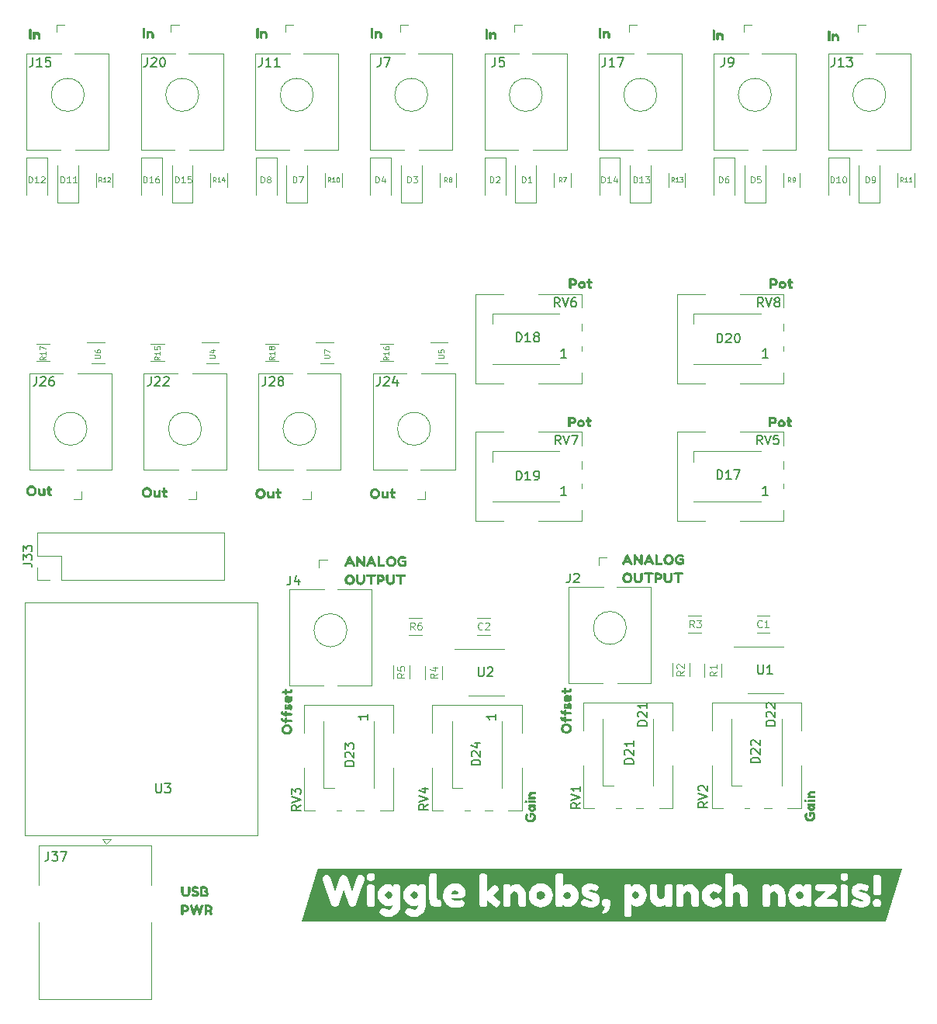
<source format=gbr>
%TF.GenerationSoftware,KiCad,Pcbnew,(6.0.4)*%
%TF.CreationDate,2022-06-03T20:27:28+02:00*%
%TF.ProjectId,vestmannaeyjar-rounded,76657374-6d61-46e6-9e61-65796a61722d,rev?*%
%TF.SameCoordinates,Original*%
%TF.FileFunction,Legend,Top*%
%TF.FilePolarity,Positive*%
%FSLAX46Y46*%
G04 Gerber Fmt 4.6, Leading zero omitted, Abs format (unit mm)*
G04 Created by KiCad (PCBNEW (6.0.4)) date 2022-06-03 20:27:28*
%MOMM*%
%LPD*%
G01*
G04 APERTURE LIST*
%ADD10C,0.100000*%
%ADD11C,0.150000*%
%ADD12C,0.110000*%
%ADD13C,0.120000*%
G04 APERTURE END LIST*
D10*
%TO.C,R12*%
X29678571Y-37921190D02*
X29511904Y-37683095D01*
X29392857Y-37921190D02*
X29392857Y-37421190D01*
X29583333Y-37421190D01*
X29630952Y-37445000D01*
X29654761Y-37468809D01*
X29678571Y-37516428D01*
X29678571Y-37587857D01*
X29654761Y-37635476D01*
X29630952Y-37659285D01*
X29583333Y-37683095D01*
X29392857Y-37683095D01*
X30154761Y-37921190D02*
X29869047Y-37921190D01*
X30011904Y-37921190D02*
X30011904Y-37421190D01*
X29964285Y-37492619D01*
X29916666Y-37540238D01*
X29869047Y-37564047D01*
X30345238Y-37468809D02*
X30369047Y-37445000D01*
X30416666Y-37421190D01*
X30535714Y-37421190D01*
X30583333Y-37445000D01*
X30607142Y-37468809D01*
X30630952Y-37516428D01*
X30630952Y-37564047D01*
X30607142Y-37635476D01*
X30321428Y-37921190D01*
X30630952Y-37921190D01*
%TO.C,R14*%
X42178571Y-37921190D02*
X42011904Y-37683095D01*
X41892857Y-37921190D02*
X41892857Y-37421190D01*
X42083333Y-37421190D01*
X42130952Y-37445000D01*
X42154761Y-37468809D01*
X42178571Y-37516428D01*
X42178571Y-37587857D01*
X42154761Y-37635476D01*
X42130952Y-37659285D01*
X42083333Y-37683095D01*
X41892857Y-37683095D01*
X42654761Y-37921190D02*
X42369047Y-37921190D01*
X42511904Y-37921190D02*
X42511904Y-37421190D01*
X42464285Y-37492619D01*
X42416666Y-37540238D01*
X42369047Y-37564047D01*
X43083333Y-37587857D02*
X43083333Y-37921190D01*
X42964285Y-37397380D02*
X42845238Y-37754523D01*
X43154761Y-37754523D01*
%TO.C,U5*%
X66471428Y-57152142D02*
X66957142Y-57152142D01*
X67014285Y-57123571D01*
X67042857Y-57095000D01*
X67071428Y-57037857D01*
X67071428Y-56923571D01*
X67042857Y-56866428D01*
X67014285Y-56837857D01*
X66957142Y-56809285D01*
X66471428Y-56809285D01*
X66471428Y-56237857D02*
X66471428Y-56523571D01*
X66757142Y-56552142D01*
X66728571Y-56523571D01*
X66700000Y-56466428D01*
X66700000Y-56323571D01*
X66728571Y-56266428D01*
X66757142Y-56237857D01*
X66814285Y-56209285D01*
X66957142Y-56209285D01*
X67014285Y-56237857D01*
X67042857Y-56266428D01*
X67071428Y-56323571D01*
X67071428Y-56466428D01*
X67042857Y-56523571D01*
X67014285Y-56552142D01*
D11*
%TO.C,U3*%
X35638095Y-103547380D02*
X35638095Y-104356904D01*
X35685714Y-104452142D01*
X35733333Y-104499761D01*
X35828571Y-104547380D01*
X36019047Y-104547380D01*
X36114285Y-104499761D01*
X36161904Y-104452142D01*
X36209523Y-104356904D01*
X36209523Y-103547380D01*
X36590476Y-103547380D02*
X37209523Y-103547380D01*
X36876190Y-103928333D01*
X37019047Y-103928333D01*
X37114285Y-103975952D01*
X37161904Y-104023571D01*
X37209523Y-104118809D01*
X37209523Y-104356904D01*
X37161904Y-104452142D01*
X37114285Y-104499761D01*
X37019047Y-104547380D01*
X36733333Y-104547380D01*
X36638095Y-104499761D01*
X36590476Y-104452142D01*
%TO.C,J20*%
X34690476Y-24347380D02*
X34690476Y-25061666D01*
X34642857Y-25204523D01*
X34547619Y-25299761D01*
X34404761Y-25347380D01*
X34309523Y-25347380D01*
X35119047Y-24442619D02*
X35166666Y-24395000D01*
X35261904Y-24347380D01*
X35500000Y-24347380D01*
X35595238Y-24395000D01*
X35642857Y-24442619D01*
X35690476Y-24537857D01*
X35690476Y-24633095D01*
X35642857Y-24775952D01*
X35071428Y-25347380D01*
X35690476Y-25347380D01*
X36309523Y-24347380D02*
X36404761Y-24347380D01*
X36500000Y-24395000D01*
X36547619Y-24442619D01*
X36595238Y-24537857D01*
X36642857Y-24728333D01*
X36642857Y-24966428D01*
X36595238Y-25156904D01*
X36547619Y-25252142D01*
X36500000Y-25299761D01*
X36404761Y-25347380D01*
X36309523Y-25347380D01*
X36214285Y-25299761D01*
X36166666Y-25252142D01*
X36119047Y-25156904D01*
X36071428Y-24966428D01*
X36071428Y-24728333D01*
X36119047Y-24537857D01*
X36166666Y-24442619D01*
X36214285Y-24395000D01*
X36309523Y-24347380D01*
%TO.C,RV3*%
X51452380Y-105890238D02*
X50976190Y-106223571D01*
X51452380Y-106461666D02*
X50452380Y-106461666D01*
X50452380Y-106080714D01*
X50500000Y-105985476D01*
X50547619Y-105937857D01*
X50642857Y-105890238D01*
X50785714Y-105890238D01*
X50880952Y-105937857D01*
X50928571Y-105985476D01*
X50976190Y-106080714D01*
X50976190Y-106461666D01*
X50452380Y-105604523D02*
X51452380Y-105271190D01*
X50452380Y-104937857D01*
X50452380Y-104699761D02*
X50452380Y-104080714D01*
X50833333Y-104414047D01*
X50833333Y-104271190D01*
X50880952Y-104175952D01*
X50928571Y-104128333D01*
X51023809Y-104080714D01*
X51261904Y-104080714D01*
X51357142Y-104128333D01*
X51404761Y-104175952D01*
X51452380Y-104271190D01*
X51452380Y-104556904D01*
X51404761Y-104652142D01*
X51357142Y-104699761D01*
D12*
%TO.C,D10*%
X109250000Y-38011666D02*
X109250000Y-37311666D01*
X109416666Y-37311666D01*
X109516666Y-37345000D01*
X109583333Y-37411666D01*
X109616666Y-37478333D01*
X109650000Y-37611666D01*
X109650000Y-37711666D01*
X109616666Y-37845000D01*
X109583333Y-37911666D01*
X109516666Y-37978333D01*
X109416666Y-38011666D01*
X109250000Y-38011666D01*
X110316666Y-38011666D02*
X109916666Y-38011666D01*
X110116666Y-38011666D02*
X110116666Y-37311666D01*
X110050000Y-37411666D01*
X109983333Y-37478333D01*
X109916666Y-37511666D01*
X110750000Y-37311666D02*
X110816666Y-37311666D01*
X110883333Y-37345000D01*
X110916666Y-37378333D01*
X110950000Y-37445000D01*
X110983333Y-37578333D01*
X110983333Y-37745000D01*
X110950000Y-37878333D01*
X110916666Y-37945000D01*
X110883333Y-37978333D01*
X110816666Y-38011666D01*
X110750000Y-38011666D01*
X110683333Y-37978333D01*
X110650000Y-37945000D01*
X110616666Y-37878333D01*
X110583333Y-37745000D01*
X110583333Y-37578333D01*
X110616666Y-37445000D01*
X110650000Y-37378333D01*
X110683333Y-37345000D01*
X110750000Y-37311666D01*
D11*
%TO.C,D22*%
X101552380Y-101256784D02*
X100552380Y-101256784D01*
X100552380Y-101018689D01*
X100600000Y-100875832D01*
X100695238Y-100780594D01*
X100790476Y-100732975D01*
X100980952Y-100685356D01*
X101123809Y-100685356D01*
X101314285Y-100732975D01*
X101409523Y-100780594D01*
X101504761Y-100875832D01*
X101552380Y-101018689D01*
X101552380Y-101256784D01*
X100647619Y-100304403D02*
X100600000Y-100256784D01*
X100552380Y-100161546D01*
X100552380Y-99923451D01*
X100600000Y-99828213D01*
X100647619Y-99780594D01*
X100742857Y-99732975D01*
X100838095Y-99732975D01*
X100980952Y-99780594D01*
X101552380Y-100352022D01*
X101552380Y-99732975D01*
X100647619Y-99352022D02*
X100600000Y-99304403D01*
X100552380Y-99209165D01*
X100552380Y-98971070D01*
X100600000Y-98875832D01*
X100647619Y-98828213D01*
X100742857Y-98780594D01*
X100838095Y-98780594D01*
X100980952Y-98828213D01*
X101552380Y-99399641D01*
X101552380Y-98780594D01*
X103232380Y-97204284D02*
X102232380Y-97204284D01*
X102232380Y-96966189D01*
X102280000Y-96823332D01*
X102375238Y-96728094D01*
X102470476Y-96680475D01*
X102660952Y-96632856D01*
X102803809Y-96632856D01*
X102994285Y-96680475D01*
X103089523Y-96728094D01*
X103184761Y-96823332D01*
X103232380Y-96966189D01*
X103232380Y-97204284D01*
X102327619Y-96251903D02*
X102280000Y-96204284D01*
X102232380Y-96109046D01*
X102232380Y-95870951D01*
X102280000Y-95775713D01*
X102327619Y-95728094D01*
X102422857Y-95680475D01*
X102518095Y-95680475D01*
X102660952Y-95728094D01*
X103232380Y-96299522D01*
X103232380Y-95680475D01*
X102327619Y-95299522D02*
X102280000Y-95251903D01*
X102232380Y-95156665D01*
X102232380Y-94918570D01*
X102280000Y-94823332D01*
X102327619Y-94775713D01*
X102422857Y-94728094D01*
X102518095Y-94728094D01*
X102660952Y-94775713D01*
X103232380Y-95347141D01*
X103232380Y-94728094D01*
D12*
%TO.C,D9*%
X113083333Y-38011666D02*
X113083333Y-37311666D01*
X113250000Y-37311666D01*
X113350000Y-37345000D01*
X113416666Y-37411666D01*
X113450000Y-37478333D01*
X113483333Y-37611666D01*
X113483333Y-37711666D01*
X113450000Y-37845000D01*
X113416666Y-37911666D01*
X113350000Y-37978333D01*
X113250000Y-38011666D01*
X113083333Y-38011666D01*
X113816666Y-38011666D02*
X113950000Y-38011666D01*
X114016666Y-37978333D01*
X114050000Y-37945000D01*
X114116666Y-37845000D01*
X114150000Y-37711666D01*
X114150000Y-37445000D01*
X114116666Y-37378333D01*
X114083333Y-37345000D01*
X114016666Y-37311666D01*
X113883333Y-37311666D01*
X113816666Y-37345000D01*
X113783333Y-37378333D01*
X113750000Y-37445000D01*
X113750000Y-37611666D01*
X113783333Y-37678333D01*
X113816666Y-37711666D01*
X113883333Y-37745000D01*
X114016666Y-37745000D01*
X114083333Y-37711666D01*
X114116666Y-37678333D01*
X114150000Y-37611666D01*
D10*
%TO.C,R9*%
X104916666Y-37921190D02*
X104750000Y-37683095D01*
X104630952Y-37921190D02*
X104630952Y-37421190D01*
X104821428Y-37421190D01*
X104869047Y-37445000D01*
X104892857Y-37468809D01*
X104916666Y-37516428D01*
X104916666Y-37587857D01*
X104892857Y-37635476D01*
X104869047Y-37659285D01*
X104821428Y-37683095D01*
X104630952Y-37683095D01*
X105154761Y-37921190D02*
X105250000Y-37921190D01*
X105297619Y-37897380D01*
X105321428Y-37873571D01*
X105369047Y-37802142D01*
X105392857Y-37706904D01*
X105392857Y-37516428D01*
X105369047Y-37468809D01*
X105345238Y-37445000D01*
X105297619Y-37421190D01*
X105202380Y-37421190D01*
X105154761Y-37445000D01*
X105130952Y-37468809D01*
X105107142Y-37516428D01*
X105107142Y-37635476D01*
X105130952Y-37683095D01*
X105154761Y-37706904D01*
X105202380Y-37730714D01*
X105297619Y-37730714D01*
X105345238Y-37706904D01*
X105369047Y-37683095D01*
X105392857Y-37635476D01*
D11*
%TO.C,J2*%
X80816666Y-80617379D02*
X80816666Y-81331665D01*
X80769047Y-81474522D01*
X80673809Y-81569760D01*
X80530952Y-81617379D01*
X80435714Y-81617379D01*
X81245238Y-80712618D02*
X81292857Y-80664999D01*
X81388095Y-80617379D01*
X81626190Y-80617379D01*
X81721428Y-80664999D01*
X81769047Y-80712618D01*
X81816666Y-80807856D01*
X81816666Y-80903094D01*
X81769047Y-81045951D01*
X81197619Y-81617379D01*
X81816666Y-81617379D01*
D10*
%TO.C,U4*%
X41471428Y-57152142D02*
X41957142Y-57152142D01*
X42014285Y-57123571D01*
X42042857Y-57095000D01*
X42071428Y-57037857D01*
X42071428Y-56923571D01*
X42042857Y-56866428D01*
X42014285Y-56837857D01*
X41957142Y-56809285D01*
X41471428Y-56809285D01*
X41671428Y-56266428D02*
X42071428Y-56266428D01*
X41442857Y-56409285D02*
X41871428Y-56552142D01*
X41871428Y-56180714D01*
D12*
%TO.C,C1*%
X101766666Y-86428213D02*
X101728571Y-86466308D01*
X101614285Y-86504403D01*
X101538095Y-86504403D01*
X101423809Y-86466308D01*
X101347619Y-86390118D01*
X101309523Y-86313927D01*
X101271428Y-86161546D01*
X101271428Y-86047260D01*
X101309523Y-85894879D01*
X101347619Y-85818689D01*
X101423809Y-85742499D01*
X101538095Y-85704403D01*
X101614285Y-85704403D01*
X101728571Y-85742499D01*
X101766666Y-85780594D01*
X102528571Y-86504403D02*
X102071428Y-86504403D01*
X102300000Y-86504403D02*
X102300000Y-85704403D01*
X102223809Y-85818689D01*
X102147619Y-85894879D01*
X102071428Y-85932975D01*
D11*
%TO.C,D19*%
X74985714Y-70447380D02*
X74985714Y-69447380D01*
X75223809Y-69447380D01*
X75366666Y-69495000D01*
X75461904Y-69590238D01*
X75509523Y-69685476D01*
X75557142Y-69875952D01*
X75557142Y-70018809D01*
X75509523Y-70209285D01*
X75461904Y-70304523D01*
X75366666Y-70399761D01*
X75223809Y-70447380D01*
X74985714Y-70447380D01*
X76509523Y-70447380D02*
X75938095Y-70447380D01*
X76223809Y-70447380D02*
X76223809Y-69447380D01*
X76128571Y-69590238D01*
X76033333Y-69685476D01*
X75938095Y-69733095D01*
X76985714Y-70447380D02*
X77176190Y-70447380D01*
X77271428Y-70399761D01*
X77319047Y-70352142D01*
X77414285Y-70209285D01*
X77461904Y-70018809D01*
X77461904Y-69637857D01*
X77414285Y-69542619D01*
X77366666Y-69495000D01*
X77271428Y-69447380D01*
X77080952Y-69447380D01*
X76985714Y-69495000D01*
X76938095Y-69542619D01*
X76890476Y-69637857D01*
X76890476Y-69875952D01*
X76938095Y-69971190D01*
X76985714Y-70018809D01*
X77080952Y-70066428D01*
X77271428Y-70066428D01*
X77366666Y-70018809D01*
X77414285Y-69971190D01*
X77461904Y-69875952D01*
X80425714Y-72072380D02*
X79854285Y-72072380D01*
X80140000Y-72072380D02*
X80140000Y-71072380D01*
X80044761Y-71215238D01*
X79949523Y-71310476D01*
X79854285Y-71358095D01*
%TO.C,J26*%
X22590476Y-59147380D02*
X22590476Y-59861666D01*
X22542857Y-60004523D01*
X22447619Y-60099761D01*
X22304761Y-60147380D01*
X22209523Y-60147380D01*
X23019047Y-59242619D02*
X23066666Y-59195000D01*
X23161904Y-59147380D01*
X23400000Y-59147380D01*
X23495238Y-59195000D01*
X23542857Y-59242619D01*
X23590476Y-59337857D01*
X23590476Y-59433095D01*
X23542857Y-59575952D01*
X22971428Y-60147380D01*
X23590476Y-60147380D01*
X24447619Y-59147380D02*
X24257142Y-59147380D01*
X24161904Y-59195000D01*
X24114285Y-59242619D01*
X24019047Y-59385476D01*
X23971428Y-59575952D01*
X23971428Y-59956904D01*
X24019047Y-60052142D01*
X24066666Y-60099761D01*
X24161904Y-60147380D01*
X24352380Y-60147380D01*
X24447619Y-60099761D01*
X24495238Y-60052142D01*
X24542857Y-59956904D01*
X24542857Y-59718809D01*
X24495238Y-59623571D01*
X24447619Y-59575952D01*
X24352380Y-59528333D01*
X24161904Y-59528333D01*
X24066666Y-59575952D01*
X24019047Y-59623571D01*
X23971428Y-59718809D01*
%TO.C,J28*%
X47590477Y-59147380D02*
X47590477Y-59861666D01*
X47542858Y-60004523D01*
X47447620Y-60099761D01*
X47304762Y-60147380D01*
X47209524Y-60147380D01*
X48019048Y-59242619D02*
X48066667Y-59195000D01*
X48161905Y-59147380D01*
X48400001Y-59147380D01*
X48495239Y-59195000D01*
X48542858Y-59242619D01*
X48590477Y-59337857D01*
X48590477Y-59433095D01*
X48542858Y-59575952D01*
X47971429Y-60147380D01*
X48590477Y-60147380D01*
X49161905Y-59575952D02*
X49066667Y-59528333D01*
X49019048Y-59480714D01*
X48971429Y-59385476D01*
X48971429Y-59337857D01*
X49019048Y-59242619D01*
X49066667Y-59195000D01*
X49161905Y-59147380D01*
X49352381Y-59147380D01*
X49447620Y-59195000D01*
X49495239Y-59242619D01*
X49542858Y-59337857D01*
X49542858Y-59385476D01*
X49495239Y-59480714D01*
X49447620Y-59528333D01*
X49352381Y-59575952D01*
X49161905Y-59575952D01*
X49066667Y-59623571D01*
X49019048Y-59671190D01*
X48971429Y-59766428D01*
X48971429Y-59956904D01*
X49019048Y-60052142D01*
X49066667Y-60099761D01*
X49161905Y-60147380D01*
X49352381Y-60147380D01*
X49447620Y-60099761D01*
X49495239Y-60052142D01*
X49542858Y-59956904D01*
X49542858Y-59766428D01*
X49495239Y-59671190D01*
X49447620Y-59623571D01*
X49352381Y-59575952D01*
%TO.C,J11*%
X47190476Y-24347380D02*
X47190476Y-25061666D01*
X47142857Y-25204523D01*
X47047619Y-25299761D01*
X46904761Y-25347380D01*
X46809523Y-25347380D01*
X48190476Y-25347380D02*
X47619047Y-25347380D01*
X47904761Y-25347380D02*
X47904761Y-24347380D01*
X47809523Y-24490238D01*
X47714285Y-24585476D01*
X47619047Y-24633095D01*
X49142857Y-25347380D02*
X48571428Y-25347380D01*
X48857142Y-25347380D02*
X48857142Y-24347380D01*
X48761904Y-24490238D01*
X48666666Y-24585476D01*
X48571428Y-24633095D01*
%TO.C,RV8*%
X101904761Y-51547380D02*
X101571428Y-51071190D01*
X101333333Y-51547380D02*
X101333333Y-50547380D01*
X101714285Y-50547380D01*
X101809523Y-50595000D01*
X101857142Y-50642619D01*
X101904761Y-50737857D01*
X101904761Y-50880714D01*
X101857142Y-50975952D01*
X101809523Y-51023571D01*
X101714285Y-51071190D01*
X101333333Y-51071190D01*
X102190476Y-50547380D02*
X102523809Y-51547380D01*
X102857142Y-50547380D01*
X103333333Y-50975952D02*
X103238095Y-50928333D01*
X103190476Y-50880714D01*
X103142857Y-50785476D01*
X103142857Y-50737857D01*
X103190476Y-50642619D01*
X103238095Y-50595000D01*
X103333333Y-50547380D01*
X103523809Y-50547380D01*
X103619047Y-50595000D01*
X103666666Y-50642619D01*
X103714285Y-50737857D01*
X103714285Y-50785476D01*
X103666666Y-50880714D01*
X103619047Y-50928333D01*
X103523809Y-50975952D01*
X103333333Y-50975952D01*
X103238095Y-51023571D01*
X103190476Y-51071190D01*
X103142857Y-51166428D01*
X103142857Y-51356904D01*
X103190476Y-51452142D01*
X103238095Y-51499761D01*
X103333333Y-51547380D01*
X103523809Y-51547380D01*
X103619047Y-51499761D01*
X103666666Y-51452142D01*
X103714285Y-51356904D01*
X103714285Y-51166428D01*
X103666666Y-51071190D01*
X103619047Y-51023571D01*
X103523809Y-50975952D01*
D12*
%TO.C,R5*%
X62761904Y-91525833D02*
X62380952Y-91792500D01*
X62761904Y-91982976D02*
X61961904Y-91982976D01*
X61961904Y-91678214D01*
X62000000Y-91602023D01*
X62038095Y-91563928D01*
X62114285Y-91525833D01*
X62228571Y-91525833D01*
X62304761Y-91563928D01*
X62342857Y-91602023D01*
X62380952Y-91678214D01*
X62380952Y-91982976D01*
X61961904Y-90802023D02*
X61961904Y-91182976D01*
X62342857Y-91221071D01*
X62304761Y-91182976D01*
X62266666Y-91106785D01*
X62266666Y-90916309D01*
X62304761Y-90840119D01*
X62342857Y-90802023D01*
X62419047Y-90763928D01*
X62609523Y-90763928D01*
X62685714Y-90802023D01*
X62723809Y-90840119D01*
X62761904Y-90916309D01*
X62761904Y-91106785D01*
X62723809Y-91182976D01*
X62685714Y-91221071D01*
D10*
%TO.C,R13*%
X92178571Y-37921190D02*
X92011904Y-37683095D01*
X91892857Y-37921190D02*
X91892857Y-37421190D01*
X92083333Y-37421190D01*
X92130952Y-37445000D01*
X92154761Y-37468809D01*
X92178571Y-37516428D01*
X92178571Y-37587857D01*
X92154761Y-37635476D01*
X92130952Y-37659285D01*
X92083333Y-37683095D01*
X91892857Y-37683095D01*
X92654761Y-37921190D02*
X92369047Y-37921190D01*
X92511904Y-37921190D02*
X92511904Y-37421190D01*
X92464285Y-37492619D01*
X92416666Y-37540238D01*
X92369047Y-37564047D01*
X92821428Y-37421190D02*
X93130952Y-37421190D01*
X92964285Y-37611666D01*
X93035714Y-37611666D01*
X93083333Y-37635476D01*
X93107142Y-37659285D01*
X93130952Y-37706904D01*
X93130952Y-37825952D01*
X93107142Y-37873571D01*
X93083333Y-37897380D01*
X93035714Y-37921190D01*
X92892857Y-37921190D01*
X92845238Y-37897380D01*
X92821428Y-37873571D01*
D11*
%TO.C,J17*%
X84690476Y-24347380D02*
X84690476Y-25061666D01*
X84642857Y-25204523D01*
X84547619Y-25299761D01*
X84404761Y-25347380D01*
X84309523Y-25347380D01*
X85690476Y-25347380D02*
X85119047Y-25347380D01*
X85404761Y-25347380D02*
X85404761Y-24347380D01*
X85309523Y-24490238D01*
X85214285Y-24585476D01*
X85119047Y-24633095D01*
X86023809Y-24347380D02*
X86690476Y-24347380D01*
X86261904Y-25347380D01*
%TO.C,J7*%
X60166666Y-24347380D02*
X60166666Y-25061666D01*
X60119047Y-25204523D01*
X60023809Y-25299761D01*
X59880952Y-25347380D01*
X59785714Y-25347380D01*
X60547619Y-24347380D02*
X61214285Y-24347380D01*
X60785714Y-25347380D01*
D12*
%TO.C,D7*%
X50583333Y-38011666D02*
X50583333Y-37311666D01*
X50750000Y-37311666D01*
X50850000Y-37345000D01*
X50916666Y-37411666D01*
X50950000Y-37478333D01*
X50983333Y-37611666D01*
X50983333Y-37711666D01*
X50950000Y-37845000D01*
X50916666Y-37911666D01*
X50850000Y-37978333D01*
X50750000Y-38011666D01*
X50583333Y-38011666D01*
X51216666Y-37311666D02*
X51683333Y-37311666D01*
X51383333Y-38011666D01*
D10*
%TO.C,R8*%
X67416666Y-37921190D02*
X67250000Y-37683095D01*
X67130952Y-37921190D02*
X67130952Y-37421190D01*
X67321428Y-37421190D01*
X67369047Y-37445000D01*
X67392857Y-37468809D01*
X67416666Y-37516428D01*
X67416666Y-37587857D01*
X67392857Y-37635476D01*
X67369047Y-37659285D01*
X67321428Y-37683095D01*
X67130952Y-37683095D01*
X67702380Y-37635476D02*
X67654761Y-37611666D01*
X67630952Y-37587857D01*
X67607142Y-37540238D01*
X67607142Y-37516428D01*
X67630952Y-37468809D01*
X67654761Y-37445000D01*
X67702380Y-37421190D01*
X67797619Y-37421190D01*
X67845238Y-37445000D01*
X67869047Y-37468809D01*
X67892857Y-37516428D01*
X67892857Y-37540238D01*
X67869047Y-37587857D01*
X67845238Y-37611666D01*
X67797619Y-37635476D01*
X67702380Y-37635476D01*
X67654761Y-37659285D01*
X67630952Y-37683095D01*
X67607142Y-37730714D01*
X67607142Y-37825952D01*
X67630952Y-37873571D01*
X67654761Y-37897380D01*
X67702380Y-37921190D01*
X67797619Y-37921190D01*
X67845238Y-37897380D01*
X67869047Y-37873571D01*
X67892857Y-37825952D01*
X67892857Y-37730714D01*
X67869047Y-37683095D01*
X67845238Y-37659285D01*
X67797619Y-37635476D01*
%TO.C,R10*%
X54678571Y-37921190D02*
X54511904Y-37683095D01*
X54392857Y-37921190D02*
X54392857Y-37421190D01*
X54583333Y-37421190D01*
X54630952Y-37445000D01*
X54654761Y-37468809D01*
X54678571Y-37516428D01*
X54678571Y-37587857D01*
X54654761Y-37635476D01*
X54630952Y-37659285D01*
X54583333Y-37683095D01*
X54392857Y-37683095D01*
X55154761Y-37921190D02*
X54869047Y-37921190D01*
X55011904Y-37921190D02*
X55011904Y-37421190D01*
X54964285Y-37492619D01*
X54916666Y-37540238D01*
X54869047Y-37564047D01*
X55464285Y-37421190D02*
X55511904Y-37421190D01*
X55559523Y-37445000D01*
X55583333Y-37468809D01*
X55607142Y-37516428D01*
X55630952Y-37611666D01*
X55630952Y-37730714D01*
X55607142Y-37825952D01*
X55583333Y-37873571D01*
X55559523Y-37897380D01*
X55511904Y-37921190D01*
X55464285Y-37921190D01*
X55416666Y-37897380D01*
X55392857Y-37873571D01*
X55369047Y-37825952D01*
X55345238Y-37730714D01*
X55345238Y-37611666D01*
X55369047Y-37516428D01*
X55392857Y-37468809D01*
X55416666Y-37445000D01*
X55464285Y-37421190D01*
D11*
%TO.C,D24*%
X71052380Y-101509285D02*
X70052380Y-101509285D01*
X70052380Y-101271190D01*
X70100000Y-101128333D01*
X70195238Y-101033095D01*
X70290476Y-100985476D01*
X70480952Y-100937857D01*
X70623809Y-100937857D01*
X70814285Y-100985476D01*
X70909523Y-101033095D01*
X71004761Y-101128333D01*
X71052380Y-101271190D01*
X71052380Y-101509285D01*
X70147619Y-100556904D02*
X70100000Y-100509285D01*
X70052380Y-100414047D01*
X70052380Y-100175952D01*
X70100000Y-100080714D01*
X70147619Y-100033095D01*
X70242857Y-99985476D01*
X70338095Y-99985476D01*
X70480952Y-100033095D01*
X71052380Y-100604523D01*
X71052380Y-99985476D01*
X70385714Y-99128333D02*
X71052380Y-99128333D01*
X70004761Y-99366428D02*
X70719047Y-99604523D01*
X70719047Y-98985476D01*
X72732380Y-95956785D02*
X72732380Y-96528214D01*
X72732380Y-96242500D02*
X71732380Y-96242500D01*
X71875238Y-96337738D01*
X71970476Y-96432976D01*
X72018095Y-96528214D01*
D12*
%TO.C,D4*%
X59583333Y-38011666D02*
X59583333Y-37311666D01*
X59750000Y-37311666D01*
X59850000Y-37345000D01*
X59916666Y-37411666D01*
X59950000Y-37478333D01*
X59983333Y-37611666D01*
X59983333Y-37711666D01*
X59950000Y-37845000D01*
X59916666Y-37911666D01*
X59850000Y-37978333D01*
X59750000Y-38011666D01*
X59583333Y-38011666D01*
X60583333Y-37545000D02*
X60583333Y-38011666D01*
X60416666Y-37278333D02*
X60250000Y-37778333D01*
X60683333Y-37778333D01*
%TO.C,R6*%
X63866666Y-86756904D02*
X63600000Y-86375952D01*
X63409523Y-86756904D02*
X63409523Y-85956904D01*
X63714285Y-85956904D01*
X63790476Y-85995000D01*
X63828571Y-86033095D01*
X63866666Y-86109285D01*
X63866666Y-86223571D01*
X63828571Y-86299761D01*
X63790476Y-86337857D01*
X63714285Y-86375952D01*
X63409523Y-86375952D01*
X64552380Y-85956904D02*
X64400000Y-85956904D01*
X64323809Y-85995000D01*
X64285714Y-86033095D01*
X64209523Y-86147380D01*
X64171428Y-86299761D01*
X64171428Y-86604523D01*
X64209523Y-86680714D01*
X64247619Y-86718809D01*
X64323809Y-86756904D01*
X64476190Y-86756904D01*
X64552380Y-86718809D01*
X64590476Y-86680714D01*
X64628571Y-86604523D01*
X64628571Y-86414047D01*
X64590476Y-86337857D01*
X64552380Y-86299761D01*
X64476190Y-86261666D01*
X64323809Y-86261666D01*
X64247619Y-86299761D01*
X64209523Y-86337857D01*
X64171428Y-86414047D01*
%TO.C,D2*%
X72083333Y-38011666D02*
X72083333Y-37311666D01*
X72250000Y-37311666D01*
X72350000Y-37345000D01*
X72416666Y-37411666D01*
X72450000Y-37478333D01*
X72483333Y-37611666D01*
X72483333Y-37711666D01*
X72450000Y-37845000D01*
X72416666Y-37911666D01*
X72350000Y-37978333D01*
X72250000Y-38011666D01*
X72083333Y-38011666D01*
X72750000Y-37378333D02*
X72783333Y-37345000D01*
X72850000Y-37311666D01*
X73016666Y-37311666D01*
X73083333Y-37345000D01*
X73116666Y-37378333D01*
X73150000Y-37445000D01*
X73150000Y-37511666D01*
X73116666Y-37611666D01*
X72716666Y-38011666D01*
X73150000Y-38011666D01*
%TO.C,D11*%
X25250000Y-38011666D02*
X25250000Y-37311666D01*
X25416666Y-37311666D01*
X25516666Y-37345000D01*
X25583333Y-37411666D01*
X25616666Y-37478333D01*
X25650000Y-37611666D01*
X25650000Y-37711666D01*
X25616666Y-37845000D01*
X25583333Y-37911666D01*
X25516666Y-37978333D01*
X25416666Y-38011666D01*
X25250000Y-38011666D01*
X26316666Y-38011666D02*
X25916666Y-38011666D01*
X26116666Y-38011666D02*
X26116666Y-37311666D01*
X26050000Y-37411666D01*
X25983333Y-37478333D01*
X25916666Y-37511666D01*
X26983333Y-38011666D02*
X26583333Y-38011666D01*
X26783333Y-38011666D02*
X26783333Y-37311666D01*
X26716666Y-37411666D01*
X26650000Y-37478333D01*
X26583333Y-37511666D01*
D10*
%TO.C,U7*%
X53971429Y-57152142D02*
X54457143Y-57152142D01*
X54514286Y-57123571D01*
X54542858Y-57095000D01*
X54571429Y-57037857D01*
X54571429Y-56923571D01*
X54542858Y-56866428D01*
X54514286Y-56837857D01*
X54457143Y-56809285D01*
X53971429Y-56809285D01*
X53971429Y-56580714D02*
X53971429Y-56180714D01*
X54571429Y-56437857D01*
D11*
%TO.C,RV5*%
X101804761Y-66547380D02*
X101471428Y-66071190D01*
X101233333Y-66547380D02*
X101233333Y-65547380D01*
X101614285Y-65547380D01*
X101709523Y-65595000D01*
X101757142Y-65642619D01*
X101804761Y-65737857D01*
X101804761Y-65880714D01*
X101757142Y-65975952D01*
X101709523Y-66023571D01*
X101614285Y-66071190D01*
X101233333Y-66071190D01*
X102090476Y-65547380D02*
X102423809Y-66547380D01*
X102757142Y-65547380D01*
X103566666Y-65547380D02*
X103090476Y-65547380D01*
X103042857Y-66023571D01*
X103090476Y-65975952D01*
X103185714Y-65928333D01*
X103423809Y-65928333D01*
X103519047Y-65975952D01*
X103566666Y-66023571D01*
X103614285Y-66118809D01*
X103614285Y-66356904D01*
X103566666Y-66452142D01*
X103519047Y-66499761D01*
X103423809Y-66547380D01*
X103185714Y-66547380D01*
X103090476Y-66499761D01*
X103042857Y-66452142D01*
%TO.C,J4*%
X50316666Y-80869880D02*
X50316666Y-81584166D01*
X50269047Y-81727023D01*
X50173809Y-81822261D01*
X50030952Y-81869880D01*
X49935714Y-81869880D01*
X51221428Y-81203214D02*
X51221428Y-81869880D01*
X50983333Y-80822261D02*
X50745238Y-81536547D01*
X51364285Y-81536547D01*
D12*
%TO.C,D12*%
X21750000Y-38011666D02*
X21750000Y-37311666D01*
X21916666Y-37311666D01*
X22016666Y-37345000D01*
X22083333Y-37411666D01*
X22116666Y-37478333D01*
X22150000Y-37611666D01*
X22150000Y-37711666D01*
X22116666Y-37845000D01*
X22083333Y-37911666D01*
X22016666Y-37978333D01*
X21916666Y-38011666D01*
X21750000Y-38011666D01*
X22816666Y-38011666D02*
X22416666Y-38011666D01*
X22616666Y-38011666D02*
X22616666Y-37311666D01*
X22550000Y-37411666D01*
X22483333Y-37478333D01*
X22416666Y-37511666D01*
X23083333Y-37378333D02*
X23116666Y-37345000D01*
X23183333Y-37311666D01*
X23350000Y-37311666D01*
X23416666Y-37345000D01*
X23450000Y-37378333D01*
X23483333Y-37445000D01*
X23483333Y-37511666D01*
X23450000Y-37611666D01*
X23050000Y-38011666D01*
X23483333Y-38011666D01*
%TO.C,D3*%
X63083333Y-38011666D02*
X63083333Y-37311666D01*
X63250000Y-37311666D01*
X63350000Y-37345000D01*
X63416666Y-37411666D01*
X63450000Y-37478333D01*
X63483333Y-37611666D01*
X63483333Y-37711666D01*
X63450000Y-37845000D01*
X63416666Y-37911666D01*
X63350000Y-37978333D01*
X63250000Y-38011666D01*
X63083333Y-38011666D01*
X63716666Y-37311666D02*
X64150000Y-37311666D01*
X63916666Y-37578333D01*
X64016666Y-37578333D01*
X64083333Y-37611666D01*
X64116666Y-37645000D01*
X64150000Y-37711666D01*
X64150000Y-37878333D01*
X64116666Y-37945000D01*
X64083333Y-37978333D01*
X64016666Y-38011666D01*
X63816666Y-38011666D01*
X63750000Y-37978333D01*
X63716666Y-37945000D01*
D11*
%TO.C,RV6*%
X79704761Y-51547380D02*
X79371428Y-51071190D01*
X79133333Y-51547380D02*
X79133333Y-50547380D01*
X79514285Y-50547380D01*
X79609523Y-50595000D01*
X79657142Y-50642619D01*
X79704761Y-50737857D01*
X79704761Y-50880714D01*
X79657142Y-50975952D01*
X79609523Y-51023571D01*
X79514285Y-51071190D01*
X79133333Y-51071190D01*
X79990476Y-50547380D02*
X80323809Y-51547380D01*
X80657142Y-50547380D01*
X81419047Y-50547380D02*
X81228571Y-50547380D01*
X81133333Y-50595000D01*
X81085714Y-50642619D01*
X80990476Y-50785476D01*
X80942857Y-50975952D01*
X80942857Y-51356904D01*
X80990476Y-51452142D01*
X81038095Y-51499761D01*
X81133333Y-51547380D01*
X81323809Y-51547380D01*
X81419047Y-51499761D01*
X81466666Y-51452142D01*
X81514285Y-51356904D01*
X81514285Y-51118809D01*
X81466666Y-51023571D01*
X81419047Y-50975952D01*
X81323809Y-50928333D01*
X81133333Y-50928333D01*
X81038095Y-50975952D01*
X80990476Y-51023571D01*
X80942857Y-51118809D01*
%TO.C,RV7*%
X79804761Y-66547380D02*
X79471428Y-66071190D01*
X79233333Y-66547380D02*
X79233333Y-65547380D01*
X79614285Y-65547380D01*
X79709523Y-65595000D01*
X79757142Y-65642619D01*
X79804761Y-65737857D01*
X79804761Y-65880714D01*
X79757142Y-65975952D01*
X79709523Y-66023571D01*
X79614285Y-66071190D01*
X79233333Y-66071190D01*
X80090476Y-65547380D02*
X80423809Y-66547380D01*
X80757142Y-65547380D01*
X80995238Y-65547380D02*
X81661904Y-65547380D01*
X81233333Y-66547380D01*
D12*
%TO.C,D1*%
X75583333Y-38011666D02*
X75583333Y-37311666D01*
X75750000Y-37311666D01*
X75850000Y-37345000D01*
X75916666Y-37411666D01*
X75950000Y-37478333D01*
X75983333Y-37611666D01*
X75983333Y-37711666D01*
X75950000Y-37845000D01*
X75916666Y-37911666D01*
X75850000Y-37978333D01*
X75750000Y-38011666D01*
X75583333Y-38011666D01*
X76650000Y-38011666D02*
X76250000Y-38011666D01*
X76450000Y-38011666D02*
X76450000Y-37311666D01*
X76383333Y-37411666D01*
X76316666Y-37478333D01*
X76250000Y-37511666D01*
D11*
%TO.C,J5*%
X72666666Y-24347380D02*
X72666666Y-25061666D01*
X72619047Y-25204523D01*
X72523809Y-25299761D01*
X72380952Y-25347380D01*
X72285714Y-25347380D01*
X73619047Y-24347380D02*
X73142857Y-24347380D01*
X73095238Y-24823571D01*
X73142857Y-24775952D01*
X73238095Y-24728333D01*
X73476190Y-24728333D01*
X73571428Y-24775952D01*
X73619047Y-24823571D01*
X73666666Y-24918809D01*
X73666666Y-25156904D01*
X73619047Y-25252142D01*
X73571428Y-25299761D01*
X73476190Y-25347380D01*
X73238095Y-25347380D01*
X73142857Y-25299761D01*
X73095238Y-25252142D01*
%TO.C,J13*%
X109690476Y-24347380D02*
X109690476Y-25061666D01*
X109642857Y-25204523D01*
X109547619Y-25299761D01*
X109404761Y-25347380D01*
X109309523Y-25347380D01*
X110690476Y-25347380D02*
X110119047Y-25347380D01*
X110404761Y-25347380D02*
X110404761Y-24347380D01*
X110309523Y-24490238D01*
X110214285Y-24585476D01*
X110119047Y-24633095D01*
X111023809Y-24347380D02*
X111642857Y-24347380D01*
X111309523Y-24728333D01*
X111452380Y-24728333D01*
X111547619Y-24775952D01*
X111595238Y-24823571D01*
X111642857Y-24918809D01*
X111642857Y-25156904D01*
X111595238Y-25252142D01*
X111547619Y-25299761D01*
X111452380Y-25347380D01*
X111166666Y-25347380D01*
X111071428Y-25299761D01*
X111023809Y-25252142D01*
D10*
%TO.C,R15*%
X36071428Y-56980714D02*
X35785714Y-57180714D01*
X36071428Y-57323571D02*
X35471428Y-57323571D01*
X35471428Y-57095000D01*
X35500000Y-57037857D01*
X35528571Y-57009285D01*
X35585714Y-56980714D01*
X35671428Y-56980714D01*
X35728571Y-57009285D01*
X35757142Y-57037857D01*
X35785714Y-57095000D01*
X35785714Y-57323571D01*
X36071428Y-56409285D02*
X36071428Y-56752142D01*
X36071428Y-56580714D02*
X35471428Y-56580714D01*
X35557142Y-56637857D01*
X35614285Y-56695000D01*
X35642857Y-56752142D01*
X35471428Y-55866428D02*
X35471428Y-56152142D01*
X35757142Y-56180714D01*
X35728571Y-56152142D01*
X35700000Y-56095000D01*
X35700000Y-55952142D01*
X35728571Y-55895000D01*
X35757142Y-55866428D01*
X35814285Y-55837857D01*
X35957142Y-55837857D01*
X36014285Y-55866428D01*
X36042857Y-55895000D01*
X36071428Y-55952142D01*
X36071428Y-56095000D01*
X36042857Y-56152142D01*
X36014285Y-56180714D01*
D12*
%TO.C,C2*%
X71266666Y-86680714D02*
X71228571Y-86718809D01*
X71114285Y-86756904D01*
X71038095Y-86756904D01*
X70923809Y-86718809D01*
X70847619Y-86642619D01*
X70809523Y-86566428D01*
X70771428Y-86414047D01*
X70771428Y-86299761D01*
X70809523Y-86147380D01*
X70847619Y-86071190D01*
X70923809Y-85995000D01*
X71038095Y-85956904D01*
X71114285Y-85956904D01*
X71228571Y-85995000D01*
X71266666Y-86033095D01*
X71571428Y-86033095D02*
X71609523Y-85995000D01*
X71685714Y-85956904D01*
X71876190Y-85956904D01*
X71952380Y-85995000D01*
X71990476Y-86033095D01*
X72028571Y-86109285D01*
X72028571Y-86185476D01*
X71990476Y-86299761D01*
X71533333Y-86756904D01*
X72028571Y-86756904D01*
D10*
%TO.C,R18*%
X48571429Y-56980714D02*
X48285715Y-57180714D01*
X48571429Y-57323571D02*
X47971429Y-57323571D01*
X47971429Y-57095000D01*
X48000001Y-57037857D01*
X48028572Y-57009285D01*
X48085715Y-56980714D01*
X48171429Y-56980714D01*
X48228572Y-57009285D01*
X48257143Y-57037857D01*
X48285715Y-57095000D01*
X48285715Y-57323571D01*
X48571429Y-56409285D02*
X48571429Y-56752142D01*
X48571429Y-56580714D02*
X47971429Y-56580714D01*
X48057143Y-56637857D01*
X48114286Y-56695000D01*
X48142858Y-56752142D01*
X48228572Y-56066428D02*
X48200001Y-56123571D01*
X48171429Y-56152142D01*
X48114286Y-56180714D01*
X48085715Y-56180714D01*
X48028572Y-56152142D01*
X48000001Y-56123571D01*
X47971429Y-56066428D01*
X47971429Y-55952142D01*
X48000001Y-55895000D01*
X48028572Y-55866428D01*
X48085715Y-55837857D01*
X48114286Y-55837857D01*
X48171429Y-55866428D01*
X48200001Y-55895000D01*
X48228572Y-55952142D01*
X48228572Y-56066428D01*
X48257143Y-56123571D01*
X48285715Y-56152142D01*
X48342858Y-56180714D01*
X48457143Y-56180714D01*
X48514286Y-56152142D01*
X48542858Y-56123571D01*
X48571429Y-56066428D01*
X48571429Y-55952142D01*
X48542858Y-55895000D01*
X48514286Y-55866428D01*
X48457143Y-55837857D01*
X48342858Y-55837857D01*
X48285715Y-55866428D01*
X48257143Y-55895000D01*
X48228572Y-55952142D01*
D11*
%TO.C,RV2*%
X95852380Y-105537737D02*
X95376190Y-105871070D01*
X95852380Y-106109165D02*
X94852380Y-106109165D01*
X94852380Y-105728213D01*
X94900000Y-105632975D01*
X94947619Y-105585356D01*
X95042857Y-105537737D01*
X95185714Y-105537737D01*
X95280952Y-105585356D01*
X95328571Y-105632975D01*
X95376190Y-105728213D01*
X95376190Y-106109165D01*
X94852380Y-105252022D02*
X95852380Y-104918689D01*
X94852380Y-104585356D01*
X94947619Y-104299641D02*
X94900000Y-104252022D01*
X94852380Y-104156784D01*
X94852380Y-103918689D01*
X94900000Y-103823451D01*
X94947619Y-103775832D01*
X95042857Y-103728213D01*
X95138095Y-103728213D01*
X95280952Y-103775832D01*
X95852380Y-104347260D01*
X95852380Y-103728213D01*
%TO.C,U2*%
X70838095Y-90847380D02*
X70838095Y-91656904D01*
X70885714Y-91752142D01*
X70933333Y-91799761D01*
X71028571Y-91847380D01*
X71219047Y-91847380D01*
X71314285Y-91799761D01*
X71361904Y-91752142D01*
X71409523Y-91656904D01*
X71409523Y-90847380D01*
X71838095Y-90942619D02*
X71885714Y-90895000D01*
X71980952Y-90847380D01*
X72219047Y-90847380D01*
X72314285Y-90895000D01*
X72361904Y-90942619D01*
X72409523Y-91037857D01*
X72409523Y-91133095D01*
X72361904Y-91275952D01*
X71790476Y-91847380D01*
X72409523Y-91847380D01*
D10*
%TO.C,R11*%
X117178571Y-37921190D02*
X117011904Y-37683095D01*
X116892857Y-37921190D02*
X116892857Y-37421190D01*
X117083333Y-37421190D01*
X117130952Y-37445000D01*
X117154761Y-37468809D01*
X117178571Y-37516428D01*
X117178571Y-37587857D01*
X117154761Y-37635476D01*
X117130952Y-37659285D01*
X117083333Y-37683095D01*
X116892857Y-37683095D01*
X117654761Y-37921190D02*
X117369047Y-37921190D01*
X117511904Y-37921190D02*
X117511904Y-37421190D01*
X117464285Y-37492619D01*
X117416666Y-37540238D01*
X117369047Y-37564047D01*
X118130952Y-37921190D02*
X117845238Y-37921190D01*
X117988095Y-37921190D02*
X117988095Y-37421190D01*
X117940476Y-37492619D01*
X117892857Y-37540238D01*
X117845238Y-37564047D01*
D12*
%TO.C,D16*%
X34250000Y-38011666D02*
X34250000Y-37311666D01*
X34416666Y-37311666D01*
X34516666Y-37345000D01*
X34583333Y-37411666D01*
X34616666Y-37478333D01*
X34650000Y-37611666D01*
X34650000Y-37711666D01*
X34616666Y-37845000D01*
X34583333Y-37911666D01*
X34516666Y-37978333D01*
X34416666Y-38011666D01*
X34250000Y-38011666D01*
X35316666Y-38011666D02*
X34916666Y-38011666D01*
X35116666Y-38011666D02*
X35116666Y-37311666D01*
X35050000Y-37411666D01*
X34983333Y-37478333D01*
X34916666Y-37511666D01*
X35916666Y-37311666D02*
X35783333Y-37311666D01*
X35716666Y-37345000D01*
X35683333Y-37378333D01*
X35616666Y-37478333D01*
X35583333Y-37611666D01*
X35583333Y-37878333D01*
X35616666Y-37945000D01*
X35650000Y-37978333D01*
X35716666Y-38011666D01*
X35850000Y-38011666D01*
X35916666Y-37978333D01*
X35950000Y-37945000D01*
X35983333Y-37878333D01*
X35983333Y-37711666D01*
X35950000Y-37645000D01*
X35916666Y-37611666D01*
X35850000Y-37578333D01*
X35716666Y-37578333D01*
X35650000Y-37611666D01*
X35616666Y-37645000D01*
X35583333Y-37711666D01*
D11*
%TO.C,J22*%
X35090476Y-59147380D02*
X35090476Y-59861666D01*
X35042857Y-60004523D01*
X34947619Y-60099761D01*
X34804761Y-60147380D01*
X34709523Y-60147380D01*
X35519047Y-59242619D02*
X35566666Y-59195000D01*
X35661904Y-59147380D01*
X35900000Y-59147380D01*
X35995238Y-59195000D01*
X36042857Y-59242619D01*
X36090476Y-59337857D01*
X36090476Y-59433095D01*
X36042857Y-59575952D01*
X35471428Y-60147380D01*
X36090476Y-60147380D01*
X36471428Y-59242619D02*
X36519047Y-59195000D01*
X36614285Y-59147380D01*
X36852380Y-59147380D01*
X36947619Y-59195000D01*
X36995238Y-59242619D01*
X37042857Y-59337857D01*
X37042857Y-59433095D01*
X36995238Y-59575952D01*
X36423809Y-60147380D01*
X37042857Y-60147380D01*
D12*
%TO.C,R2*%
X93261904Y-91273332D02*
X92880952Y-91539999D01*
X93261904Y-91730475D02*
X92461904Y-91730475D01*
X92461904Y-91425713D01*
X92500000Y-91349522D01*
X92538095Y-91311427D01*
X92614285Y-91273332D01*
X92728571Y-91273332D01*
X92804761Y-91311427D01*
X92842857Y-91349522D01*
X92880952Y-91425713D01*
X92880952Y-91730475D01*
X92538095Y-90968570D02*
X92500000Y-90930475D01*
X92461904Y-90854284D01*
X92461904Y-90663808D01*
X92500000Y-90587618D01*
X92538095Y-90549522D01*
X92614285Y-90511427D01*
X92690476Y-90511427D01*
X92804761Y-90549522D01*
X93261904Y-91006665D01*
X93261904Y-90511427D01*
%TO.C,R4*%
X66361904Y-91575833D02*
X65980952Y-91842500D01*
X66361904Y-92032976D02*
X65561904Y-92032976D01*
X65561904Y-91728214D01*
X65600000Y-91652023D01*
X65638095Y-91613928D01*
X65714285Y-91575833D01*
X65828571Y-91575833D01*
X65904761Y-91613928D01*
X65942857Y-91652023D01*
X65980952Y-91728214D01*
X65980952Y-92032976D01*
X65828571Y-90890119D02*
X66361904Y-90890119D01*
X65523809Y-91080595D02*
X66095238Y-91271071D01*
X66095238Y-90775833D01*
D11*
%TO.C,D23*%
X57252380Y-101606785D02*
X56252380Y-101606785D01*
X56252380Y-101368690D01*
X56300000Y-101225833D01*
X56395238Y-101130595D01*
X56490476Y-101082976D01*
X56680952Y-101035357D01*
X56823809Y-101035357D01*
X57014285Y-101082976D01*
X57109523Y-101130595D01*
X57204761Y-101225833D01*
X57252380Y-101368690D01*
X57252380Y-101606785D01*
X56347619Y-100654404D02*
X56300000Y-100606785D01*
X56252380Y-100511547D01*
X56252380Y-100273452D01*
X56300000Y-100178214D01*
X56347619Y-100130595D01*
X56442857Y-100082976D01*
X56538095Y-100082976D01*
X56680952Y-100130595D01*
X57252380Y-100702023D01*
X57252380Y-100082976D01*
X56252380Y-99749642D02*
X56252380Y-99130595D01*
X56633333Y-99463928D01*
X56633333Y-99321071D01*
X56680952Y-99225833D01*
X56728571Y-99178214D01*
X56823809Y-99130595D01*
X57061904Y-99130595D01*
X57157142Y-99178214D01*
X57204761Y-99225833D01*
X57252380Y-99321071D01*
X57252380Y-99606785D01*
X57204761Y-99702023D01*
X57157142Y-99749642D01*
X58732380Y-95956785D02*
X58732380Y-96528214D01*
X58732380Y-96242500D02*
X57732380Y-96242500D01*
X57875238Y-96337738D01*
X57970476Y-96432976D01*
X58018095Y-96528214D01*
D12*
%TO.C,D14*%
X84250000Y-38011666D02*
X84250000Y-37311666D01*
X84416666Y-37311666D01*
X84516666Y-37345000D01*
X84583333Y-37411666D01*
X84616666Y-37478333D01*
X84650000Y-37611666D01*
X84650000Y-37711666D01*
X84616666Y-37845000D01*
X84583333Y-37911666D01*
X84516666Y-37978333D01*
X84416666Y-38011666D01*
X84250000Y-38011666D01*
X85316666Y-38011666D02*
X84916666Y-38011666D01*
X85116666Y-38011666D02*
X85116666Y-37311666D01*
X85050000Y-37411666D01*
X84983333Y-37478333D01*
X84916666Y-37511666D01*
X85916666Y-37545000D02*
X85916666Y-38011666D01*
X85750000Y-37278333D02*
X85583333Y-37778333D01*
X86016666Y-37778333D01*
D11*
%TO.C,U1*%
X101338095Y-90594879D02*
X101338095Y-91404403D01*
X101385714Y-91499641D01*
X101433333Y-91547260D01*
X101528571Y-91594879D01*
X101719047Y-91594879D01*
X101814285Y-91547260D01*
X101861904Y-91499641D01*
X101909523Y-91404403D01*
X101909523Y-90594879D01*
X102909523Y-91594879D02*
X102338095Y-91594879D01*
X102623809Y-91594879D02*
X102623809Y-90594879D01*
X102528571Y-90737737D01*
X102433333Y-90832975D01*
X102338095Y-90880594D01*
%TO.C,RV4*%
X65352380Y-105790238D02*
X64876190Y-106123571D01*
X65352380Y-106361666D02*
X64352380Y-106361666D01*
X64352380Y-105980714D01*
X64400000Y-105885476D01*
X64447619Y-105837857D01*
X64542857Y-105790238D01*
X64685714Y-105790238D01*
X64780952Y-105837857D01*
X64828571Y-105885476D01*
X64876190Y-105980714D01*
X64876190Y-106361666D01*
X64352380Y-105504523D02*
X65352380Y-105171190D01*
X64352380Y-104837857D01*
X64685714Y-104075952D02*
X65352380Y-104075952D01*
X64304761Y-104314047D02*
X65019047Y-104552142D01*
X65019047Y-103933095D01*
D10*
%TO.C,R17*%
X23571428Y-56980714D02*
X23285714Y-57180714D01*
X23571428Y-57323571D02*
X22971428Y-57323571D01*
X22971428Y-57095000D01*
X23000000Y-57037857D01*
X23028571Y-57009285D01*
X23085714Y-56980714D01*
X23171428Y-56980714D01*
X23228571Y-57009285D01*
X23257142Y-57037857D01*
X23285714Y-57095000D01*
X23285714Y-57323571D01*
X23571428Y-56409285D02*
X23571428Y-56752142D01*
X23571428Y-56580714D02*
X22971428Y-56580714D01*
X23057142Y-56637857D01*
X23114285Y-56695000D01*
X23142857Y-56752142D01*
X22971428Y-56209285D02*
X22971428Y-55809285D01*
X23571428Y-56066428D01*
D11*
%TO.C,D21*%
X87752380Y-101354284D02*
X86752380Y-101354284D01*
X86752380Y-101116189D01*
X86800000Y-100973332D01*
X86895238Y-100878094D01*
X86990476Y-100830475D01*
X87180952Y-100782856D01*
X87323809Y-100782856D01*
X87514285Y-100830475D01*
X87609523Y-100878094D01*
X87704761Y-100973332D01*
X87752380Y-101116189D01*
X87752380Y-101354284D01*
X86847619Y-100401903D02*
X86800000Y-100354284D01*
X86752380Y-100259046D01*
X86752380Y-100020951D01*
X86800000Y-99925713D01*
X86847619Y-99878094D01*
X86942857Y-99830475D01*
X87038095Y-99830475D01*
X87180952Y-99878094D01*
X87752380Y-100449522D01*
X87752380Y-99830475D01*
X87752380Y-98878094D02*
X87752380Y-99449522D01*
X87752380Y-99163808D02*
X86752380Y-99163808D01*
X86895238Y-99259046D01*
X86990476Y-99354284D01*
X87038095Y-99449522D01*
X89232380Y-97204284D02*
X88232380Y-97204284D01*
X88232380Y-96966189D01*
X88280000Y-96823332D01*
X88375238Y-96728094D01*
X88470476Y-96680475D01*
X88660952Y-96632856D01*
X88803809Y-96632856D01*
X88994285Y-96680475D01*
X89089523Y-96728094D01*
X89184761Y-96823332D01*
X89232380Y-96966189D01*
X89232380Y-97204284D01*
X88327619Y-96251903D02*
X88280000Y-96204284D01*
X88232380Y-96109046D01*
X88232380Y-95870951D01*
X88280000Y-95775713D01*
X88327619Y-95728094D01*
X88422857Y-95680475D01*
X88518095Y-95680475D01*
X88660952Y-95728094D01*
X89232380Y-96299522D01*
X89232380Y-95680475D01*
X89232380Y-94728094D02*
X89232380Y-95299522D01*
X89232380Y-95013808D02*
X88232380Y-95013808D01*
X88375238Y-95109046D01*
X88470476Y-95204284D01*
X88518095Y-95299522D01*
D10*
%TO.C,R16*%
X61071428Y-56980714D02*
X60785714Y-57180714D01*
X61071428Y-57323571D02*
X60471428Y-57323571D01*
X60471428Y-57095000D01*
X60500000Y-57037857D01*
X60528571Y-57009285D01*
X60585714Y-56980714D01*
X60671428Y-56980714D01*
X60728571Y-57009285D01*
X60757142Y-57037857D01*
X60785714Y-57095000D01*
X60785714Y-57323571D01*
X61071428Y-56409285D02*
X61071428Y-56752142D01*
X61071428Y-56580714D02*
X60471428Y-56580714D01*
X60557142Y-56637857D01*
X60614285Y-56695000D01*
X60642857Y-56752142D01*
X60471428Y-55895000D02*
X60471428Y-56009285D01*
X60500000Y-56066428D01*
X60528571Y-56095000D01*
X60614285Y-56152142D01*
X60728571Y-56180714D01*
X60957142Y-56180714D01*
X61014285Y-56152142D01*
X61042857Y-56123571D01*
X61071428Y-56066428D01*
X61071428Y-55952142D01*
X61042857Y-55895000D01*
X61014285Y-55866428D01*
X60957142Y-55837857D01*
X60814285Y-55837857D01*
X60757142Y-55866428D01*
X60728571Y-55895000D01*
X60700000Y-55952142D01*
X60700000Y-56066428D01*
X60728571Y-56123571D01*
X60757142Y-56152142D01*
X60814285Y-56180714D01*
D12*
%TO.C,D5*%
X100583333Y-38011666D02*
X100583333Y-37311666D01*
X100750000Y-37311666D01*
X100850000Y-37345000D01*
X100916666Y-37411666D01*
X100950000Y-37478333D01*
X100983333Y-37611666D01*
X100983333Y-37711666D01*
X100950000Y-37845000D01*
X100916666Y-37911666D01*
X100850000Y-37978333D01*
X100750000Y-38011666D01*
X100583333Y-38011666D01*
X101616666Y-37311666D02*
X101283333Y-37311666D01*
X101250000Y-37645000D01*
X101283333Y-37611666D01*
X101350000Y-37578333D01*
X101516666Y-37578333D01*
X101583333Y-37611666D01*
X101616666Y-37645000D01*
X101650000Y-37711666D01*
X101650000Y-37878333D01*
X101616666Y-37945000D01*
X101583333Y-37978333D01*
X101516666Y-38011666D01*
X101350000Y-38011666D01*
X101283333Y-37978333D01*
X101250000Y-37945000D01*
D11*
%TO.C,J33*%
X21122380Y-79539523D02*
X21836666Y-79539523D01*
X21979523Y-79587142D01*
X22074761Y-79682380D01*
X22122380Y-79825238D01*
X22122380Y-79920476D01*
X21122380Y-79158571D02*
X21122380Y-78539523D01*
X21503333Y-78872857D01*
X21503333Y-78730000D01*
X21550952Y-78634761D01*
X21598571Y-78587142D01*
X21693809Y-78539523D01*
X21931904Y-78539523D01*
X22027142Y-78587142D01*
X22074761Y-78634761D01*
X22122380Y-78730000D01*
X22122380Y-79015714D01*
X22074761Y-79110952D01*
X22027142Y-79158571D01*
X21122380Y-78206190D02*
X21122380Y-77587142D01*
X21503333Y-77920476D01*
X21503333Y-77777619D01*
X21550952Y-77682380D01*
X21598571Y-77634761D01*
X21693809Y-77587142D01*
X21931904Y-77587142D01*
X22027142Y-77634761D01*
X22074761Y-77682380D01*
X22122380Y-77777619D01*
X22122380Y-78063333D01*
X22074761Y-78158571D01*
X22027142Y-78206190D01*
%TO.C,J37*%
X23890476Y-110947380D02*
X23890476Y-111661666D01*
X23842857Y-111804523D01*
X23747619Y-111899761D01*
X23604761Y-111947380D01*
X23509523Y-111947380D01*
X24271428Y-110947380D02*
X24890476Y-110947380D01*
X24557142Y-111328333D01*
X24700000Y-111328333D01*
X24795238Y-111375952D01*
X24842857Y-111423571D01*
X24890476Y-111518809D01*
X24890476Y-111756904D01*
X24842857Y-111852142D01*
X24795238Y-111899761D01*
X24700000Y-111947380D01*
X24414285Y-111947380D01*
X24319047Y-111899761D01*
X24271428Y-111852142D01*
X25223809Y-110947380D02*
X25890476Y-110947380D01*
X25461904Y-111947380D01*
D12*
%TO.C,R3*%
X94366666Y-86504403D02*
X94100000Y-86123451D01*
X93909523Y-86504403D02*
X93909523Y-85704403D01*
X94214285Y-85704403D01*
X94290476Y-85742499D01*
X94328571Y-85780594D01*
X94366666Y-85856784D01*
X94366666Y-85971070D01*
X94328571Y-86047260D01*
X94290476Y-86085356D01*
X94214285Y-86123451D01*
X93909523Y-86123451D01*
X94633333Y-85704403D02*
X95128571Y-85704403D01*
X94861904Y-86009165D01*
X94976190Y-86009165D01*
X95052380Y-86047260D01*
X95090476Y-86085356D01*
X95128571Y-86161546D01*
X95128571Y-86352022D01*
X95090476Y-86428213D01*
X95052380Y-86466308D01*
X94976190Y-86504403D01*
X94747619Y-86504403D01*
X94671428Y-86466308D01*
X94633333Y-86428213D01*
%TO.C,D15*%
X37750000Y-38011666D02*
X37750000Y-37311666D01*
X37916666Y-37311666D01*
X38016666Y-37345000D01*
X38083333Y-37411666D01*
X38116666Y-37478333D01*
X38150000Y-37611666D01*
X38150000Y-37711666D01*
X38116666Y-37845000D01*
X38083333Y-37911666D01*
X38016666Y-37978333D01*
X37916666Y-38011666D01*
X37750000Y-38011666D01*
X38816666Y-38011666D02*
X38416666Y-38011666D01*
X38616666Y-38011666D02*
X38616666Y-37311666D01*
X38550000Y-37411666D01*
X38483333Y-37478333D01*
X38416666Y-37511666D01*
X39450000Y-37311666D02*
X39116666Y-37311666D01*
X39083333Y-37645000D01*
X39116666Y-37611666D01*
X39183333Y-37578333D01*
X39350000Y-37578333D01*
X39416666Y-37611666D01*
X39450000Y-37645000D01*
X39483333Y-37711666D01*
X39483333Y-37878333D01*
X39450000Y-37945000D01*
X39416666Y-37978333D01*
X39350000Y-38011666D01*
X39183333Y-38011666D01*
X39116666Y-37978333D01*
X39083333Y-37945000D01*
D11*
%TO.C,J24*%
X60090476Y-59147380D02*
X60090476Y-59861666D01*
X60042857Y-60004523D01*
X59947619Y-60099761D01*
X59804761Y-60147380D01*
X59709523Y-60147380D01*
X60519047Y-59242619D02*
X60566666Y-59195000D01*
X60661904Y-59147380D01*
X60900000Y-59147380D01*
X60995238Y-59195000D01*
X61042857Y-59242619D01*
X61090476Y-59337857D01*
X61090476Y-59433095D01*
X61042857Y-59575952D01*
X60471428Y-60147380D01*
X61090476Y-60147380D01*
X61947619Y-59480714D02*
X61947619Y-60147380D01*
X61709523Y-59099761D02*
X61471428Y-59814047D01*
X62090476Y-59814047D01*
D12*
%TO.C,D13*%
X87750000Y-38011666D02*
X87750000Y-37311666D01*
X87916666Y-37311666D01*
X88016666Y-37345000D01*
X88083333Y-37411666D01*
X88116666Y-37478333D01*
X88150000Y-37611666D01*
X88150000Y-37711666D01*
X88116666Y-37845000D01*
X88083333Y-37911666D01*
X88016666Y-37978333D01*
X87916666Y-38011666D01*
X87750000Y-38011666D01*
X88816666Y-38011666D02*
X88416666Y-38011666D01*
X88616666Y-38011666D02*
X88616666Y-37311666D01*
X88550000Y-37411666D01*
X88483333Y-37478333D01*
X88416666Y-37511666D01*
X89050000Y-37311666D02*
X89483333Y-37311666D01*
X89250000Y-37578333D01*
X89350000Y-37578333D01*
X89416666Y-37611666D01*
X89450000Y-37645000D01*
X89483333Y-37711666D01*
X89483333Y-37878333D01*
X89450000Y-37945000D01*
X89416666Y-37978333D01*
X89350000Y-38011666D01*
X89150000Y-38011666D01*
X89083333Y-37978333D01*
X89050000Y-37945000D01*
D10*
%TO.C,R7*%
X79916666Y-37921190D02*
X79750000Y-37683095D01*
X79630952Y-37921190D02*
X79630952Y-37421190D01*
X79821428Y-37421190D01*
X79869047Y-37445000D01*
X79892857Y-37468809D01*
X79916666Y-37516428D01*
X79916666Y-37587857D01*
X79892857Y-37635476D01*
X79869047Y-37659285D01*
X79821428Y-37683095D01*
X79630952Y-37683095D01*
X80083333Y-37421190D02*
X80416666Y-37421190D01*
X80202380Y-37921190D01*
D11*
%TO.C,RV1*%
X81952380Y-105637737D02*
X81476190Y-105971070D01*
X81952380Y-106209165D02*
X80952380Y-106209165D01*
X80952380Y-105828213D01*
X81000000Y-105732975D01*
X81047619Y-105685356D01*
X81142857Y-105637737D01*
X81285714Y-105637737D01*
X81380952Y-105685356D01*
X81428571Y-105732975D01*
X81476190Y-105828213D01*
X81476190Y-106209165D01*
X80952380Y-105352022D02*
X81952380Y-105018689D01*
X80952380Y-104685356D01*
X81952380Y-103828213D02*
X81952380Y-104399641D01*
X81952380Y-104113927D02*
X80952380Y-104113927D01*
X81095238Y-104209165D01*
X81190476Y-104304403D01*
X81238095Y-104399641D01*
D10*
%TO.C,U6*%
X28971428Y-57152142D02*
X29457142Y-57152142D01*
X29514285Y-57123571D01*
X29542857Y-57095000D01*
X29571428Y-57037857D01*
X29571428Y-56923571D01*
X29542857Y-56866428D01*
X29514285Y-56837857D01*
X29457142Y-56809285D01*
X28971428Y-56809285D01*
X28971428Y-56266428D02*
X28971428Y-56380714D01*
X29000000Y-56437857D01*
X29028571Y-56466428D01*
X29114285Y-56523571D01*
X29228571Y-56552142D01*
X29457142Y-56552142D01*
X29514285Y-56523571D01*
X29542857Y-56495000D01*
X29571428Y-56437857D01*
X29571428Y-56323571D01*
X29542857Y-56266428D01*
X29514285Y-56237857D01*
X29457142Y-56209285D01*
X29314285Y-56209285D01*
X29257142Y-56237857D01*
X29228571Y-56266428D01*
X29200000Y-56323571D01*
X29200000Y-56437857D01*
X29228571Y-56495000D01*
X29257142Y-56523571D01*
X29314285Y-56552142D01*
D11*
%TO.C,D17*%
X96885714Y-70347380D02*
X96885714Y-69347380D01*
X97123809Y-69347380D01*
X97266666Y-69395000D01*
X97361904Y-69490238D01*
X97409523Y-69585476D01*
X97457142Y-69775952D01*
X97457142Y-69918809D01*
X97409523Y-70109285D01*
X97361904Y-70204523D01*
X97266666Y-70299761D01*
X97123809Y-70347380D01*
X96885714Y-70347380D01*
X98409523Y-70347380D02*
X97838095Y-70347380D01*
X98123809Y-70347380D02*
X98123809Y-69347380D01*
X98028571Y-69490238D01*
X97933333Y-69585476D01*
X97838095Y-69633095D01*
X98742857Y-69347380D02*
X99409523Y-69347380D01*
X98980952Y-70347380D01*
X102425714Y-72072379D02*
X101854285Y-72072379D01*
X102140000Y-72072379D02*
X102140000Y-71072379D01*
X102044761Y-71215237D01*
X101949523Y-71310475D01*
X101854285Y-71358094D01*
%TO.C,J15*%
X22190476Y-24347380D02*
X22190476Y-25061666D01*
X22142857Y-25204523D01*
X22047619Y-25299761D01*
X21904761Y-25347380D01*
X21809523Y-25347380D01*
X23190476Y-25347380D02*
X22619047Y-25347380D01*
X22904761Y-25347380D02*
X22904761Y-24347380D01*
X22809523Y-24490238D01*
X22714285Y-24585476D01*
X22619047Y-24633095D01*
X24095238Y-24347380D02*
X23619047Y-24347380D01*
X23571428Y-24823571D01*
X23619047Y-24775952D01*
X23714285Y-24728333D01*
X23952380Y-24728333D01*
X24047619Y-24775952D01*
X24095238Y-24823571D01*
X24142857Y-24918809D01*
X24142857Y-25156904D01*
X24095238Y-25252142D01*
X24047619Y-25299761D01*
X23952380Y-25347380D01*
X23714285Y-25347380D01*
X23619047Y-25299761D01*
X23571428Y-25252142D01*
%TO.C,J9*%
X97666666Y-24347380D02*
X97666666Y-25061666D01*
X97619047Y-25204523D01*
X97523809Y-25299761D01*
X97380952Y-25347380D01*
X97285714Y-25347380D01*
X98190476Y-25347380D02*
X98380952Y-25347380D01*
X98476190Y-25299761D01*
X98523809Y-25252142D01*
X98619047Y-25109285D01*
X98666666Y-24918809D01*
X98666666Y-24537857D01*
X98619047Y-24442619D01*
X98571428Y-24395000D01*
X98476190Y-24347380D01*
X98285714Y-24347380D01*
X98190476Y-24395000D01*
X98142857Y-24442619D01*
X98095238Y-24537857D01*
X98095238Y-24775952D01*
X98142857Y-24871190D01*
X98190476Y-24918809D01*
X98285714Y-24966428D01*
X98476190Y-24966428D01*
X98571428Y-24918809D01*
X98619047Y-24871190D01*
X98666666Y-24775952D01*
%TO.C,D20*%
X96885714Y-55447380D02*
X96885714Y-54447380D01*
X97123809Y-54447380D01*
X97266666Y-54495000D01*
X97361904Y-54590238D01*
X97409523Y-54685476D01*
X97457142Y-54875952D01*
X97457142Y-55018809D01*
X97409523Y-55209285D01*
X97361904Y-55304523D01*
X97266666Y-55399761D01*
X97123809Y-55447380D01*
X96885714Y-55447380D01*
X97838095Y-54542619D02*
X97885714Y-54495000D01*
X97980952Y-54447380D01*
X98219047Y-54447380D01*
X98314285Y-54495000D01*
X98361904Y-54542619D01*
X98409523Y-54637857D01*
X98409523Y-54733095D01*
X98361904Y-54875952D01*
X97790476Y-55447380D01*
X98409523Y-55447380D01*
X99028571Y-54447380D02*
X99123809Y-54447380D01*
X99219047Y-54495000D01*
X99266666Y-54542619D01*
X99314285Y-54637857D01*
X99361904Y-54828333D01*
X99361904Y-55066428D01*
X99314285Y-55256904D01*
X99266666Y-55352142D01*
X99219047Y-55399761D01*
X99123809Y-55447380D01*
X99028571Y-55447380D01*
X98933333Y-55399761D01*
X98885714Y-55352142D01*
X98838095Y-55256904D01*
X98790476Y-55066428D01*
X98790476Y-54828333D01*
X98838095Y-54637857D01*
X98885714Y-54542619D01*
X98933333Y-54495000D01*
X99028571Y-54447380D01*
X102425714Y-57072379D02*
X101854285Y-57072379D01*
X102140000Y-57072379D02*
X102140000Y-56072379D01*
X102044761Y-56215237D01*
X101949523Y-56310475D01*
X101854285Y-56358094D01*
D12*
%TO.C,D6*%
X97083333Y-38011666D02*
X97083333Y-37311666D01*
X97250000Y-37311666D01*
X97350000Y-37345000D01*
X97416666Y-37411666D01*
X97450000Y-37478333D01*
X97483333Y-37611666D01*
X97483333Y-37711666D01*
X97450000Y-37845000D01*
X97416666Y-37911666D01*
X97350000Y-37978333D01*
X97250000Y-38011666D01*
X97083333Y-38011666D01*
X98083333Y-37311666D02*
X97950000Y-37311666D01*
X97883333Y-37345000D01*
X97850000Y-37378333D01*
X97783333Y-37478333D01*
X97750000Y-37611666D01*
X97750000Y-37878333D01*
X97783333Y-37945000D01*
X97816666Y-37978333D01*
X97883333Y-38011666D01*
X98016666Y-38011666D01*
X98083333Y-37978333D01*
X98116666Y-37945000D01*
X98150000Y-37878333D01*
X98150000Y-37711666D01*
X98116666Y-37645000D01*
X98083333Y-37611666D01*
X98016666Y-37578333D01*
X97883333Y-37578333D01*
X97816666Y-37611666D01*
X97783333Y-37645000D01*
X97750000Y-37711666D01*
D11*
%TO.C,D18*%
X74985714Y-55347380D02*
X74985714Y-54347380D01*
X75223809Y-54347380D01*
X75366666Y-54395000D01*
X75461904Y-54490238D01*
X75509523Y-54585476D01*
X75557142Y-54775952D01*
X75557142Y-54918809D01*
X75509523Y-55109285D01*
X75461904Y-55204523D01*
X75366666Y-55299761D01*
X75223809Y-55347380D01*
X74985714Y-55347380D01*
X76509523Y-55347380D02*
X75938095Y-55347380D01*
X76223809Y-55347380D02*
X76223809Y-54347380D01*
X76128571Y-54490238D01*
X76033333Y-54585476D01*
X75938095Y-54633095D01*
X77080952Y-54775952D02*
X76985714Y-54728333D01*
X76938095Y-54680714D01*
X76890476Y-54585476D01*
X76890476Y-54537857D01*
X76938095Y-54442619D01*
X76985714Y-54395000D01*
X77080952Y-54347380D01*
X77271428Y-54347380D01*
X77366666Y-54395000D01*
X77414285Y-54442619D01*
X77461904Y-54537857D01*
X77461904Y-54585476D01*
X77414285Y-54680714D01*
X77366666Y-54728333D01*
X77271428Y-54775952D01*
X77080952Y-54775952D01*
X76985714Y-54823571D01*
X76938095Y-54871190D01*
X76890476Y-54966428D01*
X76890476Y-55156904D01*
X76938095Y-55252142D01*
X76985714Y-55299761D01*
X77080952Y-55347380D01*
X77271428Y-55347380D01*
X77366666Y-55299761D01*
X77414285Y-55252142D01*
X77461904Y-55156904D01*
X77461904Y-54966428D01*
X77414285Y-54871190D01*
X77366666Y-54823571D01*
X77271428Y-54775952D01*
X80425714Y-57072379D02*
X79854285Y-57072379D01*
X80140000Y-57072379D02*
X80140000Y-56072379D01*
X80044761Y-56215237D01*
X79949523Y-56310475D01*
X79854285Y-56358094D01*
D12*
%TO.C,D8*%
X47083333Y-38011666D02*
X47083333Y-37311666D01*
X47250000Y-37311666D01*
X47350000Y-37345000D01*
X47416666Y-37411666D01*
X47450000Y-37478333D01*
X47483333Y-37611666D01*
X47483333Y-37711666D01*
X47450000Y-37845000D01*
X47416666Y-37911666D01*
X47350000Y-37978333D01*
X47250000Y-38011666D01*
X47083333Y-38011666D01*
X47883333Y-37611666D02*
X47816666Y-37578333D01*
X47783333Y-37545000D01*
X47750000Y-37478333D01*
X47750000Y-37445000D01*
X47783333Y-37378333D01*
X47816666Y-37345000D01*
X47883333Y-37311666D01*
X48016666Y-37311666D01*
X48083333Y-37345000D01*
X48116666Y-37378333D01*
X48150000Y-37445000D01*
X48150000Y-37478333D01*
X48116666Y-37545000D01*
X48083333Y-37578333D01*
X48016666Y-37611666D01*
X47883333Y-37611666D01*
X47816666Y-37645000D01*
X47783333Y-37678333D01*
X47750000Y-37745000D01*
X47750000Y-37878333D01*
X47783333Y-37945000D01*
X47816666Y-37978333D01*
X47883333Y-38011666D01*
X48016666Y-38011666D01*
X48083333Y-37978333D01*
X48116666Y-37945000D01*
X48150000Y-37878333D01*
X48150000Y-37745000D01*
X48116666Y-37678333D01*
X48083333Y-37645000D01*
X48016666Y-37611666D01*
%TO.C,R1*%
X96861904Y-91323332D02*
X96480952Y-91589999D01*
X96861904Y-91780475D02*
X96061904Y-91780475D01*
X96061904Y-91475713D01*
X96100000Y-91399522D01*
X96138095Y-91361427D01*
X96214285Y-91323332D01*
X96328571Y-91323332D01*
X96404761Y-91361427D01*
X96442857Y-91399522D01*
X96480952Y-91475713D01*
X96480952Y-91780475D01*
X96861904Y-90561427D02*
X96861904Y-91018570D01*
X96861904Y-90789999D02*
X96061904Y-90789999D01*
X96176190Y-90866189D01*
X96252380Y-90942379D01*
X96290476Y-91018570D01*
D13*
%TO.C,R12*%
X29090000Y-36997936D02*
X29090000Y-38452064D01*
X30910000Y-36997936D02*
X30910000Y-38452064D01*
%TO.C,R14*%
X43410000Y-36997936D02*
X43410000Y-38452064D01*
X41590000Y-36997936D02*
X41590000Y-38452064D01*
%TO.C,U5*%
X67500000Y-55380000D02*
X65600000Y-55380000D01*
X66100000Y-57700000D02*
X67500000Y-57700000D01*
%TO.C,U3*%
X21300000Y-109195000D02*
X46700000Y-109195000D01*
X46700000Y-109195000D02*
X46700000Y-83795000D01*
X46700000Y-83795000D02*
X21300000Y-83795000D01*
X21300000Y-83795000D02*
X21300000Y-109195000D01*
%TO.C,kibuzzard-6299F907*%
G36*
X59308284Y-21127866D02*
G01*
X59351544Y-21171919D01*
X59359481Y-21254469D01*
X59359481Y-22137119D01*
X59357100Y-22192681D01*
X59342019Y-22233956D01*
X59299950Y-22266103D01*
X59218194Y-22276819D01*
X59130087Y-22261738D01*
X59088019Y-22216494D01*
X59078494Y-22135531D01*
X59078494Y-21252881D01*
X59080875Y-21198112D01*
X59095956Y-21156044D01*
X59138025Y-21123897D01*
X59219781Y-21113181D01*
X59308284Y-21127866D01*
G37*
G36*
X60051543Y-21453700D02*
G01*
X60139649Y-21494181D01*
X60215938Y-21561650D01*
X60274587Y-21648522D01*
X60309776Y-21747211D01*
X60321506Y-21857719D01*
X60321506Y-22137119D01*
X60319125Y-22191888D01*
X60305631Y-22232369D01*
X60263563Y-22264516D01*
X60181806Y-22275231D01*
X60092906Y-22260547D01*
X60051631Y-22216494D01*
X60042106Y-22135531D01*
X60042106Y-21856131D01*
X60004800Y-21754531D01*
X59904788Y-21718019D01*
X59803188Y-21756119D01*
X59764294Y-21856131D01*
X59764294Y-22137119D01*
X59761913Y-22191888D01*
X59746831Y-22232369D01*
X59705953Y-22264516D01*
X59624594Y-22275231D01*
X59544028Y-22264516D01*
X59502356Y-22232369D01*
X59488862Y-22190300D01*
X59486481Y-22135531D01*
X59486481Y-21573556D01*
X59488862Y-21520375D01*
X59503944Y-21479894D01*
X59545616Y-21450128D01*
X59626181Y-21440206D01*
X59704366Y-21449334D01*
X59745244Y-21476719D01*
X59761119Y-21541806D01*
X59789694Y-21510056D01*
X59832556Y-21476719D01*
X59951619Y-21440206D01*
X60051543Y-21453700D01*
G37*
%TO.C,J20*%
X37780000Y-23925000D02*
X34000000Y-23925000D01*
X37700000Y-34425000D02*
X34000000Y-34425000D01*
X37270000Y-20775000D02*
X38130000Y-20775000D01*
X34000000Y-23925000D02*
X34000000Y-34425000D01*
X43000000Y-23925000D02*
X43000000Y-34425000D01*
X37270000Y-20775000D02*
X37270000Y-21575000D01*
X43000000Y-23925000D02*
X39220000Y-23925000D01*
X43000000Y-34425000D02*
X39300000Y-34425000D01*
X40300000Y-28425000D02*
G75*
G03*
X40300000Y-28425000I-1800000J0D01*
G01*
%TO.C,kibuzzard-6299F32B*%
G36*
X80388094Y-95506894D02*
G01*
X80430163Y-95539437D01*
X80449213Y-95636275D01*
X80442863Y-95737875D01*
X80868313Y-95737875D01*
X80958006Y-95752956D01*
X80996900Y-95798994D01*
X81006425Y-95879163D01*
X80996106Y-95957744D01*
X80962769Y-95999813D01*
X80920700Y-96014894D01*
X80865138Y-96017275D01*
X80444450Y-96017275D01*
X80444450Y-96074425D01*
X80425400Y-96133163D01*
X80309512Y-96163325D01*
X80211881Y-96139909D01*
X80179337Y-96069663D01*
X80179337Y-96017275D01*
X80095200Y-96017275D01*
X79978717Y-95995447D01*
X79873744Y-95929963D01*
X79818622Y-95863111D01*
X79785549Y-95778974D01*
X79774525Y-95677550D01*
X79776906Y-95622781D01*
X79791987Y-95580712D01*
X79832866Y-95548566D01*
X79914225Y-95537850D01*
X80023762Y-95564837D01*
X80052337Y-95634688D01*
X80052337Y-95679138D01*
X80092025Y-95737875D01*
X80179337Y-95737875D01*
X80169812Y-95634688D01*
X80184894Y-95547772D01*
X80230137Y-95506100D01*
X80309512Y-95496575D01*
X80388094Y-95506894D01*
G37*
G36*
X80391666Y-93108578D02*
G01*
X80433338Y-93140725D01*
X80446831Y-93182794D01*
X80449213Y-93237562D01*
X80442863Y-93340750D01*
X80661938Y-93340750D01*
X80723850Y-93327256D01*
X80742900Y-93276456D01*
X80745281Y-93219306D01*
X80760363Y-93177237D01*
X80866725Y-93140725D01*
X80947291Y-93151837D01*
X80988963Y-93185175D01*
X81002456Y-93227244D01*
X81004838Y-93280425D01*
X80996547Y-93381672D01*
X80971676Y-93465281D01*
X80930225Y-93531250D01*
X80869018Y-93578875D01*
X80784881Y-93607450D01*
X80677813Y-93616975D01*
X80442863Y-93616975D01*
X80447625Y-93682062D01*
X80420638Y-93740006D01*
X80328562Y-93763025D01*
X80234106Y-93755087D01*
X80192037Y-93732862D01*
X80171400Y-93669362D01*
X80177750Y-93616975D01*
X80014237Y-93616975D01*
X79960262Y-93614594D01*
X79922162Y-93599512D01*
X79892397Y-93558634D01*
X79882475Y-93477275D01*
X79897159Y-93391153D01*
X79941212Y-93348687D01*
X80022175Y-93340750D01*
X80177750Y-93340750D01*
X80171400Y-93235181D01*
X80173781Y-93181206D01*
X80188862Y-93139137D01*
X80229741Y-93108181D01*
X80311100Y-93097862D01*
X80391666Y-93108578D01*
G37*
G36*
X80388094Y-96221269D02*
G01*
X80430163Y-96253813D01*
X80449213Y-96350650D01*
X80442863Y-96452250D01*
X80868313Y-96452250D01*
X80958006Y-96467331D01*
X80996900Y-96513369D01*
X81006425Y-96593538D01*
X80996106Y-96672119D01*
X80962769Y-96714188D01*
X80920700Y-96729269D01*
X80865138Y-96731650D01*
X80444450Y-96731650D01*
X80444450Y-96788800D01*
X80425400Y-96847538D01*
X80309512Y-96877700D01*
X80211881Y-96854284D01*
X80179337Y-96784038D01*
X80179337Y-96731650D01*
X80095200Y-96731650D01*
X79978717Y-96709822D01*
X79873744Y-96644338D01*
X79818622Y-96577486D01*
X79785549Y-96493349D01*
X79774525Y-96391925D01*
X79776906Y-96337156D01*
X79791987Y-96295088D01*
X79832866Y-96262941D01*
X79914225Y-96252225D01*
X80023762Y-96279213D01*
X80052337Y-96349063D01*
X80052337Y-96393513D01*
X80092025Y-96452250D01*
X80179337Y-96452250D01*
X80169812Y-96349063D01*
X80184894Y-96262147D01*
X80230137Y-96220475D01*
X80309512Y-96210950D01*
X80388094Y-96221269D01*
G37*
G36*
X80819298Y-94743902D02*
G01*
X80883394Y-94767119D01*
X80969913Y-94853637D01*
X80997253Y-94927103D01*
X81013657Y-95012035D01*
X81019125Y-95108431D01*
X81009247Y-95209237D01*
X80979614Y-95307398D01*
X80930225Y-95402912D01*
X80869900Y-95433075D01*
X80817909Y-95417994D01*
X80744488Y-95372750D01*
X80717500Y-95316394D01*
X80756394Y-95210825D01*
X80795288Y-95090175D01*
X80785763Y-95017547D01*
X80757188Y-94993337D01*
X80730994Y-95019928D01*
X80712738Y-95099700D01*
X80686941Y-95199316D01*
X80638125Y-95298137D01*
X80548431Y-95374337D01*
X80481558Y-95396959D01*
X80403175Y-95404500D01*
X80312878Y-95390720D01*
X80242647Y-95349382D01*
X80192482Y-95280484D01*
X80162383Y-95184028D01*
X80152350Y-95060012D01*
X80165844Y-94945712D01*
X80206325Y-94828237D01*
X80269825Y-94772675D01*
X80363487Y-94807600D01*
X80419050Y-94879037D01*
X80395237Y-94949681D01*
X80371425Y-95061600D01*
X80406350Y-95155262D01*
X80445641Y-95128275D01*
X80468263Y-95047312D01*
X80488900Y-94944125D01*
X80528588Y-94844112D01*
X80605581Y-94767119D01*
X80667295Y-94743902D01*
X80742900Y-94736162D01*
X80819298Y-94743902D01*
G37*
G36*
X79869378Y-97302753D02*
G01*
X79922460Y-97204626D01*
X79996775Y-97114238D01*
X80086816Y-97038534D01*
X80187077Y-96984459D01*
X80297557Y-96952015D01*
X80418256Y-96941200D01*
X80539402Y-96951519D01*
X80651222Y-96982475D01*
X80753715Y-97034069D01*
X80846881Y-97106300D01*
X80924321Y-97193613D01*
X80979636Y-97290450D01*
X81012825Y-97396813D01*
X81023888Y-97512700D01*
X81012973Y-97628836D01*
X80980231Y-97735942D01*
X80925661Y-97834020D01*
X80849263Y-97923069D01*
X80757783Y-97997036D01*
X80657969Y-98049870D01*
X80549820Y-98081571D01*
X80433338Y-98092138D01*
X80305742Y-98080231D01*
X80186481Y-98044513D01*
X80080714Y-97988950D01*
X79993600Y-97917513D01*
X79924147Y-97832184D01*
X79871362Y-97734950D01*
X79838025Y-97630175D01*
X79826912Y-97522225D01*
X79827357Y-97517463D01*
X80107900Y-97517463D01*
X80129927Y-97624619D01*
X80196006Y-97720663D01*
X80260653Y-97770933D01*
X80337117Y-97801096D01*
X80425400Y-97811150D01*
X80513683Y-97801008D01*
X80590147Y-97770581D01*
X80654794Y-97719869D01*
X80720873Y-97623230D01*
X80742900Y-97515875D01*
X80721469Y-97408719D01*
X80657175Y-97312675D01*
X80593499Y-97262404D01*
X80516769Y-97232242D01*
X80426988Y-97222188D01*
X80337029Y-97232330D01*
X80259771Y-97262757D01*
X80195212Y-97313469D01*
X80129728Y-97410108D01*
X80107900Y-97517463D01*
X79827357Y-97517463D01*
X79837529Y-97408620D01*
X79869378Y-97302753D01*
G37*
G36*
X80571450Y-93838630D02*
G01*
X80630981Y-93874944D01*
X80677813Y-93982100D01*
X80677813Y-94358337D01*
X80752425Y-94305950D01*
X80782588Y-94201175D01*
X80777825Y-94119022D01*
X80763538Y-94056712D01*
X80757188Y-94039250D01*
X80739725Y-93975750D01*
X80811163Y-93888437D01*
X80884188Y-93867800D01*
X80946001Y-93888934D01*
X80990153Y-93952334D01*
X81016645Y-94058002D01*
X81025475Y-94205937D01*
X81015355Y-94316864D01*
X80984994Y-94414694D01*
X80937964Y-94495855D01*
X80877838Y-94556775D01*
X80788761Y-94612337D01*
X80692982Y-94645675D01*
X80590500Y-94656787D01*
X80466058Y-94642412D01*
X80359431Y-94599285D01*
X80270619Y-94527406D01*
X80204032Y-94434008D01*
X80164080Y-94326323D01*
X80151195Y-94208319D01*
X80401588Y-94208319D01*
X80443656Y-94310712D01*
X80533350Y-94361512D01*
X80533350Y-94161487D01*
X80482550Y-94101162D01*
X80423813Y-94128944D01*
X80401588Y-94208319D01*
X80151195Y-94208319D01*
X80150762Y-94204350D01*
X80160486Y-94101361D01*
X80189656Y-94013056D01*
X80238273Y-93939436D01*
X80306337Y-93880500D01*
X80392658Y-93840019D01*
X80486519Y-93826525D01*
X80571450Y-93838630D01*
G37*
%TO.C,RV3*%
X55890000Y-106512500D02*
X55360000Y-106512500D01*
X51810000Y-97982500D02*
X51810000Y-94922500D01*
X61550000Y-97982500D02*
X61550000Y-94922500D01*
X52990000Y-106512500D02*
X51810000Y-106512500D01*
X51800000Y-106512500D02*
X51800000Y-101792500D01*
X58340000Y-106512500D02*
X57510000Y-106512500D01*
X61550000Y-94922500D02*
X51810000Y-94922500D01*
X61550000Y-106512500D02*
X61550000Y-101792500D01*
X61550000Y-106512500D02*
X60060000Y-106512500D01*
%TO.C,D10*%
X109025000Y-35265000D02*
X109025000Y-39325000D01*
X111295000Y-35265000D02*
X109025000Y-35265000D01*
X111295000Y-39325000D02*
X111295000Y-35265000D01*
%TO.C,D22*%
X98430000Y-103789999D02*
X99580000Y-103789999D01*
X103930000Y-96489999D02*
X103930000Y-103789999D01*
X98430000Y-96489999D02*
X98430000Y-103789999D01*
%TO.C,D9*%
X112365000Y-40185000D02*
X114635000Y-40185000D01*
X112365000Y-36125000D02*
X112365000Y-40185000D01*
X114635000Y-40185000D02*
X114635000Y-36125000D01*
%TO.C,R9*%
X104090000Y-36997936D02*
X104090000Y-38452064D01*
X105910000Y-36997936D02*
X105910000Y-38452064D01*
%TO.C,J2*%
X89680000Y-82064999D02*
X89680000Y-92564999D01*
X83950000Y-78914999D02*
X83950000Y-79714999D01*
X83950000Y-78914999D02*
X84810000Y-78914999D01*
X84460000Y-82064999D02*
X80680000Y-82064999D01*
X80680000Y-82064999D02*
X80680000Y-92564999D01*
X89680000Y-82064999D02*
X85900000Y-82064999D01*
X84380000Y-92564999D02*
X80680000Y-92564999D01*
X89680000Y-92564999D02*
X85980000Y-92564999D01*
X86980000Y-86564999D02*
G75*
G03*
X86980000Y-86564999I-1800000J0D01*
G01*
%TO.C,U4*%
X42500000Y-55380000D02*
X40600000Y-55380000D01*
X41100000Y-57700000D02*
X42500000Y-57700000D01*
%TO.C,C1*%
X101218748Y-87049999D02*
X102641252Y-87049999D01*
X101218748Y-85229999D02*
X102641252Y-85229999D01*
%TO.C,D19*%
X79640000Y-67270000D02*
X72340000Y-67270000D01*
X72340000Y-67270000D02*
X72340000Y-68420000D01*
X79640000Y-72770000D02*
X72340000Y-72770000D01*
%TO.C,J26*%
X21799999Y-69340000D02*
X21799999Y-58840000D01*
X30799999Y-69340000D02*
X30799999Y-58840000D01*
X21799999Y-58840000D02*
X25499999Y-58840000D01*
X27019999Y-69340000D02*
X30799999Y-69340000D01*
X21799999Y-69340000D02*
X25579999Y-69340000D01*
X27099999Y-58840000D02*
X30799999Y-58840000D01*
X27529999Y-72490000D02*
X27529999Y-71690000D01*
X27529999Y-72490000D02*
X26669999Y-72490000D01*
X28099999Y-64840000D02*
G75*
G03*
X28099999Y-64840000I-1800000J0D01*
G01*
%TO.C,J28*%
X46800000Y-58840000D02*
X50500000Y-58840000D01*
X52020000Y-69340000D02*
X55800000Y-69340000D01*
X46800000Y-69340000D02*
X46800000Y-58840000D01*
X55800000Y-69340000D02*
X55800000Y-58840000D01*
X52530000Y-72490000D02*
X52530000Y-71690000D01*
X52100000Y-58840000D02*
X55800000Y-58840000D01*
X46800000Y-69340000D02*
X50580000Y-69340000D01*
X52530000Y-72490000D02*
X51670000Y-72490000D01*
X53100000Y-64840000D02*
G75*
G03*
X53100000Y-64840000I-1800000J0D01*
G01*
%TO.C,J11*%
X55500000Y-34425000D02*
X51800000Y-34425000D01*
X50280000Y-23925000D02*
X46500000Y-23925000D01*
X49770000Y-20775000D02*
X49770000Y-21575000D01*
X50200000Y-34425000D02*
X46500000Y-34425000D01*
X46500000Y-23925000D02*
X46500000Y-34425000D01*
X55500000Y-23925000D02*
X51720000Y-23925000D01*
X49770000Y-20775000D02*
X50630000Y-20775000D01*
X55500000Y-23925000D02*
X55500000Y-34425000D01*
X52800000Y-28425000D02*
G75*
G03*
X52800000Y-28425000I-1800000J0D01*
G01*
%TO.C,kibuzzard-6299F94C*%
G36*
X59768572Y-71338978D02*
G01*
X59866699Y-71392060D01*
X59957087Y-71466375D01*
X60032791Y-71556416D01*
X60086866Y-71656677D01*
X60119310Y-71767157D01*
X60130125Y-71887856D01*
X60119806Y-72009002D01*
X60088850Y-72120822D01*
X60037256Y-72223315D01*
X59965025Y-72316481D01*
X59877712Y-72393921D01*
X59780875Y-72449236D01*
X59674512Y-72482425D01*
X59558625Y-72493488D01*
X59442489Y-72482573D01*
X59335383Y-72449831D01*
X59237305Y-72395261D01*
X59148256Y-72318863D01*
X59074289Y-72227383D01*
X59021455Y-72127569D01*
X58989754Y-72019420D01*
X58979187Y-71902938D01*
X58979928Y-71895000D01*
X59260175Y-71895000D01*
X59270317Y-71983283D01*
X59300744Y-72059747D01*
X59351456Y-72124394D01*
X59448095Y-72190473D01*
X59555450Y-72212500D01*
X59662606Y-72191069D01*
X59758650Y-72126775D01*
X59808921Y-72063099D01*
X59839083Y-71986369D01*
X59849137Y-71896588D01*
X59838995Y-71806629D01*
X59808568Y-71729371D01*
X59757856Y-71664812D01*
X59661217Y-71599328D01*
X59553862Y-71577500D01*
X59446706Y-71599527D01*
X59350662Y-71665606D01*
X59300392Y-71730253D01*
X59270229Y-71806717D01*
X59260175Y-71895000D01*
X58979928Y-71895000D01*
X58991094Y-71775342D01*
X59026812Y-71656081D01*
X59082375Y-71550314D01*
X59153812Y-71463200D01*
X59239141Y-71393747D01*
X59336375Y-71340962D01*
X59441150Y-71307625D01*
X59549100Y-71296512D01*
X59662705Y-71307129D01*
X59768572Y-71338978D01*
G37*
G36*
X61010791Y-71646953D02*
G01*
X61052463Y-71679100D01*
X61065956Y-71721169D01*
X61068338Y-71775937D01*
X61068338Y-72337913D01*
X61065956Y-72391094D01*
X61050875Y-72431575D01*
X61008409Y-72462531D01*
X60928638Y-72472850D01*
X60850453Y-72463325D01*
X60809575Y-72434750D01*
X60793700Y-72369663D01*
X60765125Y-72401413D01*
X60722263Y-72436338D01*
X60604788Y-72471263D01*
X60503981Y-72457769D01*
X60415346Y-72417288D01*
X60338881Y-72349819D01*
X60280232Y-72262947D01*
X60245042Y-72164258D01*
X60233312Y-72053750D01*
X60233312Y-71775937D01*
X60235694Y-71720375D01*
X60249187Y-71679100D01*
X60291256Y-71646953D01*
X60373012Y-71636237D01*
X60461119Y-71651319D01*
X60503188Y-71696562D01*
X60512713Y-71777525D01*
X60512713Y-72055338D01*
X60550019Y-72156938D01*
X60650031Y-72193450D01*
X60751631Y-72155350D01*
X60790525Y-72055338D01*
X60790525Y-71774350D01*
X60792906Y-71719581D01*
X60807988Y-71677512D01*
X60848866Y-71646556D01*
X60930225Y-71636237D01*
X61010791Y-71646953D01*
G37*
G36*
X61527522Y-71366759D02*
G01*
X61569988Y-71410812D01*
X61577925Y-71491775D01*
X61577925Y-71647350D01*
X61683494Y-71641000D01*
X61737469Y-71643381D01*
X61779538Y-71658462D01*
X61810494Y-71699341D01*
X61820813Y-71780700D01*
X61810097Y-71861266D01*
X61777950Y-71902938D01*
X61735881Y-71916431D01*
X61681113Y-71918813D01*
X61577925Y-71912463D01*
X61577925Y-72131538D01*
X61591419Y-72193450D01*
X61642219Y-72212500D01*
X61699369Y-72214881D01*
X61741438Y-72229963D01*
X61777950Y-72336325D01*
X61766838Y-72416891D01*
X61733500Y-72458563D01*
X61691431Y-72472056D01*
X61638250Y-72474438D01*
X61537003Y-72466147D01*
X61453394Y-72441276D01*
X61387425Y-72399825D01*
X61339800Y-72338618D01*
X61311225Y-72254481D01*
X61301700Y-72147412D01*
X61301700Y-71912463D01*
X61236613Y-71917225D01*
X61178669Y-71890237D01*
X61155650Y-71798162D01*
X61163588Y-71703706D01*
X61185813Y-71661637D01*
X61249313Y-71641000D01*
X61301700Y-71647350D01*
X61301700Y-71483837D01*
X61304081Y-71429862D01*
X61319163Y-71391762D01*
X61360041Y-71361997D01*
X61441400Y-71352075D01*
X61527522Y-71366759D01*
G37*
%TO.C,RV8*%
X104110000Y-59900000D02*
X99390000Y-59900000D01*
X92520000Y-50150000D02*
X92520000Y-59890000D01*
X104110000Y-53360000D02*
X104110000Y-54190000D01*
X104110000Y-55810000D02*
X104110000Y-56340000D01*
X104110000Y-50150000D02*
X99390000Y-50150000D01*
X95580000Y-59890000D02*
X92520000Y-59890000D01*
X104110000Y-50150000D02*
X104110000Y-51640000D01*
X95580000Y-50150000D02*
X92520000Y-50150000D01*
X104110000Y-58710000D02*
X104110000Y-59890000D01*
%TO.C,R5*%
X63340000Y-92119564D02*
X63340000Y-90665436D01*
X61520000Y-92119564D02*
X61520000Y-90665436D01*
%TO.C,R13*%
X93410000Y-36997936D02*
X93410000Y-38452064D01*
X91590000Y-36997936D02*
X91590000Y-38452064D01*
%TO.C,kibuzzard-6299F907*%
G36*
X84208284Y-21127866D02*
G01*
X84251544Y-21171919D01*
X84259481Y-21254469D01*
X84259481Y-22137119D01*
X84257100Y-22192681D01*
X84242019Y-22233956D01*
X84199950Y-22266103D01*
X84118194Y-22276819D01*
X84030087Y-22261738D01*
X83988019Y-22216494D01*
X83978494Y-22135531D01*
X83978494Y-21252881D01*
X83980875Y-21198112D01*
X83995956Y-21156044D01*
X84038025Y-21123897D01*
X84119781Y-21113181D01*
X84208284Y-21127866D01*
G37*
G36*
X84951543Y-21453700D02*
G01*
X85039649Y-21494181D01*
X85115938Y-21561650D01*
X85174587Y-21648522D01*
X85209776Y-21747211D01*
X85221506Y-21857719D01*
X85221506Y-22137119D01*
X85219125Y-22191888D01*
X85205631Y-22232369D01*
X85163563Y-22264516D01*
X85081806Y-22275231D01*
X84992906Y-22260547D01*
X84951631Y-22216494D01*
X84942106Y-22135531D01*
X84942106Y-21856131D01*
X84904800Y-21754531D01*
X84804788Y-21718019D01*
X84703188Y-21756119D01*
X84664294Y-21856131D01*
X84664294Y-22137119D01*
X84661913Y-22191888D01*
X84646831Y-22232369D01*
X84605953Y-22264516D01*
X84524594Y-22275231D01*
X84444028Y-22264516D01*
X84402356Y-22232369D01*
X84388862Y-22190300D01*
X84386481Y-22135531D01*
X84386481Y-21573556D01*
X84388862Y-21520375D01*
X84403944Y-21479894D01*
X84445616Y-21450128D01*
X84526181Y-21440206D01*
X84604366Y-21449334D01*
X84645244Y-21476719D01*
X84661119Y-21541806D01*
X84689694Y-21510056D01*
X84732556Y-21476719D01*
X84851619Y-21440206D01*
X84951543Y-21453700D01*
G37*
%TO.C,J17*%
X93000000Y-23925000D02*
X89220000Y-23925000D01*
X87270000Y-20775000D02*
X88130000Y-20775000D01*
X93000000Y-34425000D02*
X89300000Y-34425000D01*
X87780000Y-23925000D02*
X84000000Y-23925000D01*
X87270000Y-20775000D02*
X87270000Y-21575000D01*
X84000000Y-23925000D02*
X84000000Y-34425000D01*
X93000000Y-23925000D02*
X93000000Y-34425000D01*
X87700000Y-34425000D02*
X84000000Y-34425000D01*
X90300000Y-28425000D02*
G75*
G03*
X90300000Y-28425000I-1800000J0D01*
G01*
%TO.C,J7*%
X62780000Y-23925000D02*
X59000000Y-23925000D01*
X62700000Y-34425000D02*
X59000000Y-34425000D01*
X68000000Y-34425000D02*
X64300000Y-34425000D01*
X68000000Y-23925000D02*
X64220000Y-23925000D01*
X62270000Y-20775000D02*
X62270000Y-21575000D01*
X68000000Y-23925000D02*
X68000000Y-34425000D01*
X62270000Y-20775000D02*
X63130000Y-20775000D01*
X59000000Y-23925000D02*
X59000000Y-34425000D01*
X65300000Y-28425000D02*
G75*
G03*
X65300000Y-28425000I-1800000J0D01*
G01*
%TO.C,kibuzzard-6299F907*%
G36*
X34408284Y-21127866D02*
G01*
X34451544Y-21171919D01*
X34459481Y-21254469D01*
X34459481Y-22137119D01*
X34457100Y-22192681D01*
X34442019Y-22233956D01*
X34399950Y-22266103D01*
X34318194Y-22276819D01*
X34230087Y-22261738D01*
X34188019Y-22216494D01*
X34178494Y-22135531D01*
X34178494Y-21252881D01*
X34180875Y-21198112D01*
X34195956Y-21156044D01*
X34238025Y-21123897D01*
X34319781Y-21113181D01*
X34408284Y-21127866D01*
G37*
G36*
X35151543Y-21453700D02*
G01*
X35239649Y-21494181D01*
X35315938Y-21561650D01*
X35374587Y-21648522D01*
X35409776Y-21747211D01*
X35421506Y-21857719D01*
X35421506Y-22137119D01*
X35419125Y-22191888D01*
X35405631Y-22232369D01*
X35363563Y-22264516D01*
X35281806Y-22275231D01*
X35192906Y-22260547D01*
X35151631Y-22216494D01*
X35142106Y-22135531D01*
X35142106Y-21856131D01*
X35104800Y-21754531D01*
X35004788Y-21718019D01*
X34903188Y-21756119D01*
X34864294Y-21856131D01*
X34864294Y-22137119D01*
X34861913Y-22191888D01*
X34846831Y-22232369D01*
X34805953Y-22264516D01*
X34724594Y-22275231D01*
X34644028Y-22264516D01*
X34602356Y-22232369D01*
X34588862Y-22190300D01*
X34586481Y-22135531D01*
X34586481Y-21573556D01*
X34588862Y-21520375D01*
X34603944Y-21479894D01*
X34645616Y-21450128D01*
X34726181Y-21440206D01*
X34804366Y-21449334D01*
X34845244Y-21476719D01*
X34861119Y-21541806D01*
X34889694Y-21510056D01*
X34932556Y-21476719D01*
X35051619Y-21440206D01*
X35151543Y-21453700D01*
G37*
%TO.C,D7*%
X49865000Y-36125000D02*
X49865000Y-40185000D01*
X49865000Y-40185000D02*
X52135000Y-40185000D01*
X52135000Y-40185000D02*
X52135000Y-36125000D01*
%TO.C,R8*%
X66590000Y-36997936D02*
X66590000Y-38452064D01*
X68410000Y-36997936D02*
X68410000Y-38452064D01*
%TO.C,R10*%
X54090000Y-36997936D02*
X54090000Y-38452064D01*
X55910000Y-36997936D02*
X55910000Y-38452064D01*
%TO.C,D24*%
X67930000Y-104042500D02*
X69080000Y-104042500D01*
X67930000Y-96742500D02*
X67930000Y-104042500D01*
X73430000Y-96742500D02*
X73430000Y-104042500D01*
%TO.C,kibuzzard-6299F8E9*%
G36*
X82897347Y-63561997D02*
G01*
X82939813Y-63606050D01*
X82947750Y-63687012D01*
X82947750Y-63842588D01*
X83053319Y-63836237D01*
X83107294Y-63838619D01*
X83149363Y-63853700D01*
X83180319Y-63894578D01*
X83190638Y-63975937D01*
X83179922Y-64056503D01*
X83147775Y-64098175D01*
X83105706Y-64111669D01*
X83050938Y-64114050D01*
X82947750Y-64107700D01*
X82947750Y-64326775D01*
X82961244Y-64388688D01*
X83012044Y-64407738D01*
X83069194Y-64410119D01*
X83111263Y-64425200D01*
X83147775Y-64531563D01*
X83136663Y-64612128D01*
X83103325Y-64653800D01*
X83061256Y-64667294D01*
X83008075Y-64669675D01*
X82906828Y-64661385D01*
X82823219Y-64636514D01*
X82757250Y-64595062D01*
X82709625Y-64533856D01*
X82681050Y-64449718D01*
X82671525Y-64342650D01*
X82671525Y-64107700D01*
X82606438Y-64112463D01*
X82548494Y-64085475D01*
X82525475Y-63993400D01*
X82533413Y-63898944D01*
X82555638Y-63856875D01*
X82619138Y-63836237D01*
X82671525Y-63842588D01*
X82671525Y-63679075D01*
X82673906Y-63625100D01*
X82688988Y-63587000D01*
X82729866Y-63557234D01*
X82811225Y-63547312D01*
X82897347Y-63561997D01*
G37*
G36*
X82136890Y-63827683D02*
G01*
X82237961Y-63868693D01*
X82330213Y-63937044D01*
X82403414Y-64026561D01*
X82447335Y-64131072D01*
X82461975Y-64250575D01*
X82444909Y-64374995D01*
X82393713Y-64484731D01*
X82318108Y-64573631D01*
X82227819Y-64635544D01*
X82128402Y-64671858D01*
X82025413Y-64683963D01*
X81922225Y-64671064D01*
X81822212Y-64632369D01*
X81731527Y-64568472D01*
X81656319Y-64479969D01*
X81605717Y-64372614D01*
X81588850Y-64252163D01*
X81589145Y-64249781D01*
X81869837Y-64249781D01*
X81882537Y-64317250D01*
X81920638Y-64365669D01*
X82023825Y-64404563D01*
X82128600Y-64364875D01*
X82167891Y-64315663D01*
X82180988Y-64247400D01*
X82168684Y-64179534D01*
X82131775Y-64131513D01*
X82025413Y-64093412D01*
X81919050Y-64133100D01*
X81882141Y-64182114D01*
X81869837Y-64249781D01*
X81589145Y-64249781D01*
X81603667Y-64132571D01*
X81648117Y-64027796D01*
X81722200Y-63937837D01*
X81815333Y-63869046D01*
X81916933Y-63827771D01*
X82027000Y-63814012D01*
X82136890Y-63827683D01*
G37*
G36*
X81272937Y-64303844D02*
G01*
X81181921Y-64337711D01*
X81088787Y-64349000D01*
X80890350Y-64349000D01*
X80890350Y-64528388D01*
X80887969Y-64583156D01*
X80872887Y-64625225D01*
X80830819Y-64657372D01*
X80749062Y-64668088D01*
X80660956Y-64653403D01*
X80618887Y-64609350D01*
X80609362Y-64526800D01*
X80609362Y-64068012D01*
X80890350Y-64068012D01*
X81090375Y-64068012D01*
X81184037Y-64033087D01*
X81230075Y-63928312D01*
X81184037Y-63822744D01*
X81088787Y-63787025D01*
X80890350Y-63787025D01*
X80890350Y-64068012D01*
X80609362Y-64068012D01*
X80609362Y-63645737D01*
X80611744Y-63590969D01*
X80626825Y-63548900D01*
X80668894Y-63516753D01*
X80750650Y-63506037D01*
X81090375Y-63506037D01*
X81182626Y-63517326D01*
X81273114Y-63551193D01*
X81361837Y-63607637D01*
X81420972Y-63665581D01*
X81468200Y-63740987D01*
X81499156Y-63829887D01*
X81509475Y-63928312D01*
X81499156Y-64026539D01*
X81468200Y-64114844D01*
X81420972Y-64189655D01*
X81361837Y-64247400D01*
X81272937Y-64303844D01*
G37*
%TO.C,kibuzzard-6299F32B*%
G36*
X49888094Y-95606894D02*
G01*
X49930163Y-95639437D01*
X49949213Y-95736275D01*
X49942863Y-95837875D01*
X50368313Y-95837875D01*
X50458006Y-95852956D01*
X50496900Y-95898994D01*
X50506425Y-95979163D01*
X50496106Y-96057744D01*
X50462769Y-96099813D01*
X50420700Y-96114894D01*
X50365138Y-96117275D01*
X49944450Y-96117275D01*
X49944450Y-96174425D01*
X49925400Y-96233163D01*
X49809512Y-96263325D01*
X49711881Y-96239909D01*
X49679337Y-96169663D01*
X49679337Y-96117275D01*
X49595200Y-96117275D01*
X49478717Y-96095447D01*
X49373744Y-96029963D01*
X49318622Y-95963111D01*
X49285549Y-95878974D01*
X49274525Y-95777550D01*
X49276906Y-95722781D01*
X49291987Y-95680712D01*
X49332866Y-95648566D01*
X49414225Y-95637850D01*
X49523762Y-95664837D01*
X49552337Y-95734688D01*
X49552337Y-95779138D01*
X49592025Y-95837875D01*
X49679337Y-95837875D01*
X49669812Y-95734688D01*
X49684894Y-95647772D01*
X49730137Y-95606100D01*
X49809512Y-95596575D01*
X49888094Y-95606894D01*
G37*
G36*
X49891666Y-93208578D02*
G01*
X49933338Y-93240725D01*
X49946831Y-93282794D01*
X49949213Y-93337562D01*
X49942863Y-93440750D01*
X50161938Y-93440750D01*
X50223850Y-93427256D01*
X50242900Y-93376456D01*
X50245281Y-93319306D01*
X50260363Y-93277237D01*
X50366725Y-93240725D01*
X50447291Y-93251837D01*
X50488963Y-93285175D01*
X50502456Y-93327244D01*
X50504838Y-93380425D01*
X50496547Y-93481672D01*
X50471676Y-93565281D01*
X50430225Y-93631250D01*
X50369018Y-93678875D01*
X50284881Y-93707450D01*
X50177813Y-93716975D01*
X49942863Y-93716975D01*
X49947625Y-93782062D01*
X49920638Y-93840006D01*
X49828562Y-93863025D01*
X49734106Y-93855087D01*
X49692037Y-93832862D01*
X49671400Y-93769362D01*
X49677750Y-93716975D01*
X49514237Y-93716975D01*
X49460262Y-93714594D01*
X49422162Y-93699512D01*
X49392397Y-93658634D01*
X49382475Y-93577275D01*
X49397159Y-93491153D01*
X49441212Y-93448687D01*
X49522175Y-93440750D01*
X49677750Y-93440750D01*
X49671400Y-93335181D01*
X49673781Y-93281206D01*
X49688862Y-93239137D01*
X49729741Y-93208181D01*
X49811100Y-93197862D01*
X49891666Y-93208578D01*
G37*
G36*
X49888094Y-96321269D02*
G01*
X49930163Y-96353813D01*
X49949213Y-96450650D01*
X49942863Y-96552250D01*
X50368313Y-96552250D01*
X50458006Y-96567331D01*
X50496900Y-96613369D01*
X50506425Y-96693538D01*
X50496106Y-96772119D01*
X50462769Y-96814188D01*
X50420700Y-96829269D01*
X50365138Y-96831650D01*
X49944450Y-96831650D01*
X49944450Y-96888800D01*
X49925400Y-96947538D01*
X49809512Y-96977700D01*
X49711881Y-96954284D01*
X49679337Y-96884038D01*
X49679337Y-96831650D01*
X49595200Y-96831650D01*
X49478717Y-96809822D01*
X49373744Y-96744338D01*
X49318622Y-96677486D01*
X49285549Y-96593349D01*
X49274525Y-96491925D01*
X49276906Y-96437156D01*
X49291987Y-96395088D01*
X49332866Y-96362941D01*
X49414225Y-96352225D01*
X49523762Y-96379213D01*
X49552337Y-96449063D01*
X49552337Y-96493513D01*
X49592025Y-96552250D01*
X49679337Y-96552250D01*
X49669812Y-96449063D01*
X49684894Y-96362147D01*
X49730137Y-96320475D01*
X49809512Y-96310950D01*
X49888094Y-96321269D01*
G37*
G36*
X50319298Y-94843902D02*
G01*
X50383394Y-94867119D01*
X50469913Y-94953637D01*
X50497253Y-95027103D01*
X50513657Y-95112035D01*
X50519125Y-95208431D01*
X50509247Y-95309237D01*
X50479614Y-95407398D01*
X50430225Y-95502912D01*
X50369900Y-95533075D01*
X50317909Y-95517994D01*
X50244488Y-95472750D01*
X50217500Y-95416394D01*
X50256394Y-95310825D01*
X50295288Y-95190175D01*
X50285763Y-95117547D01*
X50257188Y-95093337D01*
X50230994Y-95119928D01*
X50212738Y-95199700D01*
X50186941Y-95299316D01*
X50138125Y-95398137D01*
X50048431Y-95474337D01*
X49981558Y-95496959D01*
X49903175Y-95504500D01*
X49812878Y-95490720D01*
X49742647Y-95449382D01*
X49692482Y-95380484D01*
X49662383Y-95284028D01*
X49652350Y-95160012D01*
X49665844Y-95045712D01*
X49706325Y-94928237D01*
X49769825Y-94872675D01*
X49863487Y-94907600D01*
X49919050Y-94979037D01*
X49895237Y-95049681D01*
X49871425Y-95161600D01*
X49906350Y-95255262D01*
X49945641Y-95228275D01*
X49968263Y-95147312D01*
X49988900Y-95044125D01*
X50028588Y-94944112D01*
X50105581Y-94867119D01*
X50167295Y-94843902D01*
X50242900Y-94836162D01*
X50319298Y-94843902D01*
G37*
G36*
X49369378Y-97402753D02*
G01*
X49422460Y-97304626D01*
X49496775Y-97214238D01*
X49586816Y-97138534D01*
X49687077Y-97084459D01*
X49797557Y-97052015D01*
X49918256Y-97041200D01*
X50039402Y-97051519D01*
X50151222Y-97082475D01*
X50253715Y-97134069D01*
X50346881Y-97206300D01*
X50424321Y-97293613D01*
X50479636Y-97390450D01*
X50512825Y-97496813D01*
X50523888Y-97612700D01*
X50512973Y-97728836D01*
X50480231Y-97835942D01*
X50425661Y-97934020D01*
X50349263Y-98023069D01*
X50257783Y-98097036D01*
X50157969Y-98149870D01*
X50049820Y-98181571D01*
X49933338Y-98192138D01*
X49805742Y-98180231D01*
X49686481Y-98144513D01*
X49580714Y-98088950D01*
X49493600Y-98017513D01*
X49424147Y-97932184D01*
X49371362Y-97834950D01*
X49338025Y-97730175D01*
X49326912Y-97622225D01*
X49327357Y-97617463D01*
X49607900Y-97617463D01*
X49629927Y-97724619D01*
X49696006Y-97820663D01*
X49760653Y-97870933D01*
X49837117Y-97901096D01*
X49925400Y-97911150D01*
X50013683Y-97901008D01*
X50090147Y-97870581D01*
X50154794Y-97819869D01*
X50220873Y-97723230D01*
X50242900Y-97615875D01*
X50221469Y-97508719D01*
X50157175Y-97412675D01*
X50093499Y-97362404D01*
X50016769Y-97332242D01*
X49926988Y-97322188D01*
X49837029Y-97332330D01*
X49759771Y-97362757D01*
X49695212Y-97413469D01*
X49629728Y-97510108D01*
X49607900Y-97617463D01*
X49327357Y-97617463D01*
X49337529Y-97508620D01*
X49369378Y-97402753D01*
G37*
G36*
X50071450Y-93938630D02*
G01*
X50130981Y-93974944D01*
X50177813Y-94082100D01*
X50177813Y-94458337D01*
X50252425Y-94405950D01*
X50282588Y-94301175D01*
X50277825Y-94219022D01*
X50263538Y-94156712D01*
X50257188Y-94139250D01*
X50239725Y-94075750D01*
X50311163Y-93988437D01*
X50384188Y-93967800D01*
X50446001Y-93988934D01*
X50490153Y-94052334D01*
X50516645Y-94158002D01*
X50525475Y-94305937D01*
X50515355Y-94416864D01*
X50484994Y-94514694D01*
X50437964Y-94595855D01*
X50377838Y-94656775D01*
X50288761Y-94712337D01*
X50192982Y-94745675D01*
X50090500Y-94756787D01*
X49966058Y-94742412D01*
X49859431Y-94699285D01*
X49770619Y-94627406D01*
X49704032Y-94534008D01*
X49664080Y-94426323D01*
X49651195Y-94308319D01*
X49901588Y-94308319D01*
X49943656Y-94410712D01*
X50033350Y-94461512D01*
X50033350Y-94261487D01*
X49982550Y-94201162D01*
X49923813Y-94228944D01*
X49901588Y-94308319D01*
X49651195Y-94308319D01*
X49650762Y-94304350D01*
X49660486Y-94201361D01*
X49689656Y-94113056D01*
X49738273Y-94039436D01*
X49806337Y-93980500D01*
X49892658Y-93940019D01*
X49986519Y-93926525D01*
X50071450Y-93938630D01*
G37*
%TO.C,D4*%
X59025000Y-35265000D02*
X59025000Y-39325000D01*
X61295000Y-39325000D02*
X61295000Y-35265000D01*
X61295000Y-35265000D02*
X59025000Y-35265000D01*
%TO.C,R6*%
X64657064Y-85482500D02*
X63202936Y-85482500D01*
X64657064Y-87302500D02*
X63202936Y-87302500D01*
%TO.C,kibuzzard-6299FA01*%
G36*
X106209881Y-115454494D02*
G01*
X106321800Y-115742625D01*
X106205119Y-116025994D01*
X105912225Y-116154581D01*
X105612188Y-116028375D01*
X105488363Y-115745006D01*
X105605044Y-115454494D01*
X105909844Y-115321144D01*
X106209881Y-115454494D01*
G37*
G36*
X80823375Y-115456875D02*
G01*
X80937675Y-115745006D01*
X80813850Y-116030756D01*
X80513812Y-116159344D01*
X80220919Y-116030756D01*
X80104237Y-115747388D01*
X80216156Y-115459256D01*
X80518575Y-115325906D01*
X80823375Y-115456875D01*
G37*
G36*
X88281450Y-115433062D02*
G01*
X88395750Y-115716431D01*
X88274306Y-115997419D01*
X87979031Y-116121244D01*
X87693281Y-115995038D01*
X87581363Y-115716431D01*
X87690900Y-115435444D01*
X87983794Y-115306856D01*
X88281450Y-115433062D01*
G37*
G36*
X64140337Y-115428300D02*
G01*
X64249875Y-115709288D01*
X64135575Y-115985513D01*
X63847444Y-116111719D01*
X63552169Y-115987894D01*
X63430725Y-115709288D01*
X63545025Y-115425919D01*
X63845062Y-115297331D01*
X64140337Y-115428300D01*
G37*
G36*
X68543269Y-115254469D02*
G01*
X68626612Y-115430681D01*
X68445637Y-115583081D01*
X67845562Y-115583081D01*
X67997962Y-115314000D01*
X68305144Y-115187794D01*
X68543269Y-115254469D01*
G37*
G36*
X61354275Y-115428300D02*
G01*
X61463812Y-115709288D01*
X61349512Y-115985513D01*
X61061381Y-116111719D01*
X60766106Y-115987894D01*
X60644662Y-115709288D01*
X60758962Y-115425919D01*
X61059000Y-115297331D01*
X61354275Y-115428300D01*
G37*
G36*
X77961112Y-115383056D02*
G01*
X78071841Y-115527122D01*
X78108750Y-115730719D01*
X78069459Y-115935506D01*
X77951587Y-116083144D01*
X77637262Y-116202206D01*
X77327700Y-116085525D01*
X77213400Y-115940269D01*
X77175300Y-115737863D01*
X77212209Y-115534861D01*
X77322937Y-115387819D01*
X77642025Y-115268756D01*
X77961112Y-115383056D01*
G37*
G36*
X115302155Y-118596024D02*
G01*
X51557230Y-118596024D01*
X52986893Y-113830481D01*
X53810475Y-113830481D01*
X53862862Y-114063844D01*
X54782025Y-116707031D01*
X54815362Y-116778469D01*
X54946331Y-116921344D01*
X55196362Y-116992781D01*
X55458300Y-116883244D01*
X55534500Y-116787994D01*
X55577362Y-116707031D01*
X55601937Y-116634260D01*
X55668040Y-116438807D01*
X55775673Y-116120672D01*
X55924834Y-115679855D01*
X56115525Y-115116356D01*
X56672737Y-116759419D01*
X56808469Y-116914200D01*
X57051356Y-116992781D01*
X57294244Y-116914200D01*
X57420450Y-116787994D01*
X57453787Y-116707031D01*
X58076568Y-114906806D01*
X58687275Y-114906806D01*
X58687275Y-116578444D01*
X58694419Y-116745131D01*
X58734900Y-116868956D01*
X58859916Y-116965397D01*
X59101612Y-116997544D01*
X59345691Y-116966588D01*
X59468325Y-116873719D01*
X59513569Y-116747513D01*
X59520712Y-116583206D01*
X59520712Y-115706906D01*
X59830275Y-115706906D01*
X59868640Y-116017263D01*
X59983733Y-116300631D01*
X60175556Y-116557013D01*
X60411300Y-116759419D01*
X60658156Y-116880863D01*
X60916125Y-116921344D01*
X61257834Y-116861813D01*
X61492387Y-116683219D01*
X61492387Y-116826094D01*
X61378087Y-117168994D01*
X61082812Y-117311869D01*
X60825637Y-117267816D01*
X60587512Y-117135656D01*
X60449400Y-117078506D01*
X60332719Y-117116606D01*
X60192225Y-117254719D01*
X60049350Y-117583331D01*
X60131503Y-117734541D01*
X60377962Y-117902419D01*
X60714909Y-118034578D01*
X61068525Y-118078631D01*
X61375442Y-118041325D01*
X61661192Y-117929406D01*
X61925775Y-117742875D01*
X62137442Y-117495490D01*
X62264442Y-117201008D01*
X62306775Y-116859431D01*
X62306775Y-115706906D01*
X62616337Y-115706906D01*
X62654702Y-116017263D01*
X62769796Y-116300631D01*
X62961619Y-116557013D01*
X63197362Y-116759419D01*
X63444219Y-116880863D01*
X63702187Y-116921344D01*
X64043897Y-116861813D01*
X64278450Y-116683219D01*
X64278450Y-116826094D01*
X64164150Y-117168994D01*
X63868875Y-117311869D01*
X63611700Y-117267816D01*
X63373575Y-117135656D01*
X63235462Y-117078506D01*
X63118781Y-117116606D01*
X62978287Y-117254719D01*
X62835412Y-117583331D01*
X62917566Y-117734541D01*
X63164025Y-117902419D01*
X63500972Y-118034578D01*
X63854587Y-118078631D01*
X64161504Y-118041325D01*
X64447254Y-117929406D01*
X64711837Y-117742875D01*
X64923504Y-117495490D01*
X65050504Y-117201008D01*
X65092837Y-116859431D01*
X65092837Y-115992656D01*
X65473837Y-115992656D01*
X65507175Y-116433188D01*
X65607187Y-116735606D01*
X65781019Y-116893959D01*
X66083437Y-116978494D01*
X66464437Y-116999925D01*
X66673987Y-116949919D01*
X66745425Y-116824903D01*
X66769237Y-116583206D01*
X66673987Y-116245069D01*
X66593025Y-116204588D01*
X66462056Y-116197444D01*
X66335850Y-116152200D01*
X66307275Y-115935506D01*
X66307275Y-115754531D01*
X66959737Y-115754531D01*
X66993075Y-116061977D01*
X67093087Y-116349315D01*
X67259775Y-116616544D01*
X67442536Y-116796923D01*
X67686019Y-116938013D01*
X67979508Y-117029095D01*
X68312287Y-117059456D01*
X68756093Y-117032965D01*
X69073097Y-116953491D01*
X69263299Y-116821034D01*
X69326700Y-116635594D01*
X69310549Y-116578444D01*
X70965000Y-116578444D01*
X70972144Y-116742750D01*
X71012625Y-116868956D01*
X71137641Y-116965397D01*
X71379337Y-116997544D01*
X71623416Y-116966588D01*
X71746050Y-116873719D01*
X71791294Y-116747513D01*
X71798437Y-116583206D01*
X71798437Y-116216494D01*
X71944884Y-116344486D01*
X72146100Y-116537963D01*
X72344934Y-116730248D01*
X72484237Y-116854669D01*
X72531862Y-116888006D01*
X72822375Y-117026119D01*
X73108125Y-116826094D01*
X73228506Y-116573681D01*
X73517700Y-116573681D01*
X73524844Y-116737988D01*
X73565325Y-116864194D01*
X73690341Y-116960634D01*
X73932037Y-116992781D01*
X74176116Y-116960634D01*
X74298750Y-116864194D01*
X74343994Y-116742750D01*
X74351137Y-116578444D01*
X74351137Y-115735481D01*
X74467819Y-115435444D01*
X74772619Y-115321144D01*
X75072656Y-115430681D01*
X75184575Y-115735481D01*
X75184575Y-116573681D01*
X75213150Y-116816569D01*
X75336975Y-116948728D01*
X75603675Y-116992781D01*
X75848944Y-116960634D01*
X75975150Y-116864194D01*
X76015631Y-116742750D01*
X76022775Y-116578444D01*
X76022775Y-115745006D01*
X76332337Y-115745006D01*
X76382939Y-116106361D01*
X76534744Y-116428425D01*
X76760367Y-116693934D01*
X77032425Y-116885625D01*
X77332462Y-117001711D01*
X77642025Y-117040406D01*
X77950992Y-117004092D01*
X78249244Y-116895150D01*
X78520111Y-116709412D01*
X78635543Y-116573681D01*
X79261275Y-116573681D01*
X79268419Y-116737988D01*
X79308900Y-116864194D01*
X79433916Y-116960634D01*
X79675612Y-116992781D01*
X79963744Y-116934441D01*
X80085187Y-116759419D01*
X80314978Y-116930869D01*
X80661450Y-116988019D01*
X80925504Y-116946479D01*
X81177917Y-116821860D01*
X81418687Y-116614163D01*
X81434642Y-116592731D01*
X82009237Y-116592731D01*
X82099725Y-116773706D01*
X82386269Y-116921873D01*
X82680750Y-117010773D01*
X82983169Y-117040406D01*
X83272358Y-117024002D01*
X83527152Y-116974790D01*
X83747550Y-116892769D01*
X84007106Y-116633213D01*
X84010556Y-116623688D01*
X84340481Y-116623688D01*
X84421444Y-116895150D01*
X84657188Y-116997544D01*
X84585750Y-117226144D01*
X84488119Y-117352350D01*
X84419063Y-117390450D01*
X84364294Y-117449981D01*
X84342863Y-117576188D01*
X84369056Y-117704775D01*
X84428588Y-117754781D01*
X84709575Y-117679772D01*
X84710861Y-117678581D01*
X86747925Y-117678581D01*
X86755069Y-117840506D01*
X86797931Y-117959569D01*
X86921756Y-118054819D01*
X87157500Y-118083394D01*
X87390863Y-118054819D01*
X87512306Y-117957188D01*
X87555169Y-117835744D01*
X87562313Y-117673819D01*
X87562313Y-116711794D01*
X87792103Y-116876100D01*
X88129050Y-116930869D01*
X88384373Y-116890123D01*
X88629642Y-116767885D01*
X88864856Y-116564156D01*
X89056679Y-116306452D01*
X89171773Y-116022290D01*
X89207197Y-115735481D01*
X89519700Y-115735481D01*
X89554890Y-116067004D01*
X89660458Y-116363073D01*
X89836406Y-116623688D01*
X90065800Y-116826094D01*
X90331706Y-116947538D01*
X90634125Y-116988019D01*
X90986550Y-116883244D01*
X91115138Y-116778469D01*
X91200863Y-116683219D01*
X91248488Y-116878481D01*
X91371122Y-116964206D01*
X91605675Y-116992781D01*
X91844991Y-116961825D01*
X91972388Y-116868956D01*
X92017631Y-116747513D01*
X92024775Y-116587969D01*
X92024775Y-116573681D01*
X92405775Y-116573681D01*
X92412919Y-116737988D01*
X92453400Y-116864194D01*
X92578416Y-116960634D01*
X92820113Y-116992781D01*
X93064191Y-116960634D01*
X93186825Y-116864194D01*
X93232069Y-116742750D01*
X93239213Y-116578444D01*
X93239213Y-115735481D01*
X93355894Y-115435444D01*
X93660694Y-115321144D01*
X93960731Y-115430681D01*
X94072650Y-115735481D01*
X94072650Y-116573681D01*
X94101225Y-116816569D01*
X94225050Y-116948728D01*
X94491750Y-116992781D01*
X94737019Y-116960634D01*
X94863225Y-116864194D01*
X94903706Y-116742750D01*
X94910850Y-116578444D01*
X94910850Y-115740244D01*
X94910092Y-115733100D01*
X95220413Y-115733100D01*
X95251369Y-116027184D01*
X95344238Y-116295075D01*
X95485922Y-116524270D01*
X95663325Y-116702269D01*
X95940079Y-116879540D01*
X96224242Y-116985902D01*
X96515813Y-117021356D01*
X96880144Y-116973731D01*
X97182563Y-116830856D01*
X97379016Y-116667741D01*
X97412426Y-116578444D01*
X97754063Y-116578444D01*
X97761206Y-116745131D01*
X97801688Y-116868956D01*
X97926703Y-116965397D01*
X98168400Y-116997544D01*
X98412478Y-116966588D01*
X98535113Y-116873719D01*
X98580356Y-116747513D01*
X98587500Y-116583206D01*
X98587500Y-115659281D01*
X98735138Y-115428300D01*
X99032794Y-115325906D01*
X99311400Y-115435444D01*
X99420938Y-115740244D01*
X99420938Y-116573681D01*
X99428081Y-116745131D01*
X99473325Y-116873719D01*
X99599531Y-116966588D01*
X99835275Y-116997544D01*
X100079353Y-116966588D01*
X100201988Y-116873719D01*
X100247231Y-116747513D01*
X100254375Y-116583206D01*
X100254375Y-116573681D01*
X101840288Y-116573681D01*
X101847431Y-116737988D01*
X101887913Y-116864194D01*
X102012928Y-116960634D01*
X102254625Y-116992781D01*
X102498703Y-116960634D01*
X102621338Y-116864194D01*
X102666581Y-116742750D01*
X102673725Y-116578444D01*
X102673725Y-115735481D01*
X102790406Y-115435444D01*
X103095206Y-115321144D01*
X103395244Y-115430681D01*
X103507163Y-115735481D01*
X103507163Y-116573681D01*
X103535738Y-116816569D01*
X103659563Y-116948728D01*
X103926263Y-116992781D01*
X104171531Y-116960634D01*
X104297738Y-116864194D01*
X104338219Y-116742750D01*
X104345363Y-116578444D01*
X104345363Y-115740244D01*
X104345110Y-115737863D01*
X104654925Y-115737863D01*
X104694083Y-116056156D01*
X104811558Y-116347463D01*
X105007350Y-116611781D01*
X105248915Y-116820802D01*
X105503708Y-116946215D01*
X105771731Y-116988019D01*
X106124752Y-116924916D01*
X106359900Y-116735606D01*
X106462294Y-116923725D01*
X106809956Y-116988019D01*
X107021292Y-116957063D01*
X107136188Y-116864194D01*
X107176669Y-116737988D01*
X107183606Y-116578444D01*
X107493375Y-116578444D01*
X107617200Y-116873719D01*
X107907713Y-116997544D01*
X109626975Y-116997544D01*
X109791281Y-116990400D01*
X109917488Y-116947538D01*
X110017500Y-116821331D01*
X110046075Y-116583206D01*
X110045504Y-116578444D01*
X110355638Y-116578444D01*
X110362781Y-116745131D01*
X110403263Y-116868956D01*
X110528278Y-116965397D01*
X110769975Y-116997544D01*
X111014053Y-116966588D01*
X111136688Y-116873719D01*
X111181931Y-116747513D01*
X111188661Y-116592731D01*
X111498638Y-116592731D01*
X111589125Y-116773706D01*
X111875669Y-116921873D01*
X112170150Y-117010773D01*
X112472569Y-117040406D01*
X112761758Y-117024002D01*
X113016552Y-116974790D01*
X113236950Y-116892769D01*
X113496506Y-116633213D01*
X113526696Y-116549869D01*
X113898938Y-116549869D01*
X113922155Y-116773111D01*
X113991806Y-116909438D01*
X114133491Y-116979089D01*
X114372806Y-117002306D01*
X114607955Y-116967778D01*
X114737138Y-116864194D01*
X114782381Y-116733225D01*
X114789525Y-116564156D01*
X114789525Y-116487956D01*
X114696656Y-116202206D01*
X114396619Y-116111719D01*
X114091819Y-116145056D01*
X113946563Y-116271263D01*
X113898938Y-116549869D01*
X113526696Y-116549869D01*
X113566158Y-116440927D01*
X113589375Y-116211731D01*
X113566158Y-115984917D01*
X113496506Y-115799775D01*
X113265525Y-115568794D01*
X112965488Y-115449731D01*
X112655925Y-115387819D01*
X112604789Y-115373531D01*
X113922750Y-115373531D01*
X113929894Y-115521169D01*
X113972756Y-115630706D01*
X114098963Y-115716431D01*
X114341850Y-115740244D01*
X114584738Y-115716431D01*
X114713325Y-115633087D01*
X114758569Y-115525931D01*
X114765713Y-115378294D01*
X114765713Y-113868581D01*
X114758569Y-113718562D01*
X114715706Y-113604262D01*
X114589500Y-113513775D01*
X114346613Y-113487581D01*
X114103725Y-113513775D01*
X113975138Y-113601881D01*
X113929894Y-113713800D01*
X113922750Y-113863819D01*
X113922750Y-115373531D01*
X112604789Y-115373531D01*
X112413038Y-115319953D01*
X112332075Y-115202081D01*
X112613063Y-115097306D01*
X112948819Y-115168744D01*
X113160750Y-115240181D01*
X113375063Y-115073494D01*
X113479838Y-114792506D01*
X113313150Y-114602006D01*
X112960725Y-114480562D01*
X112617825Y-114440081D01*
X112245779Y-114470180D01*
X111956409Y-114560477D01*
X111749717Y-114710972D01*
X111625701Y-114921665D01*
X111584363Y-115192556D01*
X111606984Y-115427705D01*
X111674850Y-115628325D01*
X111903450Y-115897406D01*
X112199916Y-116043853D01*
X112498763Y-116121244D01*
X112738078Y-116176013D01*
X112817850Y-116254594D01*
X112745222Y-116340319D01*
X112527338Y-116368894D01*
X112165388Y-116252213D01*
X111848681Y-116135531D01*
X111679613Y-116216494D01*
X111543881Y-116436759D01*
X111498638Y-116592731D01*
X111188661Y-116592731D01*
X111189075Y-116583206D01*
X111189075Y-114916331D01*
X111184313Y-114778219D01*
X111098588Y-114573431D01*
X110774738Y-114492469D01*
X110529469Y-114523425D01*
X110403263Y-114616294D01*
X110362781Y-114742500D01*
X110355638Y-114906806D01*
X110355638Y-116578444D01*
X110045504Y-116578444D01*
X110017500Y-116345081D01*
X109905581Y-116206969D01*
X109631738Y-116159344D01*
X108817350Y-116159344D01*
X109211745Y-115800668D01*
X109513866Y-115524741D01*
X109723713Y-115331562D01*
X109841288Y-115221131D01*
X109984163Y-114904425D01*
X109860338Y-114606769D01*
X109569825Y-114487706D01*
X108022013Y-114487706D01*
X107774363Y-114511519D01*
X107679113Y-114575812D01*
X107621963Y-114699637D01*
X107598150Y-114954431D01*
X107679113Y-115230656D01*
X108022013Y-115321144D01*
X108693525Y-115321144D01*
X108464925Y-115523550D01*
X108243469Y-115718217D01*
X107998200Y-115935506D01*
X107774363Y-116137317D01*
X107617200Y-116285550D01*
X107493375Y-116578444D01*
X107183606Y-116578444D01*
X107183813Y-116573681D01*
X107183813Y-114906806D01*
X107176669Y-114742500D01*
X107133806Y-114616294D01*
X107007600Y-114516281D01*
X106731375Y-114487706D01*
X106463484Y-114554381D01*
X106355138Y-114754406D01*
X106269413Y-114656775D01*
X106083675Y-114549619D01*
X105788400Y-114492469D01*
X105513498Y-114534008D01*
X105253942Y-114658627D01*
X105009731Y-114866325D01*
X104812617Y-115129321D01*
X104694348Y-115419833D01*
X104654925Y-115737863D01*
X104345110Y-115737863D01*
X104310173Y-115408721D01*
X104204604Y-115112652D01*
X104028656Y-114852037D01*
X103799792Y-114649631D01*
X103535473Y-114528187D01*
X103235700Y-114487706D01*
X102878513Y-114597244D01*
X102749925Y-114697256D01*
X102664200Y-114792506D01*
X102616575Y-114597244D01*
X102493941Y-114515091D01*
X102259388Y-114487706D01*
X102017691Y-114517472D01*
X101892675Y-114606769D01*
X101847431Y-114728212D01*
X101840288Y-114887756D01*
X101840288Y-116573681D01*
X100254375Y-116573681D01*
X100254375Y-115745006D01*
X100219185Y-115413748D01*
X100113617Y-115118473D01*
X99937669Y-114859181D01*
X99708804Y-114658098D01*
X99444485Y-114537448D01*
X99144713Y-114497231D01*
X98845866Y-114569859D01*
X98587500Y-114787744D01*
X98587500Y-113735231D01*
X98587293Y-113730469D01*
X110355638Y-113730469D01*
X110362781Y-113894775D01*
X110405644Y-114020981D01*
X110531850Y-114120994D01*
X110772356Y-114149569D01*
X111012863Y-114120994D01*
X111139069Y-114023362D01*
X111181931Y-113899537D01*
X111189075Y-113735231D01*
X111181931Y-113570925D01*
X111136688Y-113444719D01*
X111015244Y-113348278D01*
X110774738Y-113316131D01*
X110529469Y-113348278D01*
X110403263Y-113444719D01*
X110362781Y-113566162D01*
X110355638Y-113730469D01*
X98587293Y-113730469D01*
X98580356Y-113570925D01*
X98535113Y-113444719D01*
X98413669Y-113348278D01*
X98173163Y-113316131D01*
X97927894Y-113348278D01*
X97801688Y-113444719D01*
X97761206Y-113566162D01*
X97754063Y-113730469D01*
X97754063Y-116578444D01*
X97412426Y-116578444D01*
X97444500Y-116492719D01*
X97334963Y-116245069D01*
X97145653Y-116055759D01*
X96987300Y-115992656D01*
X96775369Y-116080763D01*
X96494381Y-116168869D01*
X96211013Y-116056950D01*
X96077663Y-115742625D01*
X96215775Y-115425919D01*
X96513431Y-115311619D01*
X96758700Y-115392581D01*
X97015875Y-115497356D01*
X97176609Y-115431872D01*
X97344488Y-115235419D01*
X97444500Y-114961575D01*
X97320675Y-114744881D01*
X97187325Y-114654394D01*
X97111125Y-114606769D01*
X96858713Y-114509137D01*
X96506288Y-114459131D01*
X96213658Y-114494056D01*
X95932671Y-114598831D01*
X95663325Y-114773456D01*
X95485922Y-114950264D01*
X95344238Y-115175887D01*
X95251369Y-115440206D01*
X95220413Y-115733100D01*
X94910092Y-115733100D01*
X94875660Y-115408721D01*
X94770092Y-115112652D01*
X94594144Y-114852037D01*
X94365279Y-114649631D01*
X94100960Y-114528187D01*
X93801188Y-114487706D01*
X93444000Y-114597244D01*
X93315413Y-114697256D01*
X93229688Y-114792506D01*
X93182063Y-114597244D01*
X93059428Y-114515091D01*
X92824875Y-114487706D01*
X92583178Y-114517472D01*
X92458163Y-114606769D01*
X92412919Y-114728212D01*
X92405775Y-114887756D01*
X92405775Y-116573681D01*
X92024775Y-116573681D01*
X92024775Y-114902044D01*
X92017631Y-114737737D01*
X91977150Y-114611531D01*
X91852134Y-114515091D01*
X91610438Y-114482944D01*
X91366359Y-114513900D01*
X91243725Y-114606769D01*
X91198481Y-114732975D01*
X91191338Y-114897281D01*
X91191338Y-115740244D01*
X91074656Y-116040281D01*
X90769856Y-116154581D01*
X90469819Y-116045044D01*
X90357900Y-115740244D01*
X90357900Y-114906806D01*
X90329325Y-114663919D01*
X90203119Y-114528187D01*
X89938800Y-114482944D01*
X89693531Y-114515091D01*
X89567325Y-114611531D01*
X89526844Y-114735356D01*
X89519700Y-114902044D01*
X89519700Y-115735481D01*
X89207197Y-115735481D01*
X89210138Y-115711669D01*
X89171508Y-115401048D01*
X89055621Y-115116885D01*
X88862475Y-114859181D01*
X88626202Y-114655452D01*
X88380933Y-114533215D01*
X88126669Y-114492469D01*
X87790317Y-114554381D01*
X87557550Y-114740119D01*
X87455156Y-114552000D01*
X87114638Y-114487706D01*
X86908659Y-114519853D01*
X86795550Y-114616294D01*
X86755069Y-114735356D01*
X86747925Y-114897281D01*
X86747925Y-117678581D01*
X84710861Y-117678581D01*
X84952463Y-117454744D01*
X85131056Y-117128513D01*
X85219163Y-116749894D01*
X85233450Y-116564156D01*
X85210233Y-116340914D01*
X85140581Y-116204588D01*
X84838163Y-116111719D01*
X84533363Y-116142675D01*
X84397631Y-116249831D01*
X84350006Y-116380800D01*
X84340481Y-116623688D01*
X84010556Y-116623688D01*
X84076758Y-116440927D01*
X84099975Y-116211731D01*
X84076758Y-115984917D01*
X84007106Y-115799775D01*
X83776125Y-115568794D01*
X83476087Y-115449731D01*
X83166525Y-115387819D01*
X82923637Y-115319953D01*
X82842675Y-115202081D01*
X83123662Y-115097306D01*
X83459419Y-115168744D01*
X83671350Y-115240181D01*
X83885662Y-115073494D01*
X83990437Y-114792506D01*
X83823750Y-114602006D01*
X83471325Y-114480562D01*
X83128425Y-114440081D01*
X82756378Y-114470180D01*
X82467009Y-114560477D01*
X82260316Y-114710972D01*
X82136301Y-114921665D01*
X82094962Y-115192556D01*
X82117584Y-115427705D01*
X82185450Y-115628325D01*
X82414050Y-115897406D01*
X82710516Y-116043853D01*
X83009362Y-116121244D01*
X83248678Y-116176013D01*
X83328450Y-116254594D01*
X83255822Y-116340319D01*
X83037937Y-116368894D01*
X82675987Y-116252213D01*
X82359281Y-116135531D01*
X82190212Y-116216494D01*
X82054481Y-116436759D01*
X82009237Y-116592731D01*
X81434642Y-116592731D01*
X81614479Y-116351167D01*
X81731954Y-116060654D01*
X81771112Y-115742625D01*
X81731690Y-115424331D01*
X81613421Y-115133025D01*
X81416306Y-114868706D01*
X81172096Y-114659685D01*
X80912540Y-114534273D01*
X80637637Y-114492469D01*
X80325694Y-114550809D01*
X80094712Y-114725831D01*
X80094712Y-113735231D01*
X80087569Y-113570925D01*
X80042325Y-113444719D01*
X79920881Y-113348278D01*
X79680375Y-113316131D01*
X79435106Y-113348278D01*
X79308900Y-113444719D01*
X79268419Y-113566162D01*
X79261275Y-113730469D01*
X79261275Y-116573681D01*
X78635543Y-116573681D01*
X78746925Y-116442713D01*
X78900516Y-116113505D01*
X78951712Y-115740244D01*
X78907792Y-115381733D01*
X78776029Y-115068202D01*
X78556425Y-114799650D01*
X78279671Y-114594598D01*
X77976458Y-114471567D01*
X77646787Y-114430556D01*
X77316587Y-114471831D01*
X77011787Y-114595656D01*
X76732387Y-114802031D01*
X76510137Y-115071906D01*
X76376787Y-115386231D01*
X76332337Y-115745006D01*
X76022775Y-115745006D01*
X76022775Y-115740244D01*
X75987585Y-115408721D01*
X75882017Y-115112652D01*
X75706069Y-114852037D01*
X75477204Y-114649631D01*
X75212885Y-114528187D01*
X74913112Y-114487706D01*
X74555925Y-114597244D01*
X74427337Y-114697256D01*
X74341612Y-114792506D01*
X74293987Y-114597244D01*
X74171353Y-114515091D01*
X73936800Y-114487706D01*
X73695103Y-114517472D01*
X73570087Y-114606769D01*
X73524844Y-114728212D01*
X73517700Y-114887756D01*
X73517700Y-116573681D01*
X73228506Y-116573681D01*
X73255762Y-116516531D01*
X73224806Y-116416519D01*
X73074787Y-116264119D01*
X72441375Y-115740244D01*
X72912862Y-115340194D01*
X73089075Y-115083019D01*
X72934294Y-114780600D01*
X72660450Y-114587719D01*
X72374700Y-114716306D01*
X72317550Y-114754406D01*
X72057994Y-114997294D01*
X71798437Y-115240181D01*
X71798437Y-113730469D01*
X71793675Y-113597119D01*
X71707950Y-113387569D01*
X71384100Y-113306606D01*
X71138831Y-113338753D01*
X71012625Y-113435194D01*
X70972144Y-113561400D01*
X70965000Y-113725706D01*
X70965000Y-116578444D01*
X69310549Y-116578444D01*
X69264787Y-116416519D01*
X69002850Y-116202206D01*
X68812350Y-116254594D01*
X68759962Y-116273644D01*
X68573034Y-116316506D01*
X68326575Y-116330794D01*
X68012250Y-116240306D01*
X67855087Y-116016469D01*
X68983800Y-116016469D01*
X69305269Y-115875975D01*
X69414211Y-115697381D01*
X69450525Y-115442588D01*
X69410044Y-115161005D01*
X69288600Y-114902044D01*
X69111792Y-114697852D01*
X68890931Y-114552000D01*
X68626017Y-114464489D01*
X68317050Y-114435319D01*
X67951131Y-114475271D01*
X67628075Y-114595127D01*
X67347881Y-114794887D01*
X67132246Y-115061323D01*
X67002865Y-115381204D01*
X66959737Y-115754531D01*
X66307275Y-115754531D01*
X66307275Y-113730469D01*
X66300131Y-113563781D01*
X66254887Y-113435194D01*
X66128681Y-113338753D01*
X65892937Y-113306606D01*
X65647669Y-113338753D01*
X65521462Y-113435194D01*
X65480981Y-113561400D01*
X65473837Y-113725706D01*
X65473837Y-115992656D01*
X65092837Y-115992656D01*
X65092837Y-114887756D01*
X65085694Y-114725831D01*
X65042831Y-114604387D01*
X64921387Y-114506756D01*
X64649925Y-114478181D01*
X64380844Y-114547237D01*
X64283212Y-114749644D01*
X64204631Y-114656775D01*
X64021275Y-114547237D01*
X63726000Y-114487706D01*
X63457183Y-114528452D01*
X63203183Y-114650690D01*
X62964000Y-114854419D01*
X62770854Y-115112123D01*
X62654967Y-115396285D01*
X62616337Y-115706906D01*
X62306775Y-115706906D01*
X62306775Y-114887756D01*
X62299631Y-114725831D01*
X62256769Y-114604387D01*
X62135325Y-114506756D01*
X61863862Y-114478181D01*
X61594781Y-114547237D01*
X61497150Y-114749644D01*
X61418569Y-114656775D01*
X61235212Y-114547237D01*
X60939937Y-114487706D01*
X60671121Y-114528452D01*
X60417121Y-114650690D01*
X60177937Y-114854419D01*
X59984792Y-115112123D01*
X59868904Y-115396285D01*
X59830275Y-115706906D01*
X59520712Y-115706906D01*
X59520712Y-114916331D01*
X59515950Y-114778219D01*
X59430225Y-114573431D01*
X59106375Y-114492469D01*
X58861106Y-114523425D01*
X58734900Y-114616294D01*
X58694419Y-114742500D01*
X58687275Y-114906806D01*
X58076568Y-114906806D01*
X58368187Y-114063844D01*
X58425337Y-113830481D01*
X58378804Y-113730469D01*
X58687275Y-113730469D01*
X58694419Y-113894775D01*
X58737281Y-114020981D01*
X58863487Y-114120994D01*
X59103994Y-114149569D01*
X59344500Y-114120994D01*
X59470706Y-114023362D01*
X59513569Y-113899537D01*
X59520712Y-113735231D01*
X59513569Y-113570925D01*
X59468325Y-113444719D01*
X59346881Y-113348278D01*
X59106375Y-113316131D01*
X58861106Y-113348278D01*
X58734900Y-113444719D01*
X58694419Y-113566162D01*
X58687275Y-113730469D01*
X58378804Y-113730469D01*
X58345566Y-113659031D01*
X58106250Y-113525681D01*
X57882412Y-113478056D01*
X57722869Y-113528062D01*
X57634762Y-113630456D01*
X57572850Y-113792381D01*
X57048975Y-115392581D01*
X56501287Y-113739994D01*
X56367937Y-113585212D01*
X56141719Y-113506631D01*
X55944075Y-113539969D01*
X55795247Y-113647125D01*
X55701187Y-113816194D01*
X55182075Y-115383056D01*
X54658200Y-113792381D01*
X54551044Y-113559019D01*
X54379594Y-113482819D01*
X54129562Y-113530444D01*
X53890247Y-113660222D01*
X53810475Y-113830481D01*
X52986893Y-113830481D01*
X53297845Y-112793976D01*
X117042770Y-112793976D01*
X115302155Y-118596024D01*
G37*
%TO.C,D2*%
X73795000Y-35265000D02*
X71525000Y-35265000D01*
X71525000Y-35265000D02*
X71525000Y-39325000D01*
X73795000Y-39325000D02*
X73795000Y-35265000D01*
%TO.C,kibuzzard-6299F8E9*%
G36*
X82997347Y-48461997D02*
G01*
X83039813Y-48506050D01*
X83047750Y-48587012D01*
X83047750Y-48742588D01*
X83153319Y-48736237D01*
X83207294Y-48738619D01*
X83249363Y-48753700D01*
X83280319Y-48794578D01*
X83290638Y-48875937D01*
X83279922Y-48956503D01*
X83247775Y-48998175D01*
X83205706Y-49011669D01*
X83150938Y-49014050D01*
X83047750Y-49007700D01*
X83047750Y-49226775D01*
X83061244Y-49288688D01*
X83112044Y-49307738D01*
X83169194Y-49310119D01*
X83211263Y-49325200D01*
X83247775Y-49431563D01*
X83236663Y-49512128D01*
X83203325Y-49553800D01*
X83161256Y-49567294D01*
X83108075Y-49569675D01*
X83006828Y-49561385D01*
X82923219Y-49536514D01*
X82857250Y-49495062D01*
X82809625Y-49433856D01*
X82781050Y-49349718D01*
X82771525Y-49242650D01*
X82771525Y-49007700D01*
X82706438Y-49012463D01*
X82648494Y-48985475D01*
X82625475Y-48893400D01*
X82633413Y-48798944D01*
X82655638Y-48756875D01*
X82719138Y-48736237D01*
X82771525Y-48742588D01*
X82771525Y-48579075D01*
X82773906Y-48525100D01*
X82788988Y-48487000D01*
X82829866Y-48457234D01*
X82911225Y-48447312D01*
X82997347Y-48461997D01*
G37*
G36*
X82236890Y-48727683D02*
G01*
X82337961Y-48768693D01*
X82430213Y-48837044D01*
X82503414Y-48926561D01*
X82547335Y-49031072D01*
X82561975Y-49150575D01*
X82544909Y-49274995D01*
X82493713Y-49384731D01*
X82418108Y-49473631D01*
X82327819Y-49535544D01*
X82228402Y-49571858D01*
X82125413Y-49583963D01*
X82022225Y-49571064D01*
X81922212Y-49532369D01*
X81831527Y-49468472D01*
X81756319Y-49379969D01*
X81705717Y-49272614D01*
X81688850Y-49152163D01*
X81689145Y-49149781D01*
X81969837Y-49149781D01*
X81982537Y-49217250D01*
X82020638Y-49265669D01*
X82123825Y-49304563D01*
X82228600Y-49264875D01*
X82267891Y-49215663D01*
X82280988Y-49147400D01*
X82268684Y-49079534D01*
X82231775Y-49031513D01*
X82125413Y-48993412D01*
X82019050Y-49033100D01*
X81982141Y-49082114D01*
X81969837Y-49149781D01*
X81689145Y-49149781D01*
X81703667Y-49032571D01*
X81748117Y-48927796D01*
X81822200Y-48837837D01*
X81915333Y-48769046D01*
X82016933Y-48727771D01*
X82127000Y-48714012D01*
X82236890Y-48727683D01*
G37*
G36*
X81372937Y-49203844D02*
G01*
X81281921Y-49237711D01*
X81188787Y-49249000D01*
X80990350Y-49249000D01*
X80990350Y-49428388D01*
X80987969Y-49483156D01*
X80972887Y-49525225D01*
X80930819Y-49557372D01*
X80849062Y-49568088D01*
X80760956Y-49553403D01*
X80718887Y-49509350D01*
X80709362Y-49426800D01*
X80709362Y-48968012D01*
X80990350Y-48968012D01*
X81190375Y-48968012D01*
X81284037Y-48933087D01*
X81330075Y-48828312D01*
X81284037Y-48722744D01*
X81188787Y-48687025D01*
X80990350Y-48687025D01*
X80990350Y-48968012D01*
X80709362Y-48968012D01*
X80709362Y-48545737D01*
X80711744Y-48490969D01*
X80726825Y-48448900D01*
X80768894Y-48416753D01*
X80850650Y-48406037D01*
X81190375Y-48406037D01*
X81282626Y-48417326D01*
X81373114Y-48451193D01*
X81461837Y-48507637D01*
X81520972Y-48565581D01*
X81568200Y-48640987D01*
X81599156Y-48729887D01*
X81609475Y-48828312D01*
X81599156Y-48926539D01*
X81568200Y-49014844D01*
X81520972Y-49089655D01*
X81461837Y-49147400D01*
X81372937Y-49203844D01*
G37*
%TO.C,D11*%
X27135000Y-40185000D02*
X27135000Y-36125000D01*
X24865000Y-36125000D02*
X24865000Y-40185000D01*
X24865000Y-40185000D02*
X27135000Y-40185000D01*
%TO.C,kibuzzard-6299F94C*%
G36*
X34868572Y-71238978D02*
G01*
X34966699Y-71292060D01*
X35057087Y-71366375D01*
X35132791Y-71456416D01*
X35186866Y-71556677D01*
X35219310Y-71667157D01*
X35230125Y-71787856D01*
X35219806Y-71909002D01*
X35188850Y-72020822D01*
X35137256Y-72123315D01*
X35065025Y-72216481D01*
X34977712Y-72293921D01*
X34880875Y-72349236D01*
X34774512Y-72382425D01*
X34658625Y-72393488D01*
X34542489Y-72382573D01*
X34435383Y-72349831D01*
X34337305Y-72295261D01*
X34248256Y-72218863D01*
X34174289Y-72127383D01*
X34121455Y-72027569D01*
X34089754Y-71919420D01*
X34079187Y-71802938D01*
X34079928Y-71795000D01*
X34360175Y-71795000D01*
X34370317Y-71883283D01*
X34400744Y-71959747D01*
X34451456Y-72024394D01*
X34548095Y-72090473D01*
X34655450Y-72112500D01*
X34762606Y-72091069D01*
X34858650Y-72026775D01*
X34908921Y-71963099D01*
X34939083Y-71886369D01*
X34949137Y-71796588D01*
X34938995Y-71706629D01*
X34908568Y-71629371D01*
X34857856Y-71564812D01*
X34761217Y-71499328D01*
X34653862Y-71477500D01*
X34546706Y-71499527D01*
X34450662Y-71565606D01*
X34400392Y-71630253D01*
X34370229Y-71706717D01*
X34360175Y-71795000D01*
X34079928Y-71795000D01*
X34091094Y-71675342D01*
X34126812Y-71556081D01*
X34182375Y-71450314D01*
X34253812Y-71363200D01*
X34339141Y-71293747D01*
X34436375Y-71240962D01*
X34541150Y-71207625D01*
X34649100Y-71196512D01*
X34762705Y-71207129D01*
X34868572Y-71238978D01*
G37*
G36*
X36110791Y-71546953D02*
G01*
X36152463Y-71579100D01*
X36165956Y-71621169D01*
X36168338Y-71675937D01*
X36168338Y-72237913D01*
X36165956Y-72291094D01*
X36150875Y-72331575D01*
X36108409Y-72362531D01*
X36028638Y-72372850D01*
X35950453Y-72363325D01*
X35909575Y-72334750D01*
X35893700Y-72269663D01*
X35865125Y-72301413D01*
X35822263Y-72336338D01*
X35704788Y-72371263D01*
X35603981Y-72357769D01*
X35515346Y-72317288D01*
X35438881Y-72249819D01*
X35380232Y-72162947D01*
X35345042Y-72064258D01*
X35333312Y-71953750D01*
X35333312Y-71675937D01*
X35335694Y-71620375D01*
X35349187Y-71579100D01*
X35391256Y-71546953D01*
X35473012Y-71536237D01*
X35561119Y-71551319D01*
X35603188Y-71596562D01*
X35612713Y-71677525D01*
X35612713Y-71955338D01*
X35650019Y-72056938D01*
X35750031Y-72093450D01*
X35851631Y-72055350D01*
X35890525Y-71955338D01*
X35890525Y-71674350D01*
X35892906Y-71619581D01*
X35907988Y-71577512D01*
X35948866Y-71546556D01*
X36030225Y-71536237D01*
X36110791Y-71546953D01*
G37*
G36*
X36627522Y-71266759D02*
G01*
X36669988Y-71310812D01*
X36677925Y-71391775D01*
X36677925Y-71547350D01*
X36783494Y-71541000D01*
X36837469Y-71543381D01*
X36879538Y-71558462D01*
X36910494Y-71599341D01*
X36920813Y-71680700D01*
X36910097Y-71761266D01*
X36877950Y-71802938D01*
X36835881Y-71816431D01*
X36781113Y-71818813D01*
X36677925Y-71812463D01*
X36677925Y-72031538D01*
X36691419Y-72093450D01*
X36742219Y-72112500D01*
X36799369Y-72114881D01*
X36841438Y-72129963D01*
X36877950Y-72236325D01*
X36866838Y-72316891D01*
X36833500Y-72358563D01*
X36791431Y-72372056D01*
X36738250Y-72374438D01*
X36637003Y-72366147D01*
X36553394Y-72341276D01*
X36487425Y-72299825D01*
X36439800Y-72238618D01*
X36411225Y-72154481D01*
X36401700Y-72047412D01*
X36401700Y-71812463D01*
X36336613Y-71817225D01*
X36278669Y-71790237D01*
X36255650Y-71698162D01*
X36263588Y-71603706D01*
X36285813Y-71561637D01*
X36349313Y-71541000D01*
X36401700Y-71547350D01*
X36401700Y-71383837D01*
X36404081Y-71329862D01*
X36419163Y-71291762D01*
X36460041Y-71261997D01*
X36541400Y-71252075D01*
X36627522Y-71266759D01*
G37*
%TO.C,U7*%
X53600001Y-57700000D02*
X55000001Y-57700000D01*
X55000001Y-55380000D02*
X53100001Y-55380000D01*
%TO.C,RV5*%
X92520000Y-65150000D02*
X92520000Y-74890000D01*
X104110000Y-70810000D02*
X104110000Y-71340000D01*
X104110000Y-68360000D02*
X104110000Y-69190000D01*
X104110000Y-73710000D02*
X104110000Y-74890000D01*
X104110000Y-65150000D02*
X104110000Y-66640000D01*
X104110000Y-65150000D02*
X99390000Y-65150000D01*
X104110000Y-74900000D02*
X99390000Y-74900000D01*
X95580000Y-74890000D02*
X92520000Y-74890000D01*
X95580000Y-65150000D02*
X92520000Y-65150000D01*
%TO.C,J4*%
X59180000Y-82317500D02*
X55400000Y-82317500D01*
X53450000Y-79167500D02*
X53450000Y-79967500D01*
X53960000Y-82317500D02*
X50180000Y-82317500D01*
X53880000Y-92817500D02*
X50180000Y-92817500D01*
X59180000Y-82317500D02*
X59180000Y-92817500D01*
X53450000Y-79167500D02*
X54310000Y-79167500D01*
X59180000Y-92817500D02*
X55480000Y-92817500D01*
X50180000Y-82317500D02*
X50180000Y-92817500D01*
X56480000Y-86817500D02*
G75*
G03*
X56480000Y-86817500I-1800000J0D01*
G01*
%TO.C,D12*%
X23795000Y-35265000D02*
X21525000Y-35265000D01*
X21525000Y-35265000D02*
X21525000Y-39325000D01*
X23795000Y-39325000D02*
X23795000Y-35265000D01*
%TO.C,D3*%
X62365000Y-40185000D02*
X64635000Y-40185000D01*
X64635000Y-40185000D02*
X64635000Y-36125000D01*
X62365000Y-36125000D02*
X62365000Y-40185000D01*
%TO.C,RV6*%
X70520000Y-50150000D02*
X70520000Y-59890000D01*
X82110000Y-50150000D02*
X77390000Y-50150000D01*
X82110000Y-53360000D02*
X82110000Y-54190000D01*
X82110000Y-55810000D02*
X82110000Y-56340000D01*
X73580000Y-59890000D02*
X70520000Y-59890000D01*
X82110000Y-50150000D02*
X82110000Y-51640000D01*
X82110000Y-58710000D02*
X82110000Y-59890000D01*
X82110000Y-59900000D02*
X77390000Y-59900000D01*
X73580000Y-50150000D02*
X70520000Y-50150000D01*
%TO.C,RV7*%
X82110000Y-65150000D02*
X77390000Y-65150000D01*
X82110000Y-74900000D02*
X77390000Y-74900000D01*
X82110000Y-68360000D02*
X82110000Y-69190000D01*
X82110000Y-65150000D02*
X82110000Y-66640000D01*
X73580000Y-74890000D02*
X70520000Y-74890000D01*
X82110000Y-73710000D02*
X82110000Y-74890000D01*
X70520000Y-65150000D02*
X70520000Y-74890000D01*
X82110000Y-70810000D02*
X82110000Y-71340000D01*
X73580000Y-65150000D02*
X70520000Y-65150000D01*
%TO.C,D1*%
X74865000Y-36125000D02*
X74865000Y-40185000D01*
X77135000Y-40185000D02*
X77135000Y-36125000D01*
X74865000Y-40185000D02*
X77135000Y-40185000D01*
%TO.C,J5*%
X75280000Y-23925000D02*
X71500000Y-23925000D01*
X75200000Y-34425000D02*
X71500000Y-34425000D01*
X80500000Y-23925000D02*
X76720000Y-23925000D01*
X71500000Y-23925000D02*
X71500000Y-34425000D01*
X74770000Y-20775000D02*
X74770000Y-21575000D01*
X80500000Y-34425000D02*
X76800000Y-34425000D01*
X80500000Y-23925000D02*
X80500000Y-34425000D01*
X74770000Y-20775000D02*
X75630000Y-20775000D01*
X77800000Y-28425000D02*
G75*
G03*
X77800000Y-28425000I-1800000J0D01*
G01*
%TO.C,J13*%
X118000000Y-23925000D02*
X114220000Y-23925000D01*
X112700000Y-34425000D02*
X109000000Y-34425000D01*
X112270000Y-20775000D02*
X113130000Y-20775000D01*
X118000000Y-34425000D02*
X114300000Y-34425000D01*
X112780000Y-23925000D02*
X109000000Y-23925000D01*
X118000000Y-23925000D02*
X118000000Y-34425000D01*
X112270000Y-20775000D02*
X112270000Y-21575000D01*
X109000000Y-23925000D02*
X109000000Y-34425000D01*
X115300000Y-28425000D02*
G75*
G03*
X115300000Y-28425000I-1800000J0D01*
G01*
%TO.C,kibuzzard-6299F244*%
G36*
X90693347Y-81309517D02*
G01*
X90603676Y-81342883D01*
X90511919Y-81354005D01*
X90316414Y-81354005D01*
X90316414Y-81530741D01*
X90314068Y-81584701D01*
X90299209Y-81626148D01*
X90257762Y-81657819D01*
X90177214Y-81668377D01*
X90090410Y-81653909D01*
X90048963Y-81610507D01*
X90039579Y-81529177D01*
X90039579Y-81077170D01*
X90316414Y-81077170D01*
X90513483Y-81077170D01*
X90605761Y-81042761D01*
X90651118Y-80939534D01*
X90605761Y-80835526D01*
X90511919Y-80800335D01*
X90316414Y-80800335D01*
X90316414Y-81077170D01*
X90039579Y-81077170D01*
X90039579Y-80661135D01*
X90041925Y-80607176D01*
X90056783Y-80565729D01*
X90098230Y-80534057D01*
X90178778Y-80523500D01*
X90513483Y-80523500D01*
X90604371Y-80534622D01*
X90693521Y-80567988D01*
X90780933Y-80623598D01*
X90839194Y-80680686D01*
X90885724Y-80754978D01*
X90916223Y-80842564D01*
X90926389Y-80939534D01*
X90916223Y-81036309D01*
X90885724Y-81123309D01*
X90839194Y-81197014D01*
X90780933Y-81253906D01*
X90693347Y-81309517D01*
G37*
G36*
X88700761Y-80529756D02*
G01*
X88741426Y-80548525D01*
X88761759Y-80581369D01*
X88771143Y-80662699D01*
X88771143Y-81135039D01*
X88763127Y-81235920D01*
X88739080Y-81332108D01*
X88699002Y-81423605D01*
X88642892Y-81510409D01*
X88571337Y-81582550D01*
X88481796Y-81639442D01*
X88377982Y-81676392D01*
X88263612Y-81688709D01*
X88149437Y-81676197D01*
X88046211Y-81638660D01*
X87957647Y-81580791D01*
X87887461Y-81507281D01*
X87832035Y-81421650D01*
X87792445Y-81330544D01*
X87768691Y-81233965D01*
X87760773Y-81131911D01*
X87760773Y-80661135D01*
X87763119Y-80605612D01*
X87777978Y-80564165D01*
X87820207Y-80531320D01*
X87899973Y-80521936D01*
X87979739Y-80531320D01*
X88020404Y-80564165D01*
X88039172Y-80662699D01*
X88039172Y-81131911D01*
X88050903Y-81224972D01*
X88086094Y-81313340D01*
X88156475Y-81383722D01*
X88267522Y-81410310D01*
X88367230Y-81389196D01*
X88438002Y-81325852D01*
X88480231Y-81234747D01*
X88494308Y-81130347D01*
X88494308Y-80651751D01*
X88509948Y-80565729D01*
X88555305Y-80531320D01*
X88629597Y-80521936D01*
X88700761Y-80529756D01*
G37*
G36*
X87302901Y-80551262D02*
G01*
X87399578Y-80603559D01*
X87488631Y-80676776D01*
X87563216Y-80765486D01*
X87616491Y-80864265D01*
X87648456Y-80973112D01*
X87659111Y-81092028D01*
X87648945Y-81211384D01*
X87618446Y-81321551D01*
X87567615Y-81422529D01*
X87496451Y-81514319D01*
X87410429Y-81590615D01*
X87315022Y-81645112D01*
X87210231Y-81677810D01*
X87096057Y-81688709D01*
X86981637Y-81677956D01*
X86876114Y-81645698D01*
X86779485Y-81591934D01*
X86691752Y-81516665D01*
X86618878Y-81426537D01*
X86566825Y-81328198D01*
X86535593Y-81221648D01*
X86525182Y-81106887D01*
X86525912Y-81099066D01*
X86802017Y-81099066D01*
X86824500Y-81225167D01*
X86891949Y-81325070D01*
X86987160Y-81390173D01*
X87092929Y-81411874D01*
X87198501Y-81390760D01*
X87293126Y-81327416D01*
X87342653Y-81264681D01*
X87372370Y-81189086D01*
X87382276Y-81100630D01*
X87372283Y-81012002D01*
X87342306Y-80935885D01*
X87292344Y-80872281D01*
X87197133Y-80807764D01*
X87091365Y-80786258D01*
X86985792Y-80807960D01*
X86891167Y-80873063D01*
X86824305Y-80972966D01*
X86802017Y-81099066D01*
X86525912Y-81099066D01*
X86536913Y-80981177D01*
X86572103Y-80863678D01*
X86626845Y-80759474D01*
X86697227Y-80673648D01*
X86781294Y-80605221D01*
X86877091Y-80553217D01*
X86980318Y-80520372D01*
X87086672Y-80509424D01*
X87198599Y-80519883D01*
X87302901Y-80551262D01*
G37*
G36*
X88709375Y-78531453D02*
G01*
X88750650Y-78550503D01*
X88770494Y-78583841D01*
X88780019Y-78664803D01*
X88780019Y-79545866D01*
X88777637Y-79601428D01*
X88762556Y-79642703D01*
X88720487Y-79674850D01*
X88638731Y-79685566D01*
X88553006Y-79676041D01*
X88513319Y-79645878D01*
X88401047Y-79496300D01*
X88302358Y-79365067D01*
X88217250Y-79252178D01*
X88145724Y-79157634D01*
X88087781Y-79081434D01*
X88043419Y-79023578D01*
X88043419Y-79545866D01*
X88041037Y-79601428D01*
X88025956Y-79642703D01*
X87983887Y-79674850D01*
X87902131Y-79685566D01*
X87822756Y-79674850D01*
X87781481Y-79642703D01*
X87766400Y-79599841D01*
X87764019Y-79544278D01*
X87764019Y-78658453D01*
X87779100Y-78570347D01*
X87824344Y-78533041D01*
X87902131Y-78523516D01*
X87977537Y-78532247D01*
X88016431Y-78552091D01*
X88052944Y-78593366D01*
X88158424Y-78736638D01*
X88251558Y-78862712D01*
X88332344Y-78971588D01*
X88400783Y-79063266D01*
X88456874Y-79137746D01*
X88500619Y-79195028D01*
X88500619Y-78658453D01*
X88515700Y-78570347D01*
X88560944Y-78533041D01*
X88636350Y-78523516D01*
X88709375Y-78531453D01*
G37*
G36*
X92979309Y-78515049D02*
G01*
X93097313Y-78556324D01*
X93210731Y-78625116D01*
X93253594Y-78695760D01*
X93217081Y-78785453D01*
X93157947Y-78848556D01*
X93104369Y-78869591D01*
X93007531Y-78825935D01*
X92934506Y-78793192D01*
X92848781Y-78782278D01*
X92734878Y-78803511D01*
X92634469Y-78867210D01*
X92564222Y-78965238D01*
X92540806Y-79089460D01*
X92551390Y-79176419D01*
X92583140Y-79254207D01*
X92636056Y-79322822D01*
X92737656Y-79394855D01*
X92851956Y-79418866D01*
X92934903Y-79411722D01*
X93009119Y-79390291D01*
X93009119Y-79217253D01*
X92883706Y-79217253D01*
X92813856Y-79204553D01*
X92786869Y-79167247D01*
X92780519Y-79100572D01*
X92787663Y-79033103D01*
X92813856Y-78998178D01*
X92890056Y-78983891D01*
X93169456Y-78983891D01*
X93274231Y-79028341D01*
X93290106Y-79117241D01*
X93290106Y-79466491D01*
X93245656Y-79563328D01*
X93170647Y-79623752D01*
X93078969Y-79666913D01*
X92970622Y-79692809D01*
X92845606Y-79701441D01*
X92731207Y-79690279D01*
X92624547Y-79656792D01*
X92525626Y-79600982D01*
X92434444Y-79522847D01*
X92358045Y-79428936D01*
X92303475Y-79325799D01*
X92270733Y-79213433D01*
X92259819Y-79091841D01*
X92270931Y-78970843D01*
X92304269Y-78860264D01*
X92359831Y-78760103D01*
X92437619Y-78670360D01*
X92530488Y-78596392D01*
X92631294Y-78543558D01*
X92740038Y-78511858D01*
X92856719Y-78501291D01*
X92979309Y-78515049D01*
G37*
G36*
X89914456Y-80533666D02*
G01*
X89945736Y-80570421D01*
X89953557Y-80636111D01*
X89945736Y-80701018D01*
X89919148Y-80734645D01*
X89839382Y-80748722D01*
X89540650Y-80748722D01*
X89540650Y-81535433D01*
X89538304Y-81588611D01*
X89524228Y-81628494D01*
X89482781Y-81660557D01*
X89404579Y-81669941D01*
X89327159Y-81660557D01*
X89286494Y-81628494D01*
X89272417Y-81587829D01*
X89270071Y-81533869D01*
X89270071Y-80748722D01*
X88969776Y-80748722D01*
X88896266Y-80736991D01*
X88864985Y-80700236D01*
X88857165Y-80634547D01*
X88864985Y-80569639D01*
X88891574Y-80536012D01*
X88971340Y-80521936D01*
X89840946Y-80521936D01*
X89914456Y-80533666D01*
G37*
G36*
X93181734Y-80533666D02*
G01*
X93213015Y-80570421D01*
X93220835Y-80636111D01*
X93213015Y-80701018D01*
X93186426Y-80734645D01*
X93106660Y-80748722D01*
X92807929Y-80748722D01*
X92807929Y-81535433D01*
X92805582Y-81588611D01*
X92791506Y-81628494D01*
X92750059Y-81660557D01*
X92671857Y-81669941D01*
X92594437Y-81660557D01*
X92553772Y-81628494D01*
X92539696Y-81587829D01*
X92537350Y-81533869D01*
X92537350Y-80748722D01*
X92237054Y-80748722D01*
X92163544Y-80736991D01*
X92132264Y-80700236D01*
X92124443Y-80634547D01*
X92132264Y-80569639D01*
X92158852Y-80536012D01*
X92238618Y-80521936D01*
X93108224Y-80521936D01*
X93181734Y-80533666D01*
G37*
G36*
X91968039Y-80529756D02*
G01*
X92008704Y-80548525D01*
X92029037Y-80581369D01*
X92038421Y-80662699D01*
X92038421Y-81135039D01*
X92030405Y-81235920D01*
X92006358Y-81332108D01*
X91966280Y-81423605D01*
X91910170Y-81510409D01*
X91838615Y-81582550D01*
X91749074Y-81639442D01*
X91645261Y-81676392D01*
X91530890Y-81688709D01*
X91416715Y-81676197D01*
X91313489Y-81638660D01*
X91224925Y-81580791D01*
X91154739Y-81507281D01*
X91099313Y-81421650D01*
X91059723Y-81330544D01*
X91035970Y-81233965D01*
X91028052Y-81131911D01*
X91028052Y-80661135D01*
X91030398Y-80605612D01*
X91045256Y-80564165D01*
X91087485Y-80531320D01*
X91167251Y-80521936D01*
X91247017Y-80531320D01*
X91287682Y-80564165D01*
X91306451Y-80662699D01*
X91306451Y-81131911D01*
X91318181Y-81224972D01*
X91353372Y-81313340D01*
X91423754Y-81383722D01*
X91534800Y-81410310D01*
X91634508Y-81389196D01*
X91705281Y-81325852D01*
X91747510Y-81234747D01*
X91761586Y-81130347D01*
X91761586Y-80651751D01*
X91777227Y-80565729D01*
X91822584Y-80531320D01*
X91896876Y-80521936D01*
X91968039Y-80529756D01*
G37*
G36*
X91818891Y-78550106D02*
G01*
X91917018Y-78603188D01*
X92007406Y-78677503D01*
X92083110Y-78767544D01*
X92137184Y-78867805D01*
X92169629Y-78978285D01*
X92180444Y-79098985D01*
X92170125Y-79220131D01*
X92139169Y-79331950D01*
X92087575Y-79434443D01*
X92015344Y-79527610D01*
X91928031Y-79605050D01*
X91831194Y-79660364D01*
X91724831Y-79693553D01*
X91608944Y-79704616D01*
X91492808Y-79693702D01*
X91385702Y-79660960D01*
X91287624Y-79606389D01*
X91198575Y-79529991D01*
X91124607Y-79438511D01*
X91071773Y-79338697D01*
X91040073Y-79230549D01*
X91029506Y-79114066D01*
X91030247Y-79106128D01*
X91310494Y-79106128D01*
X91320636Y-79194411D01*
X91351063Y-79270875D01*
X91401775Y-79335522D01*
X91498414Y-79401602D01*
X91605769Y-79423628D01*
X91712925Y-79402197D01*
X91808969Y-79337903D01*
X91859240Y-79274227D01*
X91889402Y-79197498D01*
X91899456Y-79107716D01*
X91889314Y-79017757D01*
X91858887Y-78940499D01*
X91808175Y-78875941D01*
X91711536Y-78810456D01*
X91604181Y-78788628D01*
X91497025Y-78810655D01*
X91400981Y-78876735D01*
X91350710Y-78941381D01*
X91320548Y-79017846D01*
X91310494Y-79106128D01*
X91030247Y-79106128D01*
X91041413Y-78986470D01*
X91077131Y-78867210D01*
X91132694Y-78761442D01*
X91204131Y-78674328D01*
X91289459Y-78604875D01*
X91386694Y-78552091D01*
X91491469Y-78518753D01*
X91599419Y-78507641D01*
X91713024Y-78518257D01*
X91818891Y-78550106D01*
G37*
G36*
X90351247Y-78536613D02*
G01*
X90394506Y-78580666D01*
X90402444Y-78663216D01*
X90402444Y-79450616D01*
X90834244Y-79450616D01*
X90910444Y-79462522D01*
X90942194Y-79499828D01*
X90950131Y-79567297D01*
X90942194Y-79634766D01*
X90915206Y-79669691D01*
X90832656Y-79685566D01*
X90261156Y-79685566D01*
X90173050Y-79670485D01*
X90130981Y-79625241D01*
X90121456Y-79544278D01*
X90121456Y-78661628D01*
X90123838Y-78606860D01*
X90138919Y-78564791D01*
X90180988Y-78532644D01*
X90262744Y-78521928D01*
X90351247Y-78536613D01*
G37*
G36*
X90034144Y-79571266D02*
G01*
X90011125Y-79625638D01*
X89942069Y-79674453D01*
X89857137Y-79701441D01*
X89806337Y-79687153D01*
X89777762Y-79656991D01*
X89753156Y-79609366D01*
X89670606Y-79437916D01*
X89230869Y-79437916D01*
X89148319Y-79609366D01*
X89123712Y-79655403D01*
X89095137Y-79684772D01*
X89044337Y-79699853D01*
X88959406Y-79672866D01*
X88890350Y-79625241D01*
X88867331Y-79571266D01*
X88894319Y-79490303D01*
X89033104Y-79202966D01*
X89345169Y-79202966D01*
X89556306Y-79202966D01*
X89449944Y-78985478D01*
X89345169Y-79202966D01*
X89033104Y-79202966D01*
X89322944Y-78602891D01*
X89376125Y-78544153D01*
X89451531Y-78521928D01*
X89526144Y-78542566D01*
X89578531Y-78604478D01*
X90007156Y-79490303D01*
X90034144Y-79571266D01*
G37*
G36*
X87676706Y-79571266D02*
G01*
X87653687Y-79625638D01*
X87584631Y-79674453D01*
X87499700Y-79701441D01*
X87448900Y-79687153D01*
X87420325Y-79656991D01*
X87395719Y-79609366D01*
X87313169Y-79437916D01*
X86873431Y-79437916D01*
X86790881Y-79609366D01*
X86766275Y-79655403D01*
X86737700Y-79684772D01*
X86686900Y-79699853D01*
X86601969Y-79672866D01*
X86532912Y-79625241D01*
X86509894Y-79571266D01*
X86536881Y-79490303D01*
X86675666Y-79202966D01*
X86987731Y-79202966D01*
X87198869Y-79202966D01*
X87092506Y-78985478D01*
X86987731Y-79202966D01*
X86675666Y-79202966D01*
X86965506Y-78602891D01*
X87018687Y-78544153D01*
X87094094Y-78521928D01*
X87168706Y-78542566D01*
X87221094Y-78604478D01*
X87649719Y-79490303D01*
X87676706Y-79571266D01*
G37*
%TO.C,kibuzzard-6299F907*%
G36*
X71808284Y-21227866D02*
G01*
X71851544Y-21271919D01*
X71859481Y-21354469D01*
X71859481Y-22237119D01*
X71857100Y-22292681D01*
X71842019Y-22333956D01*
X71799950Y-22366103D01*
X71718194Y-22376819D01*
X71630087Y-22361738D01*
X71588019Y-22316494D01*
X71578494Y-22235531D01*
X71578494Y-21352881D01*
X71580875Y-21298112D01*
X71595956Y-21256044D01*
X71638025Y-21223897D01*
X71719781Y-21213181D01*
X71808284Y-21227866D01*
G37*
G36*
X72551543Y-21553700D02*
G01*
X72639649Y-21594181D01*
X72715938Y-21661650D01*
X72774587Y-21748522D01*
X72809776Y-21847211D01*
X72821506Y-21957719D01*
X72821506Y-22237119D01*
X72819125Y-22291888D01*
X72805631Y-22332369D01*
X72763563Y-22364516D01*
X72681806Y-22375231D01*
X72592906Y-22360547D01*
X72551631Y-22316494D01*
X72542106Y-22235531D01*
X72542106Y-21956131D01*
X72504800Y-21854531D01*
X72404788Y-21818019D01*
X72303188Y-21856119D01*
X72264294Y-21956131D01*
X72264294Y-22237119D01*
X72261913Y-22291888D01*
X72246831Y-22332369D01*
X72205953Y-22364516D01*
X72124594Y-22375231D01*
X72044028Y-22364516D01*
X72002356Y-22332369D01*
X71988862Y-22290300D01*
X71986481Y-22235531D01*
X71986481Y-21673556D01*
X71988862Y-21620375D01*
X72003944Y-21579894D01*
X72045616Y-21550128D01*
X72126181Y-21540206D01*
X72204366Y-21549334D01*
X72245244Y-21576719D01*
X72261119Y-21641806D01*
X72289694Y-21610056D01*
X72332556Y-21576719D01*
X72451619Y-21540206D01*
X72551543Y-21553700D01*
G37*
%TO.C,R15*%
X36527063Y-57450000D02*
X35072935Y-57450000D01*
X36527063Y-55630000D02*
X35072935Y-55630000D01*
%TO.C,C2*%
X70718748Y-85482500D02*
X72141252Y-85482500D01*
X70718748Y-87302500D02*
X72141252Y-87302500D01*
%TO.C,R18*%
X49027064Y-55630000D02*
X47572936Y-55630000D01*
X49027064Y-57450000D02*
X47572936Y-57450000D01*
%TO.C,RV2*%
X100390000Y-106259999D02*
X99860000Y-106259999D01*
X96310000Y-97729999D02*
X96310000Y-94669999D01*
X97490000Y-106259999D02*
X96310000Y-106259999D01*
X102840000Y-106259999D02*
X102010000Y-106259999D01*
X106050000Y-97729999D02*
X106050000Y-94669999D01*
X106050000Y-106259999D02*
X104560000Y-106259999D01*
X96300000Y-106259999D02*
X96300000Y-101539999D01*
X106050000Y-106259999D02*
X106050000Y-101539999D01*
X106050000Y-94669999D02*
X96310000Y-94669999D01*
%TO.C,U2*%
X71680000Y-88832500D02*
X68230000Y-88832500D01*
X71680000Y-93952500D02*
X73630000Y-93952500D01*
X71680000Y-93952500D02*
X69730000Y-93952500D01*
X71680000Y-88832500D02*
X73630000Y-88832500D01*
%TO.C,R11*%
X116590000Y-36997936D02*
X116590000Y-38452064D01*
X118410000Y-36997936D02*
X118410000Y-38452064D01*
%TO.C,D16*%
X36295000Y-39325000D02*
X36295000Y-35265000D01*
X36295000Y-35265000D02*
X34025000Y-35265000D01*
X34025000Y-35265000D02*
X34025000Y-39325000D01*
%TO.C,J22*%
X34299999Y-69340000D02*
X34299999Y-58840000D01*
X43299999Y-69340000D02*
X43299999Y-58840000D01*
X34299999Y-69340000D02*
X38079999Y-69340000D01*
X39599999Y-58840000D02*
X43299999Y-58840000D01*
X40029999Y-72490000D02*
X40029999Y-71690000D01*
X34299999Y-58840000D02*
X37999999Y-58840000D01*
X39519999Y-69340000D02*
X43299999Y-69340000D01*
X40029999Y-72490000D02*
X39169999Y-72490000D01*
X40599999Y-64840000D02*
G75*
G03*
X40599999Y-64840000I-1800000J0D01*
G01*
%TO.C,kibuzzard-6299F907*%
G36*
X46808284Y-21127866D02*
G01*
X46851544Y-21171919D01*
X46859481Y-21254469D01*
X46859481Y-22137119D01*
X46857100Y-22192681D01*
X46842019Y-22233956D01*
X46799950Y-22266103D01*
X46718194Y-22276819D01*
X46630087Y-22261738D01*
X46588019Y-22216494D01*
X46578494Y-22135531D01*
X46578494Y-21252881D01*
X46580875Y-21198112D01*
X46595956Y-21156044D01*
X46638025Y-21123897D01*
X46719781Y-21113181D01*
X46808284Y-21127866D01*
G37*
G36*
X47551543Y-21453700D02*
G01*
X47639649Y-21494181D01*
X47715938Y-21561650D01*
X47774587Y-21648522D01*
X47809776Y-21747211D01*
X47821506Y-21857719D01*
X47821506Y-22137119D01*
X47819125Y-22191888D01*
X47805631Y-22232369D01*
X47763563Y-22264516D01*
X47681806Y-22275231D01*
X47592906Y-22260547D01*
X47551631Y-22216494D01*
X47542106Y-22135531D01*
X47542106Y-21856131D01*
X47504800Y-21754531D01*
X47404788Y-21718019D01*
X47303188Y-21756119D01*
X47264294Y-21856131D01*
X47264294Y-22137119D01*
X47261913Y-22191888D01*
X47246831Y-22232369D01*
X47205953Y-22264516D01*
X47124594Y-22275231D01*
X47044028Y-22264516D01*
X47002356Y-22232369D01*
X46988862Y-22190300D01*
X46986481Y-22135531D01*
X46986481Y-21573556D01*
X46988862Y-21520375D01*
X47003944Y-21479894D01*
X47045616Y-21450128D01*
X47126181Y-21440206D01*
X47204366Y-21449334D01*
X47245244Y-21476719D01*
X47261119Y-21541806D01*
X47289694Y-21510056D01*
X47332556Y-21476719D01*
X47451619Y-21440206D01*
X47551543Y-21453700D01*
G37*
%TO.C,R2*%
X93840000Y-91867063D02*
X93840000Y-90412935D01*
X92020000Y-91867063D02*
X92020000Y-90412935D01*
%TO.C,R4*%
X65020000Y-90715436D02*
X65020000Y-92169564D01*
X66840000Y-90715436D02*
X66840000Y-92169564D01*
%TO.C,D23*%
X59430000Y-96742500D02*
X59430000Y-104042500D01*
X53930000Y-104042500D02*
X55080000Y-104042500D01*
X53930000Y-96742500D02*
X53930000Y-104042500D01*
%TO.C,D14*%
X86295000Y-39325000D02*
X86295000Y-35265000D01*
X86295000Y-35265000D02*
X84025000Y-35265000D01*
X84025000Y-35265000D02*
X84025000Y-39325000D01*
%TO.C,kibuzzard-6299F33F*%
G36*
X76983394Y-106780800D02*
G01*
X77043818Y-106855809D01*
X77086978Y-106947488D01*
X77112874Y-107055834D01*
X77121506Y-107180850D01*
X77110344Y-107295249D01*
X77076858Y-107401909D01*
X77021047Y-107500830D01*
X76942913Y-107592013D01*
X76849002Y-107668411D01*
X76745864Y-107722981D01*
X76633499Y-107755723D01*
X76511906Y-107766638D01*
X76390909Y-107755525D01*
X76280330Y-107722188D01*
X76180168Y-107666625D01*
X76090425Y-107588838D01*
X76016457Y-107495969D01*
X75963623Y-107395163D01*
X75931923Y-107286419D01*
X75921356Y-107169738D01*
X75935115Y-107047147D01*
X75976390Y-106929143D01*
X76045181Y-106815725D01*
X76115825Y-106772863D01*
X76205519Y-106809375D01*
X76268622Y-106868509D01*
X76289656Y-106922088D01*
X76246000Y-107018925D01*
X76213258Y-107091950D01*
X76202344Y-107177675D01*
X76223577Y-107291578D01*
X76287275Y-107391988D01*
X76385303Y-107462234D01*
X76509525Y-107485650D01*
X76596485Y-107475067D01*
X76674272Y-107443317D01*
X76742888Y-107390400D01*
X76814920Y-107288800D01*
X76838931Y-107174500D01*
X76831788Y-107091553D01*
X76810356Y-107017338D01*
X76637319Y-107017338D01*
X76637319Y-107142750D01*
X76624619Y-107212600D01*
X76587313Y-107239588D01*
X76520638Y-107245938D01*
X76453169Y-107238794D01*
X76418244Y-107212600D01*
X76403956Y-107136400D01*
X76403956Y-106857000D01*
X76448406Y-106752225D01*
X76537306Y-106736350D01*
X76886556Y-106736350D01*
X76983394Y-106780800D01*
G37*
G36*
X77022288Y-105387769D02*
G01*
X77064356Y-105402850D01*
X77095313Y-105443728D01*
X77105631Y-105525087D01*
X77094916Y-105605653D01*
X77062769Y-105647325D01*
X77021494Y-105660819D01*
X76965931Y-105663200D01*
X76408719Y-105663200D01*
X76353950Y-105660819D01*
X76311881Y-105647325D01*
X76280925Y-105605256D01*
X76270606Y-105523500D01*
X76297594Y-105415550D01*
X76365856Y-105386975D01*
X76411894Y-105385387D01*
X76967519Y-105385387D01*
X77022288Y-105387769D01*
G37*
G36*
X76269019Y-105941012D02*
G01*
X76278544Y-105848937D01*
X76311881Y-105806869D01*
X76353950Y-105792581D01*
X76408719Y-105790200D01*
X76964344Y-105790200D01*
X77019113Y-105792581D01*
X77061181Y-105806075D01*
X77092138Y-105844373D01*
X77102456Y-105914819D01*
X77081025Y-106030706D01*
X77018319Y-106064837D01*
X77081422Y-106143220D01*
X77102456Y-106260894D01*
X77088522Y-106350235D01*
X77046717Y-106435166D01*
X76977044Y-106515688D01*
X76888938Y-106580951D01*
X76791835Y-106620110D01*
X76685738Y-106633163D01*
X76579728Y-106620022D01*
X76482890Y-106580599D01*
X76395225Y-106514894D01*
X76325992Y-106433490D01*
X76284453Y-106346972D01*
X76270606Y-106255338D01*
X76278441Y-106214856D01*
X76546831Y-106214856D01*
X76591281Y-106316456D01*
X76688119Y-106355350D01*
X76782575Y-106314075D01*
X76824644Y-106214063D01*
X76781781Y-106116431D01*
X76687325Y-106077537D01*
X76591281Y-106114844D01*
X76546831Y-106214856D01*
X76278441Y-106214856D01*
X76289656Y-106156913D01*
X76325375Y-106095000D01*
X76357919Y-106066425D01*
X76291244Y-106030309D01*
X76269019Y-105941012D01*
G37*
G36*
X76072962Y-105387769D02*
G01*
X76114237Y-105402056D01*
X76146781Y-105444125D01*
X76156306Y-105524294D01*
X76146781Y-105604462D01*
X76113444Y-105646531D01*
X76071375Y-105660819D01*
X76016606Y-105663200D01*
X75961837Y-105660819D01*
X75921356Y-105647325D01*
X75889209Y-105605256D01*
X75878494Y-105523500D01*
X75889209Y-105443331D01*
X75921356Y-105402850D01*
X75963425Y-105387769D01*
X76018194Y-105385387D01*
X76072962Y-105387769D01*
G37*
G36*
X77020700Y-104425744D02*
G01*
X77061181Y-104439237D01*
X77093328Y-104481306D01*
X77104044Y-104563062D01*
X77089359Y-104651962D01*
X77045306Y-104693237D01*
X76964344Y-104702762D01*
X76684944Y-104702762D01*
X76583344Y-104740069D01*
X76546831Y-104840081D01*
X76584931Y-104941681D01*
X76684944Y-104980575D01*
X76965931Y-104980575D01*
X77020700Y-104982956D01*
X77061181Y-104998037D01*
X77093328Y-105038916D01*
X77104044Y-105120275D01*
X77093328Y-105200841D01*
X77061181Y-105242512D01*
X77019113Y-105256006D01*
X76964344Y-105258387D01*
X76402369Y-105258387D01*
X76349187Y-105256006D01*
X76308706Y-105240925D01*
X76278941Y-105199253D01*
X76269019Y-105118687D01*
X76278147Y-105040503D01*
X76305531Y-104999625D01*
X76370619Y-104983750D01*
X76338869Y-104955175D01*
X76305531Y-104912312D01*
X76269019Y-104793250D01*
X76282512Y-104693326D01*
X76322994Y-104605219D01*
X76390462Y-104528931D01*
X76477334Y-104470282D01*
X76576024Y-104435092D01*
X76686531Y-104423362D01*
X76965931Y-104423362D01*
X77020700Y-104425744D01*
G37*
%TO.C,U1*%
X102180000Y-93699999D02*
X100230000Y-93699999D01*
X102180000Y-88579999D02*
X98730000Y-88579999D01*
X102180000Y-93699999D02*
X104130000Y-93699999D01*
X102180000Y-88579999D02*
X104130000Y-88579999D01*
%TO.C,RV4*%
X75550000Y-97982500D02*
X75550000Y-94922500D01*
X69890000Y-106512500D02*
X69360000Y-106512500D01*
X75550000Y-94922500D02*
X65810000Y-94922500D01*
X66990000Y-106512500D02*
X65810000Y-106512500D01*
X65810000Y-97982500D02*
X65810000Y-94922500D01*
X65800000Y-106512500D02*
X65800000Y-101792500D01*
X72340000Y-106512500D02*
X71510000Y-106512500D01*
X75550000Y-106512500D02*
X75550000Y-101792500D01*
X75550000Y-106512500D02*
X74060000Y-106512500D01*
%TO.C,R17*%
X24027063Y-57450000D02*
X22572935Y-57450000D01*
X24027063Y-55630000D02*
X22572935Y-55630000D01*
%TO.C,D21*%
X89930000Y-96489999D02*
X89930000Y-103789999D01*
X84430000Y-103789999D02*
X85580000Y-103789999D01*
X84430000Y-96489999D02*
X84430000Y-103789999D01*
%TO.C,R16*%
X61527063Y-57450000D02*
X60072935Y-57450000D01*
X61527063Y-55630000D02*
X60072935Y-55630000D01*
%TO.C,D5*%
X99865000Y-36125000D02*
X99865000Y-40185000D01*
X99865000Y-40185000D02*
X102135000Y-40185000D01*
X102135000Y-40185000D02*
X102135000Y-36125000D01*
%TO.C,J33*%
X24000000Y-81330000D02*
X22670000Y-81330000D01*
X22670000Y-76130000D02*
X43110000Y-76130000D01*
X25270000Y-81330000D02*
X43110000Y-81330000D01*
X25270000Y-81330000D02*
X25270000Y-78730000D01*
X22670000Y-78730000D02*
X22670000Y-76130000D01*
X43110000Y-81330000D02*
X43110000Y-76130000D01*
X25270000Y-78730000D02*
X22670000Y-78730000D01*
X22670000Y-81330000D02*
X22670000Y-80000000D01*
%TO.C,kibuzzard-6299F244*%
G36*
X60393347Y-81509517D02*
G01*
X60303676Y-81542883D01*
X60211919Y-81554005D01*
X60016414Y-81554005D01*
X60016414Y-81730741D01*
X60014068Y-81784701D01*
X59999209Y-81826148D01*
X59957762Y-81857819D01*
X59877214Y-81868377D01*
X59790410Y-81853909D01*
X59748963Y-81810507D01*
X59739579Y-81729177D01*
X59739579Y-81277170D01*
X60016414Y-81277170D01*
X60213483Y-81277170D01*
X60305761Y-81242761D01*
X60351118Y-81139534D01*
X60305761Y-81035526D01*
X60211919Y-81000335D01*
X60016414Y-81000335D01*
X60016414Y-81277170D01*
X59739579Y-81277170D01*
X59739579Y-80861135D01*
X59741925Y-80807176D01*
X59756783Y-80765729D01*
X59798230Y-80734057D01*
X59878778Y-80723500D01*
X60213483Y-80723500D01*
X60304371Y-80734622D01*
X60393521Y-80767988D01*
X60480933Y-80823598D01*
X60539194Y-80880686D01*
X60585724Y-80954978D01*
X60616223Y-81042564D01*
X60626389Y-81139534D01*
X60616223Y-81236309D01*
X60585724Y-81323309D01*
X60539194Y-81397014D01*
X60480933Y-81453906D01*
X60393347Y-81509517D01*
G37*
G36*
X58400761Y-80729756D02*
G01*
X58441426Y-80748525D01*
X58461759Y-80781369D01*
X58471143Y-80862699D01*
X58471143Y-81335039D01*
X58463127Y-81435920D01*
X58439080Y-81532108D01*
X58399002Y-81623605D01*
X58342892Y-81710409D01*
X58271337Y-81782550D01*
X58181796Y-81839442D01*
X58077982Y-81876392D01*
X57963612Y-81888709D01*
X57849437Y-81876197D01*
X57746211Y-81838660D01*
X57657647Y-81780791D01*
X57587461Y-81707281D01*
X57532035Y-81621650D01*
X57492445Y-81530544D01*
X57468691Y-81433965D01*
X57460773Y-81331911D01*
X57460773Y-80861135D01*
X57463119Y-80805612D01*
X57477978Y-80764165D01*
X57520207Y-80731320D01*
X57599973Y-80721936D01*
X57679739Y-80731320D01*
X57720404Y-80764165D01*
X57739172Y-80862699D01*
X57739172Y-81331911D01*
X57750903Y-81424972D01*
X57786094Y-81513340D01*
X57856475Y-81583722D01*
X57967522Y-81610310D01*
X58067230Y-81589196D01*
X58138002Y-81525852D01*
X58180231Y-81434747D01*
X58194308Y-81330347D01*
X58194308Y-80851751D01*
X58209948Y-80765729D01*
X58255305Y-80731320D01*
X58329597Y-80721936D01*
X58400761Y-80729756D01*
G37*
G36*
X57002901Y-80751262D02*
G01*
X57099578Y-80803559D01*
X57188631Y-80876776D01*
X57263216Y-80965486D01*
X57316491Y-81064265D01*
X57348456Y-81173112D01*
X57359111Y-81292028D01*
X57348945Y-81411384D01*
X57318446Y-81521551D01*
X57267615Y-81622529D01*
X57196451Y-81714319D01*
X57110429Y-81790615D01*
X57015022Y-81845112D01*
X56910231Y-81877810D01*
X56796057Y-81888709D01*
X56681637Y-81877956D01*
X56576114Y-81845698D01*
X56479485Y-81791934D01*
X56391752Y-81716665D01*
X56318878Y-81626537D01*
X56266825Y-81528198D01*
X56235593Y-81421648D01*
X56225182Y-81306887D01*
X56225912Y-81299066D01*
X56502017Y-81299066D01*
X56524500Y-81425167D01*
X56591949Y-81525070D01*
X56687160Y-81590173D01*
X56792929Y-81611874D01*
X56898501Y-81590760D01*
X56993126Y-81527416D01*
X57042653Y-81464681D01*
X57072370Y-81389086D01*
X57082276Y-81300630D01*
X57072283Y-81212002D01*
X57042306Y-81135885D01*
X56992344Y-81072281D01*
X56897133Y-81007764D01*
X56791365Y-80986258D01*
X56685792Y-81007960D01*
X56591167Y-81073063D01*
X56524305Y-81172966D01*
X56502017Y-81299066D01*
X56225912Y-81299066D01*
X56236913Y-81181177D01*
X56272103Y-81063678D01*
X56326845Y-80959474D01*
X56397227Y-80873648D01*
X56481294Y-80805221D01*
X56577091Y-80753217D01*
X56680318Y-80720372D01*
X56786672Y-80709424D01*
X56898599Y-80719883D01*
X57002901Y-80751262D01*
G37*
G36*
X58409375Y-78731453D02*
G01*
X58450650Y-78750503D01*
X58470494Y-78783841D01*
X58480019Y-78864803D01*
X58480019Y-79745866D01*
X58477637Y-79801428D01*
X58462556Y-79842703D01*
X58420487Y-79874850D01*
X58338731Y-79885566D01*
X58253006Y-79876041D01*
X58213319Y-79845878D01*
X58101047Y-79696300D01*
X58002358Y-79565067D01*
X57917250Y-79452178D01*
X57845724Y-79357634D01*
X57787781Y-79281434D01*
X57743419Y-79223578D01*
X57743419Y-79745866D01*
X57741037Y-79801428D01*
X57725956Y-79842703D01*
X57683887Y-79874850D01*
X57602131Y-79885566D01*
X57522756Y-79874850D01*
X57481481Y-79842703D01*
X57466400Y-79799841D01*
X57464019Y-79744278D01*
X57464019Y-78858453D01*
X57479100Y-78770347D01*
X57524344Y-78733041D01*
X57602131Y-78723516D01*
X57677537Y-78732247D01*
X57716431Y-78752091D01*
X57752944Y-78793366D01*
X57858424Y-78936638D01*
X57951558Y-79062712D01*
X58032344Y-79171588D01*
X58100783Y-79263266D01*
X58156874Y-79337746D01*
X58200619Y-79395028D01*
X58200619Y-78858453D01*
X58215700Y-78770347D01*
X58260944Y-78733041D01*
X58336350Y-78723516D01*
X58409375Y-78731453D01*
G37*
G36*
X62679309Y-78715049D02*
G01*
X62797313Y-78756324D01*
X62910731Y-78825116D01*
X62953594Y-78895760D01*
X62917081Y-78985453D01*
X62857947Y-79048556D01*
X62804369Y-79069591D01*
X62707531Y-79025935D01*
X62634506Y-78993192D01*
X62548781Y-78982278D01*
X62434878Y-79003511D01*
X62334469Y-79067210D01*
X62264222Y-79165238D01*
X62240806Y-79289460D01*
X62251390Y-79376419D01*
X62283140Y-79454207D01*
X62336056Y-79522822D01*
X62437656Y-79594855D01*
X62551956Y-79618866D01*
X62634903Y-79611722D01*
X62709119Y-79590291D01*
X62709119Y-79417253D01*
X62583706Y-79417253D01*
X62513856Y-79404553D01*
X62486869Y-79367247D01*
X62480519Y-79300572D01*
X62487663Y-79233103D01*
X62513856Y-79198178D01*
X62590056Y-79183891D01*
X62869456Y-79183891D01*
X62974231Y-79228341D01*
X62990106Y-79317241D01*
X62990106Y-79666491D01*
X62945656Y-79763328D01*
X62870647Y-79823752D01*
X62778969Y-79866913D01*
X62670622Y-79892809D01*
X62545606Y-79901441D01*
X62431207Y-79890279D01*
X62324547Y-79856792D01*
X62225626Y-79800982D01*
X62134444Y-79722847D01*
X62058045Y-79628936D01*
X62003475Y-79525799D01*
X61970733Y-79413433D01*
X61959819Y-79291841D01*
X61970931Y-79170843D01*
X62004269Y-79060264D01*
X62059831Y-78960103D01*
X62137619Y-78870360D01*
X62230488Y-78796392D01*
X62331294Y-78743558D01*
X62440038Y-78711858D01*
X62556719Y-78701291D01*
X62679309Y-78715049D01*
G37*
G36*
X59614456Y-80733666D02*
G01*
X59645736Y-80770421D01*
X59653557Y-80836111D01*
X59645736Y-80901018D01*
X59619148Y-80934645D01*
X59539382Y-80948722D01*
X59240650Y-80948722D01*
X59240650Y-81735433D01*
X59238304Y-81788611D01*
X59224228Y-81828494D01*
X59182781Y-81860557D01*
X59104579Y-81869941D01*
X59027159Y-81860557D01*
X58986494Y-81828494D01*
X58972417Y-81787829D01*
X58970071Y-81733869D01*
X58970071Y-80948722D01*
X58669776Y-80948722D01*
X58596266Y-80936991D01*
X58564985Y-80900236D01*
X58557165Y-80834547D01*
X58564985Y-80769639D01*
X58591574Y-80736012D01*
X58671340Y-80721936D01*
X59540946Y-80721936D01*
X59614456Y-80733666D01*
G37*
G36*
X62881734Y-80733666D02*
G01*
X62913015Y-80770421D01*
X62920835Y-80836111D01*
X62913015Y-80901018D01*
X62886426Y-80934645D01*
X62806660Y-80948722D01*
X62507929Y-80948722D01*
X62507929Y-81735433D01*
X62505582Y-81788611D01*
X62491506Y-81828494D01*
X62450059Y-81860557D01*
X62371857Y-81869941D01*
X62294437Y-81860557D01*
X62253772Y-81828494D01*
X62239696Y-81787829D01*
X62237350Y-81733869D01*
X62237350Y-80948722D01*
X61937054Y-80948722D01*
X61863544Y-80936991D01*
X61832264Y-80900236D01*
X61824443Y-80834547D01*
X61832264Y-80769639D01*
X61858852Y-80736012D01*
X61938618Y-80721936D01*
X62808224Y-80721936D01*
X62881734Y-80733666D01*
G37*
G36*
X61668039Y-80729756D02*
G01*
X61708704Y-80748525D01*
X61729037Y-80781369D01*
X61738421Y-80862699D01*
X61738421Y-81335039D01*
X61730405Y-81435920D01*
X61706358Y-81532108D01*
X61666280Y-81623605D01*
X61610170Y-81710409D01*
X61538615Y-81782550D01*
X61449074Y-81839442D01*
X61345261Y-81876392D01*
X61230890Y-81888709D01*
X61116715Y-81876197D01*
X61013489Y-81838660D01*
X60924925Y-81780791D01*
X60854739Y-81707281D01*
X60799313Y-81621650D01*
X60759723Y-81530544D01*
X60735970Y-81433965D01*
X60728052Y-81331911D01*
X60728052Y-80861135D01*
X60730398Y-80805612D01*
X60745256Y-80764165D01*
X60787485Y-80731320D01*
X60867251Y-80721936D01*
X60947017Y-80731320D01*
X60987682Y-80764165D01*
X61006451Y-80862699D01*
X61006451Y-81331911D01*
X61018181Y-81424972D01*
X61053372Y-81513340D01*
X61123754Y-81583722D01*
X61234800Y-81610310D01*
X61334508Y-81589196D01*
X61405281Y-81525852D01*
X61447510Y-81434747D01*
X61461586Y-81330347D01*
X61461586Y-80851751D01*
X61477227Y-80765729D01*
X61522584Y-80731320D01*
X61596876Y-80721936D01*
X61668039Y-80729756D01*
G37*
G36*
X61518891Y-78750106D02*
G01*
X61617018Y-78803188D01*
X61707406Y-78877503D01*
X61783110Y-78967544D01*
X61837184Y-79067805D01*
X61869629Y-79178285D01*
X61880444Y-79298985D01*
X61870125Y-79420131D01*
X61839169Y-79531950D01*
X61787575Y-79634443D01*
X61715344Y-79727610D01*
X61628031Y-79805050D01*
X61531194Y-79860364D01*
X61424831Y-79893553D01*
X61308944Y-79904616D01*
X61192808Y-79893702D01*
X61085702Y-79860960D01*
X60987624Y-79806389D01*
X60898575Y-79729991D01*
X60824607Y-79638511D01*
X60771773Y-79538697D01*
X60740073Y-79430549D01*
X60729506Y-79314066D01*
X60730247Y-79306128D01*
X61010494Y-79306128D01*
X61020636Y-79394411D01*
X61051063Y-79470875D01*
X61101775Y-79535522D01*
X61198414Y-79601602D01*
X61305769Y-79623628D01*
X61412925Y-79602197D01*
X61508969Y-79537903D01*
X61559240Y-79474227D01*
X61589402Y-79397498D01*
X61599456Y-79307716D01*
X61589314Y-79217757D01*
X61558887Y-79140499D01*
X61508175Y-79075941D01*
X61411536Y-79010456D01*
X61304181Y-78988628D01*
X61197025Y-79010655D01*
X61100981Y-79076735D01*
X61050710Y-79141381D01*
X61020548Y-79217846D01*
X61010494Y-79306128D01*
X60730247Y-79306128D01*
X60741413Y-79186470D01*
X60777131Y-79067210D01*
X60832694Y-78961442D01*
X60904131Y-78874328D01*
X60989459Y-78804875D01*
X61086694Y-78752091D01*
X61191469Y-78718753D01*
X61299419Y-78707641D01*
X61413024Y-78718257D01*
X61518891Y-78750106D01*
G37*
G36*
X60051247Y-78736613D02*
G01*
X60094506Y-78780666D01*
X60102444Y-78863216D01*
X60102444Y-79650616D01*
X60534244Y-79650616D01*
X60610444Y-79662522D01*
X60642194Y-79699828D01*
X60650131Y-79767297D01*
X60642194Y-79834766D01*
X60615206Y-79869691D01*
X60532656Y-79885566D01*
X59961156Y-79885566D01*
X59873050Y-79870485D01*
X59830981Y-79825241D01*
X59821456Y-79744278D01*
X59821456Y-78861628D01*
X59823838Y-78806860D01*
X59838919Y-78764791D01*
X59880988Y-78732644D01*
X59962744Y-78721928D01*
X60051247Y-78736613D01*
G37*
G36*
X59734144Y-79771266D02*
G01*
X59711125Y-79825638D01*
X59642069Y-79874453D01*
X59557137Y-79901441D01*
X59506337Y-79887153D01*
X59477762Y-79856991D01*
X59453156Y-79809366D01*
X59370606Y-79637916D01*
X58930869Y-79637916D01*
X58848319Y-79809366D01*
X58823712Y-79855403D01*
X58795137Y-79884772D01*
X58744337Y-79899853D01*
X58659406Y-79872866D01*
X58590350Y-79825241D01*
X58567331Y-79771266D01*
X58594319Y-79690303D01*
X58733104Y-79402966D01*
X59045169Y-79402966D01*
X59256306Y-79402966D01*
X59149944Y-79185478D01*
X59045169Y-79402966D01*
X58733104Y-79402966D01*
X59022944Y-78802891D01*
X59076125Y-78744153D01*
X59151531Y-78721928D01*
X59226144Y-78742566D01*
X59278531Y-78804478D01*
X59707156Y-79690303D01*
X59734144Y-79771266D01*
G37*
G36*
X57376706Y-79771266D02*
G01*
X57353687Y-79825638D01*
X57284631Y-79874453D01*
X57199700Y-79901441D01*
X57148900Y-79887153D01*
X57120325Y-79856991D01*
X57095719Y-79809366D01*
X57013169Y-79637916D01*
X56573431Y-79637916D01*
X56490881Y-79809366D01*
X56466275Y-79855403D01*
X56437700Y-79884772D01*
X56386900Y-79899853D01*
X56301969Y-79872866D01*
X56232912Y-79825241D01*
X56209894Y-79771266D01*
X56236881Y-79690303D01*
X56375666Y-79402966D01*
X56687731Y-79402966D01*
X56898869Y-79402966D01*
X56792506Y-79185478D01*
X56687731Y-79402966D01*
X56375666Y-79402966D01*
X56665506Y-78802891D01*
X56718687Y-78744153D01*
X56794094Y-78721928D01*
X56868706Y-78742566D01*
X56921094Y-78804478D01*
X57349719Y-79690303D01*
X57376706Y-79771266D01*
G37*
%TO.C,J37*%
X35160000Y-127037500D02*
X22840000Y-127037500D01*
X22840000Y-110317500D02*
X22840000Y-114577500D01*
X22840000Y-127037500D02*
X22840000Y-118677500D01*
X35160000Y-118677500D02*
X35160000Y-127037500D01*
X30750000Y-109597500D02*
X29750000Y-109597500D01*
X29750000Y-109597500D02*
X30250000Y-110097500D01*
X35160000Y-110317500D02*
X22840000Y-110317500D01*
X35160000Y-114577500D02*
X35160000Y-110317500D01*
X30250000Y-110097500D02*
X30750000Y-109597500D01*
%TO.C,kibuzzard-6299F8E9*%
G36*
X104797347Y-63561997D02*
G01*
X104839813Y-63606050D01*
X104847750Y-63687012D01*
X104847750Y-63842588D01*
X104953319Y-63836237D01*
X105007294Y-63838619D01*
X105049363Y-63853700D01*
X105080319Y-63894578D01*
X105090638Y-63975937D01*
X105079922Y-64056503D01*
X105047775Y-64098175D01*
X105005706Y-64111669D01*
X104950938Y-64114050D01*
X104847750Y-64107700D01*
X104847750Y-64326775D01*
X104861244Y-64388688D01*
X104912044Y-64407738D01*
X104969194Y-64410119D01*
X105011263Y-64425200D01*
X105047775Y-64531563D01*
X105036663Y-64612128D01*
X105003325Y-64653800D01*
X104961256Y-64667294D01*
X104908075Y-64669675D01*
X104806828Y-64661385D01*
X104723219Y-64636514D01*
X104657250Y-64595062D01*
X104609625Y-64533856D01*
X104581050Y-64449718D01*
X104571525Y-64342650D01*
X104571525Y-64107700D01*
X104506438Y-64112463D01*
X104448494Y-64085475D01*
X104425475Y-63993400D01*
X104433413Y-63898944D01*
X104455638Y-63856875D01*
X104519138Y-63836237D01*
X104571525Y-63842588D01*
X104571525Y-63679075D01*
X104573906Y-63625100D01*
X104588988Y-63587000D01*
X104629866Y-63557234D01*
X104711225Y-63547312D01*
X104797347Y-63561997D01*
G37*
G36*
X104036890Y-63827683D02*
G01*
X104137961Y-63868693D01*
X104230213Y-63937044D01*
X104303414Y-64026561D01*
X104347335Y-64131072D01*
X104361975Y-64250575D01*
X104344909Y-64374995D01*
X104293713Y-64484731D01*
X104218108Y-64573631D01*
X104127819Y-64635544D01*
X104028402Y-64671858D01*
X103925413Y-64683963D01*
X103822225Y-64671064D01*
X103722212Y-64632369D01*
X103631527Y-64568472D01*
X103556319Y-64479969D01*
X103505717Y-64372614D01*
X103488850Y-64252163D01*
X103489145Y-64249781D01*
X103769837Y-64249781D01*
X103782537Y-64317250D01*
X103820638Y-64365669D01*
X103923825Y-64404563D01*
X104028600Y-64364875D01*
X104067891Y-64315663D01*
X104080988Y-64247400D01*
X104068684Y-64179534D01*
X104031775Y-64131513D01*
X103925413Y-64093412D01*
X103819050Y-64133100D01*
X103782141Y-64182114D01*
X103769837Y-64249781D01*
X103489145Y-64249781D01*
X103503667Y-64132571D01*
X103548117Y-64027796D01*
X103622200Y-63937837D01*
X103715333Y-63869046D01*
X103816933Y-63827771D01*
X103927000Y-63814012D01*
X104036890Y-63827683D01*
G37*
G36*
X103172937Y-64303844D02*
G01*
X103081921Y-64337711D01*
X102988787Y-64349000D01*
X102790350Y-64349000D01*
X102790350Y-64528388D01*
X102787969Y-64583156D01*
X102772887Y-64625225D01*
X102730819Y-64657372D01*
X102649062Y-64668088D01*
X102560956Y-64653403D01*
X102518887Y-64609350D01*
X102509362Y-64526800D01*
X102509362Y-64068012D01*
X102790350Y-64068012D01*
X102990375Y-64068012D01*
X103084037Y-64033087D01*
X103130075Y-63928312D01*
X103084037Y-63822744D01*
X102988787Y-63787025D01*
X102790350Y-63787025D01*
X102790350Y-64068012D01*
X102509362Y-64068012D01*
X102509362Y-63645737D01*
X102511744Y-63590969D01*
X102526825Y-63548900D01*
X102568894Y-63516753D01*
X102650650Y-63506037D01*
X102990375Y-63506037D01*
X103082626Y-63517326D01*
X103173114Y-63551193D01*
X103261837Y-63607637D01*
X103320972Y-63665581D01*
X103368200Y-63740987D01*
X103399156Y-63829887D01*
X103409475Y-63928312D01*
X103399156Y-64026539D01*
X103368200Y-64114844D01*
X103320972Y-64189655D01*
X103261837Y-64247400D01*
X103172937Y-64303844D01*
G37*
%TO.C,kibuzzard-6299F94C*%
G36*
X47268572Y-71338978D02*
G01*
X47366699Y-71392060D01*
X47457087Y-71466375D01*
X47532791Y-71556416D01*
X47586866Y-71656677D01*
X47619310Y-71767157D01*
X47630125Y-71887856D01*
X47619806Y-72009002D01*
X47588850Y-72120822D01*
X47537256Y-72223315D01*
X47465025Y-72316481D01*
X47377712Y-72393921D01*
X47280875Y-72449236D01*
X47174512Y-72482425D01*
X47058625Y-72493488D01*
X46942489Y-72482573D01*
X46835383Y-72449831D01*
X46737305Y-72395261D01*
X46648256Y-72318863D01*
X46574289Y-72227383D01*
X46521455Y-72127569D01*
X46489754Y-72019420D01*
X46479187Y-71902938D01*
X46479928Y-71895000D01*
X46760175Y-71895000D01*
X46770317Y-71983283D01*
X46800744Y-72059747D01*
X46851456Y-72124394D01*
X46948095Y-72190473D01*
X47055450Y-72212500D01*
X47162606Y-72191069D01*
X47258650Y-72126775D01*
X47308921Y-72063099D01*
X47339083Y-71986369D01*
X47349137Y-71896588D01*
X47338995Y-71806629D01*
X47308568Y-71729371D01*
X47257856Y-71664812D01*
X47161217Y-71599328D01*
X47053862Y-71577500D01*
X46946706Y-71599527D01*
X46850662Y-71665606D01*
X46800392Y-71730253D01*
X46770229Y-71806717D01*
X46760175Y-71895000D01*
X46479928Y-71895000D01*
X46491094Y-71775342D01*
X46526812Y-71656081D01*
X46582375Y-71550314D01*
X46653812Y-71463200D01*
X46739141Y-71393747D01*
X46836375Y-71340962D01*
X46941150Y-71307625D01*
X47049100Y-71296512D01*
X47162705Y-71307129D01*
X47268572Y-71338978D01*
G37*
G36*
X48510791Y-71646953D02*
G01*
X48552463Y-71679100D01*
X48565956Y-71721169D01*
X48568338Y-71775937D01*
X48568338Y-72337913D01*
X48565956Y-72391094D01*
X48550875Y-72431575D01*
X48508409Y-72462531D01*
X48428638Y-72472850D01*
X48350453Y-72463325D01*
X48309575Y-72434750D01*
X48293700Y-72369663D01*
X48265125Y-72401413D01*
X48222263Y-72436338D01*
X48104788Y-72471263D01*
X48003981Y-72457769D01*
X47915346Y-72417288D01*
X47838881Y-72349819D01*
X47780232Y-72262947D01*
X47745042Y-72164258D01*
X47733312Y-72053750D01*
X47733312Y-71775937D01*
X47735694Y-71720375D01*
X47749187Y-71679100D01*
X47791256Y-71646953D01*
X47873012Y-71636237D01*
X47961119Y-71651319D01*
X48003188Y-71696562D01*
X48012713Y-71777525D01*
X48012713Y-72055338D01*
X48050019Y-72156938D01*
X48150031Y-72193450D01*
X48251631Y-72155350D01*
X48290525Y-72055338D01*
X48290525Y-71774350D01*
X48292906Y-71719581D01*
X48307988Y-71677512D01*
X48348866Y-71646556D01*
X48430225Y-71636237D01*
X48510791Y-71646953D01*
G37*
G36*
X49027522Y-71366759D02*
G01*
X49069988Y-71410812D01*
X49077925Y-71491775D01*
X49077925Y-71647350D01*
X49183494Y-71641000D01*
X49237469Y-71643381D01*
X49279538Y-71658462D01*
X49310494Y-71699341D01*
X49320813Y-71780700D01*
X49310097Y-71861266D01*
X49277950Y-71902938D01*
X49235881Y-71916431D01*
X49181113Y-71918813D01*
X49077925Y-71912463D01*
X49077925Y-72131538D01*
X49091419Y-72193450D01*
X49142219Y-72212500D01*
X49199369Y-72214881D01*
X49241438Y-72229963D01*
X49277950Y-72336325D01*
X49266838Y-72416891D01*
X49233500Y-72458563D01*
X49191431Y-72472056D01*
X49138250Y-72474438D01*
X49037003Y-72466147D01*
X48953394Y-72441276D01*
X48887425Y-72399825D01*
X48839800Y-72338618D01*
X48811225Y-72254481D01*
X48801700Y-72147412D01*
X48801700Y-71912463D01*
X48736613Y-71917225D01*
X48678669Y-71890237D01*
X48655650Y-71798162D01*
X48663588Y-71703706D01*
X48685813Y-71661637D01*
X48749313Y-71641000D01*
X48801700Y-71647350D01*
X48801700Y-71483837D01*
X48804081Y-71429862D01*
X48819163Y-71391762D01*
X48860041Y-71361997D01*
X48941400Y-71352075D01*
X49027522Y-71366759D01*
G37*
%TO.C,R3*%
X95157064Y-85229999D02*
X93702936Y-85229999D01*
X95157064Y-87049999D02*
X93702936Y-87049999D01*
%TO.C,D15*%
X37365000Y-36125000D02*
X37365000Y-40185000D01*
X39635000Y-40185000D02*
X39635000Y-36125000D01*
X37365000Y-40185000D02*
X39635000Y-40185000D01*
%TO.C,J24*%
X65029999Y-72490000D02*
X64169999Y-72490000D01*
X59299999Y-58840000D02*
X62999999Y-58840000D01*
X59299999Y-69340000D02*
X59299999Y-58840000D01*
X68299999Y-69340000D02*
X68299999Y-58840000D01*
X64599999Y-58840000D02*
X68299999Y-58840000D01*
X59299999Y-69340000D02*
X63079999Y-69340000D01*
X65029999Y-72490000D02*
X65029999Y-71690000D01*
X64519999Y-69340000D02*
X68299999Y-69340000D01*
X65599999Y-64840000D02*
G75*
G03*
X65599999Y-64840000I-1800000J0D01*
G01*
%TO.C,kibuzzard-6299F907*%
G36*
X96608284Y-21327866D02*
G01*
X96651544Y-21371919D01*
X96659481Y-21454469D01*
X96659481Y-22337119D01*
X96657100Y-22392681D01*
X96642019Y-22433956D01*
X96599950Y-22466103D01*
X96518194Y-22476819D01*
X96430087Y-22461738D01*
X96388019Y-22416494D01*
X96378494Y-22335531D01*
X96378494Y-21452881D01*
X96380875Y-21398112D01*
X96395956Y-21356044D01*
X96438025Y-21323897D01*
X96519781Y-21313181D01*
X96608284Y-21327866D01*
G37*
G36*
X97351543Y-21653700D02*
G01*
X97439649Y-21694181D01*
X97515938Y-21761650D01*
X97574587Y-21848522D01*
X97609776Y-21947211D01*
X97621506Y-22057719D01*
X97621506Y-22337119D01*
X97619125Y-22391888D01*
X97605631Y-22432369D01*
X97563563Y-22464516D01*
X97481806Y-22475231D01*
X97392906Y-22460547D01*
X97351631Y-22416494D01*
X97342106Y-22335531D01*
X97342106Y-22056131D01*
X97304800Y-21954531D01*
X97204788Y-21918019D01*
X97103188Y-21956119D01*
X97064294Y-22056131D01*
X97064294Y-22337119D01*
X97061913Y-22391888D01*
X97046831Y-22432369D01*
X97005953Y-22464516D01*
X96924594Y-22475231D01*
X96844028Y-22464516D01*
X96802356Y-22432369D01*
X96788862Y-22390300D01*
X96786481Y-22335531D01*
X96786481Y-21773556D01*
X96788862Y-21720375D01*
X96803944Y-21679894D01*
X96845616Y-21650128D01*
X96926181Y-21640206D01*
X97004366Y-21649334D01*
X97045244Y-21676719D01*
X97061119Y-21741806D01*
X97089694Y-21710056D01*
X97132556Y-21676719D01*
X97251619Y-21640206D01*
X97351543Y-21653700D01*
G37*
%TO.C,D13*%
X89635000Y-40185000D02*
X89635000Y-36125000D01*
X87365000Y-40185000D02*
X89635000Y-40185000D01*
X87365000Y-36125000D02*
X87365000Y-40185000D01*
%TO.C,kibuzzard-6299F8E9*%
G36*
X104897347Y-48461997D02*
G01*
X104939813Y-48506050D01*
X104947750Y-48587012D01*
X104947750Y-48742588D01*
X105053319Y-48736237D01*
X105107294Y-48738619D01*
X105149363Y-48753700D01*
X105180319Y-48794578D01*
X105190638Y-48875937D01*
X105179922Y-48956503D01*
X105147775Y-48998175D01*
X105105706Y-49011669D01*
X105050938Y-49014050D01*
X104947750Y-49007700D01*
X104947750Y-49226775D01*
X104961244Y-49288688D01*
X105012044Y-49307738D01*
X105069194Y-49310119D01*
X105111263Y-49325200D01*
X105147775Y-49431563D01*
X105136663Y-49512128D01*
X105103325Y-49553800D01*
X105061256Y-49567294D01*
X105008075Y-49569675D01*
X104906828Y-49561385D01*
X104823219Y-49536514D01*
X104757250Y-49495062D01*
X104709625Y-49433856D01*
X104681050Y-49349718D01*
X104671525Y-49242650D01*
X104671525Y-49007700D01*
X104606438Y-49012463D01*
X104548494Y-48985475D01*
X104525475Y-48893400D01*
X104533413Y-48798944D01*
X104555638Y-48756875D01*
X104619138Y-48736237D01*
X104671525Y-48742588D01*
X104671525Y-48579075D01*
X104673906Y-48525100D01*
X104688988Y-48487000D01*
X104729866Y-48457234D01*
X104811225Y-48447312D01*
X104897347Y-48461997D01*
G37*
G36*
X104136890Y-48727683D02*
G01*
X104237961Y-48768693D01*
X104330213Y-48837044D01*
X104403414Y-48926561D01*
X104447335Y-49031072D01*
X104461975Y-49150575D01*
X104444909Y-49274995D01*
X104393713Y-49384731D01*
X104318108Y-49473631D01*
X104227819Y-49535544D01*
X104128402Y-49571858D01*
X104025413Y-49583963D01*
X103922225Y-49571064D01*
X103822212Y-49532369D01*
X103731527Y-49468472D01*
X103656319Y-49379969D01*
X103605717Y-49272614D01*
X103588850Y-49152163D01*
X103589145Y-49149781D01*
X103869837Y-49149781D01*
X103882537Y-49217250D01*
X103920638Y-49265669D01*
X104023825Y-49304563D01*
X104128600Y-49264875D01*
X104167891Y-49215663D01*
X104180988Y-49147400D01*
X104168684Y-49079534D01*
X104131775Y-49031513D01*
X104025413Y-48993412D01*
X103919050Y-49033100D01*
X103882141Y-49082114D01*
X103869837Y-49149781D01*
X103589145Y-49149781D01*
X103603667Y-49032571D01*
X103648117Y-48927796D01*
X103722200Y-48837837D01*
X103815333Y-48769046D01*
X103916933Y-48727771D01*
X104027000Y-48714012D01*
X104136890Y-48727683D01*
G37*
G36*
X103272937Y-49203844D02*
G01*
X103181921Y-49237711D01*
X103088787Y-49249000D01*
X102890350Y-49249000D01*
X102890350Y-49428388D01*
X102887969Y-49483156D01*
X102872887Y-49525225D01*
X102830819Y-49557372D01*
X102749062Y-49568088D01*
X102660956Y-49553403D01*
X102618887Y-49509350D01*
X102609362Y-49426800D01*
X102609362Y-48968012D01*
X102890350Y-48968012D01*
X103090375Y-48968012D01*
X103184037Y-48933087D01*
X103230075Y-48828312D01*
X103184037Y-48722744D01*
X103088787Y-48687025D01*
X102890350Y-48687025D01*
X102890350Y-48968012D01*
X102609362Y-48968012D01*
X102609362Y-48545737D01*
X102611744Y-48490969D01*
X102626825Y-48448900D01*
X102668894Y-48416753D01*
X102750650Y-48406037D01*
X103090375Y-48406037D01*
X103182626Y-48417326D01*
X103273114Y-48451193D01*
X103361837Y-48507637D01*
X103420972Y-48565581D01*
X103468200Y-48640987D01*
X103499156Y-48729887D01*
X103509475Y-48828312D01*
X103499156Y-48926539D01*
X103468200Y-49014844D01*
X103420972Y-49089655D01*
X103361837Y-49147400D01*
X103272937Y-49203844D01*
G37*
%TO.C,kibuzzard-6299F907*%
G36*
X109208284Y-21427866D02*
G01*
X109251544Y-21471919D01*
X109259481Y-21554469D01*
X109259481Y-22437119D01*
X109257100Y-22492681D01*
X109242019Y-22533956D01*
X109199950Y-22566103D01*
X109118194Y-22576819D01*
X109030087Y-22561738D01*
X108988019Y-22516494D01*
X108978494Y-22435531D01*
X108978494Y-21552881D01*
X108980875Y-21498112D01*
X108995956Y-21456044D01*
X109038025Y-21423897D01*
X109119781Y-21413181D01*
X109208284Y-21427866D01*
G37*
G36*
X109951543Y-21753700D02*
G01*
X110039649Y-21794181D01*
X110115938Y-21861650D01*
X110174587Y-21948522D01*
X110209776Y-22047211D01*
X110221506Y-22157719D01*
X110221506Y-22437119D01*
X110219125Y-22491888D01*
X110205631Y-22532369D01*
X110163563Y-22564516D01*
X110081806Y-22575231D01*
X109992906Y-22560547D01*
X109951631Y-22516494D01*
X109942106Y-22435531D01*
X109942106Y-22156131D01*
X109904800Y-22054531D01*
X109804788Y-22018019D01*
X109703188Y-22056119D01*
X109664294Y-22156131D01*
X109664294Y-22437119D01*
X109661913Y-22491888D01*
X109646831Y-22532369D01*
X109605953Y-22564516D01*
X109524594Y-22575231D01*
X109444028Y-22564516D01*
X109402356Y-22532369D01*
X109388862Y-22490300D01*
X109386481Y-22435531D01*
X109386481Y-21873556D01*
X109388862Y-21820375D01*
X109403944Y-21779894D01*
X109445616Y-21750128D01*
X109526181Y-21740206D01*
X109604366Y-21749334D01*
X109645244Y-21776719D01*
X109661119Y-21841806D01*
X109689694Y-21810056D01*
X109732556Y-21776719D01*
X109851619Y-21740206D01*
X109951543Y-21753700D01*
G37*
%TO.C,R7*%
X80910000Y-36997936D02*
X80910000Y-38452064D01*
X79090000Y-36997936D02*
X79090000Y-38452064D01*
%TO.C,RV1*%
X86390000Y-106259999D02*
X85860000Y-106259999D01*
X88840000Y-106259999D02*
X88010000Y-106259999D01*
X83490000Y-106259999D02*
X82310000Y-106259999D01*
X92050000Y-106259999D02*
X92050000Y-101539999D01*
X82310000Y-97729999D02*
X82310000Y-94669999D01*
X82300000Y-106259999D02*
X82300000Y-101539999D01*
X92050000Y-94669999D02*
X82310000Y-94669999D01*
X92050000Y-106259999D02*
X90560000Y-106259999D01*
X92050000Y-97729999D02*
X92050000Y-94669999D01*
%TO.C,kibuzzard-6299F907*%
G36*
X22008284Y-21227866D02*
G01*
X22051544Y-21271919D01*
X22059481Y-21354469D01*
X22059481Y-22237119D01*
X22057100Y-22292681D01*
X22042019Y-22333956D01*
X21999950Y-22366103D01*
X21918194Y-22376819D01*
X21830087Y-22361738D01*
X21788019Y-22316494D01*
X21778494Y-22235531D01*
X21778494Y-21352881D01*
X21780875Y-21298112D01*
X21795956Y-21256044D01*
X21838025Y-21223897D01*
X21919781Y-21213181D01*
X22008284Y-21227866D01*
G37*
G36*
X22751543Y-21553700D02*
G01*
X22839649Y-21594181D01*
X22915938Y-21661650D01*
X22974587Y-21748522D01*
X23009776Y-21847211D01*
X23021506Y-21957719D01*
X23021506Y-22237119D01*
X23019125Y-22291888D01*
X23005631Y-22332369D01*
X22963563Y-22364516D01*
X22881806Y-22375231D01*
X22792906Y-22360547D01*
X22751631Y-22316494D01*
X22742106Y-22235531D01*
X22742106Y-21956131D01*
X22704800Y-21854531D01*
X22604788Y-21818019D01*
X22503188Y-21856119D01*
X22464294Y-21956131D01*
X22464294Y-22237119D01*
X22461913Y-22291888D01*
X22446831Y-22332369D01*
X22405953Y-22364516D01*
X22324594Y-22375231D01*
X22244028Y-22364516D01*
X22202356Y-22332369D01*
X22188862Y-22290300D01*
X22186481Y-22235531D01*
X22186481Y-21673556D01*
X22188862Y-21620375D01*
X22203944Y-21579894D01*
X22245616Y-21550128D01*
X22326181Y-21540206D01*
X22404366Y-21549334D01*
X22445244Y-21576719D01*
X22461119Y-21641806D01*
X22489694Y-21610056D01*
X22532556Y-21576719D01*
X22651619Y-21540206D01*
X22751543Y-21553700D01*
G37*
%TO.C,kibuzzard-6299F33F*%
G36*
X107483394Y-106680800D02*
G01*
X107543818Y-106755809D01*
X107586978Y-106847488D01*
X107612874Y-106955834D01*
X107621506Y-107080850D01*
X107610344Y-107195249D01*
X107576858Y-107301909D01*
X107521047Y-107400830D01*
X107442913Y-107492013D01*
X107349002Y-107568411D01*
X107245864Y-107622981D01*
X107133499Y-107655723D01*
X107011906Y-107666638D01*
X106890909Y-107655525D01*
X106780330Y-107622188D01*
X106680168Y-107566625D01*
X106590425Y-107488838D01*
X106516457Y-107395969D01*
X106463623Y-107295163D01*
X106431923Y-107186419D01*
X106421356Y-107069738D01*
X106435115Y-106947147D01*
X106476390Y-106829143D01*
X106545181Y-106715725D01*
X106615825Y-106672863D01*
X106705519Y-106709375D01*
X106768622Y-106768509D01*
X106789656Y-106822088D01*
X106746000Y-106918925D01*
X106713258Y-106991950D01*
X106702344Y-107077675D01*
X106723577Y-107191578D01*
X106787275Y-107291988D01*
X106885303Y-107362234D01*
X107009525Y-107385650D01*
X107096485Y-107375067D01*
X107174272Y-107343317D01*
X107242888Y-107290400D01*
X107314920Y-107188800D01*
X107338931Y-107074500D01*
X107331788Y-106991553D01*
X107310356Y-106917338D01*
X107137319Y-106917338D01*
X107137319Y-107042750D01*
X107124619Y-107112600D01*
X107087313Y-107139588D01*
X107020638Y-107145938D01*
X106953169Y-107138794D01*
X106918244Y-107112600D01*
X106903956Y-107036400D01*
X106903956Y-106757000D01*
X106948406Y-106652225D01*
X107037306Y-106636350D01*
X107386556Y-106636350D01*
X107483394Y-106680800D01*
G37*
G36*
X107522288Y-105287769D02*
G01*
X107564356Y-105302850D01*
X107595313Y-105343728D01*
X107605631Y-105425087D01*
X107594916Y-105505653D01*
X107562769Y-105547325D01*
X107521494Y-105560819D01*
X107465931Y-105563200D01*
X106908719Y-105563200D01*
X106853950Y-105560819D01*
X106811881Y-105547325D01*
X106780925Y-105505256D01*
X106770606Y-105423500D01*
X106797594Y-105315550D01*
X106865856Y-105286975D01*
X106911894Y-105285387D01*
X107467519Y-105285387D01*
X107522288Y-105287769D01*
G37*
G36*
X106769019Y-105841012D02*
G01*
X106778544Y-105748937D01*
X106811881Y-105706869D01*
X106853950Y-105692581D01*
X106908719Y-105690200D01*
X107464344Y-105690200D01*
X107519113Y-105692581D01*
X107561181Y-105706075D01*
X107592138Y-105744373D01*
X107602456Y-105814819D01*
X107581025Y-105930706D01*
X107518319Y-105964837D01*
X107581422Y-106043220D01*
X107602456Y-106160894D01*
X107588522Y-106250235D01*
X107546717Y-106335166D01*
X107477044Y-106415688D01*
X107388938Y-106480951D01*
X107291835Y-106520110D01*
X107185738Y-106533163D01*
X107079728Y-106520022D01*
X106982890Y-106480599D01*
X106895225Y-106414894D01*
X106825992Y-106333490D01*
X106784453Y-106246972D01*
X106770606Y-106155338D01*
X106778441Y-106114856D01*
X107046831Y-106114856D01*
X107091281Y-106216456D01*
X107188119Y-106255350D01*
X107282575Y-106214075D01*
X107324644Y-106114063D01*
X107281781Y-106016431D01*
X107187325Y-105977537D01*
X107091281Y-106014844D01*
X107046831Y-106114856D01*
X106778441Y-106114856D01*
X106789656Y-106056913D01*
X106825375Y-105995000D01*
X106857919Y-105966425D01*
X106791244Y-105930309D01*
X106769019Y-105841012D01*
G37*
G36*
X106572962Y-105287769D02*
G01*
X106614237Y-105302056D01*
X106646781Y-105344125D01*
X106656306Y-105424294D01*
X106646781Y-105504462D01*
X106613444Y-105546531D01*
X106571375Y-105560819D01*
X106516606Y-105563200D01*
X106461837Y-105560819D01*
X106421356Y-105547325D01*
X106389209Y-105505256D01*
X106378494Y-105423500D01*
X106389209Y-105343331D01*
X106421356Y-105302850D01*
X106463425Y-105287769D01*
X106518194Y-105285387D01*
X106572962Y-105287769D01*
G37*
G36*
X107520700Y-104325744D02*
G01*
X107561181Y-104339237D01*
X107593328Y-104381306D01*
X107604044Y-104463062D01*
X107589359Y-104551962D01*
X107545306Y-104593237D01*
X107464344Y-104602762D01*
X107184944Y-104602762D01*
X107083344Y-104640069D01*
X107046831Y-104740081D01*
X107084931Y-104841681D01*
X107184944Y-104880575D01*
X107465931Y-104880575D01*
X107520700Y-104882956D01*
X107561181Y-104898037D01*
X107593328Y-104938916D01*
X107604044Y-105020275D01*
X107593328Y-105100841D01*
X107561181Y-105142512D01*
X107519113Y-105156006D01*
X107464344Y-105158387D01*
X106902369Y-105158387D01*
X106849187Y-105156006D01*
X106808706Y-105140925D01*
X106778941Y-105099253D01*
X106769019Y-105018687D01*
X106778147Y-104940503D01*
X106805531Y-104899625D01*
X106870619Y-104883750D01*
X106838869Y-104855175D01*
X106805531Y-104812312D01*
X106769019Y-104693250D01*
X106782512Y-104593326D01*
X106822994Y-104505219D01*
X106890462Y-104428931D01*
X106977334Y-104370282D01*
X107076024Y-104335092D01*
X107186531Y-104323362D01*
X107465931Y-104323362D01*
X107520700Y-104325744D01*
G37*
%TO.C,U6*%
X28600000Y-57700000D02*
X30000000Y-57700000D01*
X30000000Y-55380000D02*
X28100000Y-55380000D01*
%TO.C,D17*%
X94340000Y-67270000D02*
X94340000Y-68420000D01*
X101640000Y-67270000D02*
X94340000Y-67270000D01*
X101640000Y-72770000D02*
X94340000Y-72770000D01*
%TO.C,J15*%
X21500000Y-23925000D02*
X21500000Y-34425000D01*
X25280000Y-23925000D02*
X21500000Y-23925000D01*
X30500000Y-34425000D02*
X26800000Y-34425000D01*
X24770000Y-20775000D02*
X25630000Y-20775000D01*
X30500000Y-23925000D02*
X26720000Y-23925000D01*
X30500000Y-23925000D02*
X30500000Y-34425000D01*
X25200000Y-34425000D02*
X21500000Y-34425000D01*
X24770000Y-20775000D02*
X24770000Y-21575000D01*
X27800000Y-28425000D02*
G75*
G03*
X27800000Y-28425000I-1800000J0D01*
G01*
%TO.C,J9*%
X100200000Y-34425000D02*
X96500000Y-34425000D01*
X99770000Y-20775000D02*
X99770000Y-21575000D01*
X105500000Y-23925000D02*
X105500000Y-34425000D01*
X105500000Y-23925000D02*
X101720000Y-23925000D01*
X100280000Y-23925000D02*
X96500000Y-23925000D01*
X99770000Y-20775000D02*
X100630000Y-20775000D01*
X105500000Y-34425000D02*
X101800000Y-34425000D01*
X96500000Y-23925000D02*
X96500000Y-34425000D01*
X102800000Y-28425000D02*
G75*
G03*
X102800000Y-28425000I-1800000J0D01*
G01*
%TO.C,D20*%
X101640000Y-52270000D02*
X94340000Y-52270000D01*
X101640000Y-57770000D02*
X94340000Y-57770000D01*
X94340000Y-52270000D02*
X94340000Y-53420000D01*
%TO.C,kibuzzard-6299F94C*%
G36*
X22268572Y-71038978D02*
G01*
X22366699Y-71092060D01*
X22457087Y-71166375D01*
X22532791Y-71256416D01*
X22586866Y-71356677D01*
X22619310Y-71467157D01*
X22630125Y-71587856D01*
X22619806Y-71709002D01*
X22588850Y-71820822D01*
X22537256Y-71923315D01*
X22465025Y-72016481D01*
X22377712Y-72093921D01*
X22280875Y-72149236D01*
X22174512Y-72182425D01*
X22058625Y-72193488D01*
X21942489Y-72182573D01*
X21835383Y-72149831D01*
X21737305Y-72095261D01*
X21648256Y-72018863D01*
X21574289Y-71927383D01*
X21521455Y-71827569D01*
X21489754Y-71719420D01*
X21479187Y-71602938D01*
X21479928Y-71595000D01*
X21760175Y-71595000D01*
X21770317Y-71683283D01*
X21800744Y-71759747D01*
X21851456Y-71824394D01*
X21948095Y-71890473D01*
X22055450Y-71912500D01*
X22162606Y-71891069D01*
X22258650Y-71826775D01*
X22308921Y-71763099D01*
X22339083Y-71686369D01*
X22349137Y-71596588D01*
X22338995Y-71506629D01*
X22308568Y-71429371D01*
X22257856Y-71364812D01*
X22161217Y-71299328D01*
X22053862Y-71277500D01*
X21946706Y-71299527D01*
X21850662Y-71365606D01*
X21800392Y-71430253D01*
X21770229Y-71506717D01*
X21760175Y-71595000D01*
X21479928Y-71595000D01*
X21491094Y-71475342D01*
X21526812Y-71356081D01*
X21582375Y-71250314D01*
X21653812Y-71163200D01*
X21739141Y-71093747D01*
X21836375Y-71040962D01*
X21941150Y-71007625D01*
X22049100Y-70996512D01*
X22162705Y-71007129D01*
X22268572Y-71038978D01*
G37*
G36*
X23510791Y-71346953D02*
G01*
X23552463Y-71379100D01*
X23565956Y-71421169D01*
X23568338Y-71475937D01*
X23568338Y-72037913D01*
X23565956Y-72091094D01*
X23550875Y-72131575D01*
X23508409Y-72162531D01*
X23428638Y-72172850D01*
X23350453Y-72163325D01*
X23309575Y-72134750D01*
X23293700Y-72069663D01*
X23265125Y-72101413D01*
X23222263Y-72136338D01*
X23104788Y-72171263D01*
X23003981Y-72157769D01*
X22915346Y-72117288D01*
X22838881Y-72049819D01*
X22780232Y-71962947D01*
X22745042Y-71864258D01*
X22733312Y-71753750D01*
X22733312Y-71475937D01*
X22735694Y-71420375D01*
X22749187Y-71379100D01*
X22791256Y-71346953D01*
X22873012Y-71336237D01*
X22961119Y-71351319D01*
X23003188Y-71396562D01*
X23012713Y-71477525D01*
X23012713Y-71755338D01*
X23050019Y-71856938D01*
X23150031Y-71893450D01*
X23251631Y-71855350D01*
X23290525Y-71755338D01*
X23290525Y-71474350D01*
X23292906Y-71419581D01*
X23307988Y-71377512D01*
X23348866Y-71346556D01*
X23430225Y-71336237D01*
X23510791Y-71346953D01*
G37*
G36*
X24027522Y-71066759D02*
G01*
X24069988Y-71110812D01*
X24077925Y-71191775D01*
X24077925Y-71347350D01*
X24183494Y-71341000D01*
X24237469Y-71343381D01*
X24279538Y-71358462D01*
X24310494Y-71399341D01*
X24320813Y-71480700D01*
X24310097Y-71561266D01*
X24277950Y-71602938D01*
X24235881Y-71616431D01*
X24181113Y-71618813D01*
X24077925Y-71612463D01*
X24077925Y-71831538D01*
X24091419Y-71893450D01*
X24142219Y-71912500D01*
X24199369Y-71914881D01*
X24241438Y-71929963D01*
X24277950Y-72036325D01*
X24266838Y-72116891D01*
X24233500Y-72158563D01*
X24191431Y-72172056D01*
X24138250Y-72174438D01*
X24037003Y-72166147D01*
X23953394Y-72141276D01*
X23887425Y-72099825D01*
X23839800Y-72038618D01*
X23811225Y-71954481D01*
X23801700Y-71847412D01*
X23801700Y-71612463D01*
X23736613Y-71617225D01*
X23678669Y-71590237D01*
X23655650Y-71498162D01*
X23663588Y-71403706D01*
X23685813Y-71361637D01*
X23749313Y-71341000D01*
X23801700Y-71347350D01*
X23801700Y-71183837D01*
X23804081Y-71129862D01*
X23819163Y-71091762D01*
X23860041Y-71061997D01*
X23941400Y-71052075D01*
X24027522Y-71066759D01*
G37*
%TO.C,D6*%
X96525000Y-35265000D02*
X96525000Y-39325000D01*
X98795000Y-35265000D02*
X96525000Y-35265000D01*
X98795000Y-39325000D02*
X98795000Y-35265000D01*
%TO.C,D18*%
X72340000Y-52270000D02*
X72340000Y-53420000D01*
X79640000Y-57770000D02*
X72340000Y-57770000D01*
X79640000Y-52270000D02*
X72340000Y-52270000D01*
%TO.C,D8*%
X48795000Y-35265000D02*
X46525000Y-35265000D01*
X48795000Y-39325000D02*
X48795000Y-35265000D01*
X46525000Y-35265000D02*
X46525000Y-39325000D01*
%TO.C,kibuzzard-6299F975*%
G36*
X39027851Y-117513415D02*
G01*
X38938179Y-117546781D01*
X38846422Y-117557903D01*
X38650917Y-117557903D01*
X38650917Y-117734640D01*
X38648571Y-117788599D01*
X38633713Y-117830046D01*
X38592266Y-117861718D01*
X38511718Y-117872275D01*
X38424914Y-117857808D01*
X38383467Y-117814406D01*
X38374083Y-117733076D01*
X38374083Y-117281068D01*
X38650917Y-117281068D01*
X38847986Y-117281068D01*
X38940265Y-117246659D01*
X38985622Y-117143433D01*
X38940265Y-117039424D01*
X38846422Y-117004233D01*
X38650917Y-117004233D01*
X38650917Y-117281068D01*
X38374083Y-117281068D01*
X38374083Y-116865034D01*
X38376429Y-116811074D01*
X38391287Y-116769627D01*
X38432734Y-116737956D01*
X38513282Y-116727398D01*
X38847986Y-116727398D01*
X38938875Y-116738520D01*
X39028025Y-116771886D01*
X39115437Y-116827497D01*
X39173698Y-116884584D01*
X39220228Y-116958876D01*
X39250727Y-117046462D01*
X39260893Y-117143433D01*
X39250727Y-117240208D01*
X39220228Y-117327207D01*
X39173698Y-117400913D01*
X39115437Y-117457805D01*
X39027851Y-117513415D01*
G37*
G36*
X40734218Y-116733654D02*
G01*
X40812811Y-116777448D01*
X40839009Y-116833753D01*
X40820240Y-116910391D01*
X40519945Y-117778433D01*
X40508996Y-117805021D01*
X40467549Y-117846468D01*
X40387783Y-117872275D01*
X40308017Y-117846468D01*
X40263442Y-117795637D01*
X40080450Y-117256044D01*
X40017825Y-117441101D01*
X39968840Y-117585868D01*
X39933492Y-117690346D01*
X39911783Y-117754534D01*
X39903713Y-117778433D01*
X39889637Y-117805021D01*
X39864612Y-117836302D01*
X39778590Y-117872275D01*
X39696478Y-117848815D01*
X39653467Y-117801893D01*
X39642518Y-117778433D01*
X39340659Y-116910391D01*
X39323454Y-116833753D01*
X39349652Y-116777839D01*
X39428245Y-116735218D01*
X39510357Y-116719578D01*
X39566663Y-116744603D01*
X39601853Y-116821241D01*
X39773898Y-117343630D01*
X39944378Y-116829061D01*
X40024144Y-116738347D01*
X40089052Y-116727398D01*
X40163344Y-116753205D01*
X40207137Y-116804036D01*
X40387001Y-117346758D01*
X40559046Y-116821241D01*
X40579378Y-116768063D01*
X40608313Y-116734436D01*
X40660708Y-116718014D01*
X40734218Y-116733654D01*
G37*
G36*
X41825917Y-117761228D02*
G01*
X41801675Y-117815970D01*
X41728947Y-117861327D01*
X41648399Y-117883223D01*
X41598350Y-117868365D01*
X41569415Y-117837866D01*
X41548909Y-117793204D01*
X41508244Y-117698841D01*
X41447420Y-117554775D01*
X41398935Y-117557903D01*
X41201866Y-117557903D01*
X41201866Y-117734640D01*
X41199520Y-117788599D01*
X41184661Y-117830046D01*
X41143214Y-117861718D01*
X41062666Y-117872275D01*
X40975862Y-117857808D01*
X40934415Y-117814406D01*
X40925031Y-117733076D01*
X40925031Y-117281068D01*
X41201866Y-117281068D01*
X41402063Y-117281068D01*
X41492777Y-117246659D01*
X41538134Y-117143433D01*
X41492777Y-117039424D01*
X41398935Y-117004233D01*
X41201866Y-117004233D01*
X41201866Y-117281068D01*
X40925031Y-117281068D01*
X40925031Y-116865034D01*
X40927377Y-116811074D01*
X40942235Y-116769627D01*
X40983682Y-116737956D01*
X41064230Y-116727398D01*
X41402063Y-116727398D01*
X41492951Y-116738520D01*
X41582101Y-116771886D01*
X41669514Y-116827497D01*
X41726601Y-116884584D01*
X41772740Y-116958876D01*
X41803239Y-117046462D01*
X41813405Y-117143433D01*
X41800372Y-117254306D01*
X41761271Y-117351276D01*
X41696102Y-117434344D01*
X41723212Y-117498470D01*
X41758664Y-117580321D01*
X41802457Y-117679898D01*
X41825917Y-117761228D01*
G37*
G36*
X40002804Y-114712928D02*
G01*
X40085552Y-114731383D01*
X40194296Y-114781389D01*
X40233983Y-114811552D01*
X40283196Y-114889339D01*
X40245096Y-114976652D01*
X40190327Y-115036183D01*
X40133971Y-115056027D01*
X40051421Y-115024277D01*
X40033165Y-115008402D01*
X40008558Y-114987764D01*
X39923627Y-114967127D01*
X39837902Y-114991733D01*
X39803771Y-115059995D01*
X39844252Y-115130639D01*
X39945058Y-115167152D01*
X40008162Y-115179256D01*
X40076821Y-115196520D01*
X40145480Y-115218547D01*
X40208583Y-115244939D01*
X40263947Y-115284031D01*
X40309390Y-115344158D01*
X40339751Y-115422938D01*
X40349871Y-115517989D01*
X40339552Y-115615025D01*
X40308596Y-115699758D01*
X40260971Y-115769409D01*
X40200646Y-115821202D01*
X40112981Y-115867945D01*
X40021435Y-115895991D01*
X39926008Y-115905339D01*
X39853380Y-115900775D01*
X39784721Y-115887083D01*
X39676771Y-115841839D01*
X39605333Y-115791833D01*
X39559296Y-115743414D01*
X39545008Y-115725952D01*
X39503733Y-115634670D01*
X39520799Y-115587641D01*
X39571996Y-115527514D01*
X39656133Y-115489414D01*
X39709315Y-115509258D01*
X39779958Y-115568789D01*
X39843458Y-115620383D01*
X39919658Y-115644989D01*
X40001679Y-115631584D01*
X40050892Y-115591367D01*
X40067296Y-115524339D01*
X40026815Y-115463220D01*
X39926008Y-115427502D01*
X39863302Y-115413016D01*
X39795833Y-115391783D01*
X39728365Y-115364994D01*
X39665658Y-115333839D01*
X39610294Y-115290778D01*
X39564852Y-115228270D01*
X39534491Y-115148697D01*
X39524371Y-115054439D01*
X39535924Y-114965275D01*
X39570585Y-114884047D01*
X39628352Y-114810758D01*
X39706051Y-114752991D01*
X39800508Y-114718330D01*
X39911721Y-114706777D01*
X40002804Y-114712928D01*
G37*
G36*
X39329108Y-114732177D02*
G01*
X39370383Y-114751227D01*
X39391021Y-114784564D01*
X39400546Y-114867114D01*
X39400546Y-115346539D01*
X39392410Y-115448933D01*
X39368002Y-115546564D01*
X39327322Y-115639433D01*
X39270371Y-115727539D01*
X39197743Y-115800763D01*
X39106858Y-115858508D01*
X39001488Y-115896013D01*
X38885402Y-115908514D01*
X38769515Y-115895814D01*
X38664740Y-115857714D01*
X38574847Y-115798977D01*
X38503608Y-115724364D01*
X38447351Y-115637449D01*
X38407168Y-115544977D01*
X38383058Y-115446949D01*
X38375021Y-115343364D01*
X38375021Y-114865527D01*
X38377402Y-114809170D01*
X38392483Y-114767102D01*
X38435346Y-114733764D01*
X38516308Y-114724239D01*
X38597271Y-114733764D01*
X38638546Y-114767102D01*
X38657596Y-114867114D01*
X38657596Y-115343364D01*
X38669502Y-115437820D01*
X38705221Y-115527514D01*
X38776658Y-115598952D01*
X38889371Y-115625939D01*
X38990574Y-115604508D01*
X39062408Y-115540214D01*
X39105271Y-115447742D01*
X39119558Y-115341777D01*
X39119558Y-114856002D01*
X39135433Y-114768689D01*
X39181471Y-114733764D01*
X39256877Y-114724239D01*
X39329108Y-114732177D01*
G37*
G36*
X41086471Y-114735528D02*
G01*
X41167963Y-114769395D01*
X41238871Y-114825839D01*
X41296197Y-114899217D01*
X41330593Y-114981767D01*
X41342058Y-115073489D01*
X41326977Y-115173899D01*
X41281733Y-115265577D01*
X41333768Y-115342659D01*
X41364989Y-115425738D01*
X41375396Y-115514814D01*
X41361902Y-115614915D01*
X41325654Y-115703550D01*
X41266652Y-115780720D01*
X41191246Y-115840252D01*
X41105786Y-115875970D01*
X41010271Y-115887877D01*
X40592758Y-115887877D01*
X40504652Y-115872795D01*
X40462583Y-115827552D01*
X40453058Y-115745002D01*
X40453058Y-115606889D01*
X40734046Y-115606889D01*
X40994396Y-115606889D01*
X41069405Y-115579902D01*
X41094408Y-115498939D01*
X41085677Y-115438614D01*
X41056308Y-115406864D01*
X40967408Y-115394164D01*
X40881683Y-115371939D01*
X40853108Y-115280658D01*
X40882477Y-115189377D01*
X40980108Y-115167152D01*
X41056308Y-115133814D01*
X41061071Y-115076664D01*
X41034877Y-115021102D01*
X40956296Y-115005227D01*
X40734046Y-115005227D01*
X40734046Y-115606889D01*
X40453058Y-115606889D01*
X40453058Y-114863939D01*
X40455440Y-114808377D01*
X40470521Y-114767102D01*
X40512590Y-114734955D01*
X40594346Y-114724239D01*
X40994396Y-114724239D01*
X41086471Y-114735528D01*
G37*
%TO.C,R1*%
X97340000Y-90462935D02*
X97340000Y-91917063D01*
X95520000Y-90462935D02*
X95520000Y-91917063D01*
%TD*%
M02*

</source>
